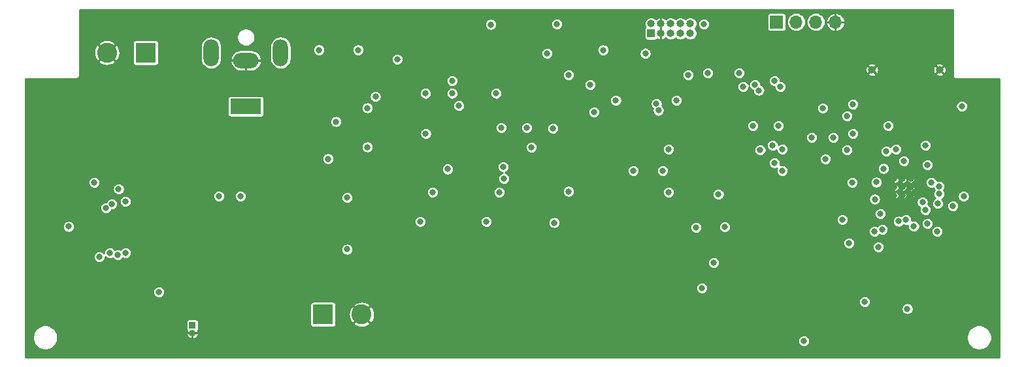
<source format=gbr>
%TF.GenerationSoftware,KiCad,Pcbnew,5.1.0-5.1.0*%
%TF.CreationDate,2019-03-18T21:11:32+01:00*%
%TF.ProjectId,motherboard,6d6f7468-6572-4626-9f61-72642e6b6963,rev?*%
%TF.SameCoordinates,Original*%
%TF.FileFunction,Copper,L2,Inr*%
%TF.FilePolarity,Positive*%
%FSLAX46Y46*%
G04 Gerber Fmt 4.6, Leading zero omitted, Abs format (unit mm)*
G04 Created by KiCad (PCBNEW 5.1.0-5.1.0) date 2019-03-18 21:11:32*
%MOMM*%
%LPD*%
G04 APERTURE LIST*
%ADD10C,0.200000*%
%ADD11R,2.600000X2.600000*%
%ADD12C,2.600000*%
%ADD13R,4.000000X2.000000*%
%ADD14O,3.300000X2.000000*%
%ADD15O,2.000000X3.500000*%
%ADD16R,1.700000X1.700000*%
%ADD17O,1.700000X1.700000*%
%ADD18C,0.970000*%
%ADD19R,1.000000X1.000000*%
%ADD20O,1.000000X1.000000*%
%ADD21R,0.850000X0.850000*%
%ADD22O,0.850000X0.850000*%
%ADD23C,0.800000*%
%ADD24C,0.254000*%
G04 APERTURE END LIST*
D10*
X176180000Y-103544000D03*
X175180000Y-103544000D03*
X174180000Y-103544000D03*
X176180000Y-102544000D03*
X175180000Y-102544000D03*
X174180000Y-102544000D03*
X176180000Y-101544000D03*
X175180000Y-101544000D03*
X174180000Y-101544000D03*
D11*
X77000000Y-85000000D03*
D12*
X72000000Y-85000000D03*
D13*
X90000000Y-92000000D03*
D14*
X90000000Y-86000000D03*
D15*
X94500000Y-85000000D03*
X85500000Y-85000000D03*
D16*
X158750000Y-81026000D03*
D17*
X161290000Y-81026000D03*
X163830000Y-81026000D03*
X166370000Y-81026000D03*
D18*
X179880000Y-87220000D03*
X171120000Y-87220000D03*
D12*
X105000000Y-119000000D03*
D11*
X100000000Y-119000000D03*
D19*
X142494000Y-82500000D03*
D20*
X142494000Y-81230000D03*
X143764000Y-82500000D03*
X143764000Y-81230000D03*
X145034000Y-82500000D03*
X145034000Y-81230000D03*
X146304000Y-82500000D03*
X146304000Y-81230000D03*
X147574000Y-82500000D03*
X147574000Y-81230000D03*
D21*
X83058000Y-120396000D03*
D22*
X83058000Y-121396000D03*
D23*
X174000000Y-101400000D03*
X115062000Y-90297000D03*
X115189000Y-85852000D03*
X115062000Y-95504000D03*
X119126000Y-93599000D03*
X128016000Y-90297000D03*
X129794000Y-93105000D03*
X127762000Y-98157000D03*
X125081000Y-99822000D03*
X173482000Y-91186000D03*
X174498000Y-91186000D03*
X175514000Y-91186000D03*
X178562000Y-89662000D03*
X178562000Y-90678000D03*
X178562000Y-91694000D03*
X178562000Y-92710000D03*
X178562000Y-93726000D03*
X178562000Y-94742000D03*
X178562000Y-95758000D03*
X176530000Y-95504000D03*
X176530000Y-94488000D03*
X172466000Y-88646000D03*
X172466000Y-89662000D03*
X172466000Y-90678000D03*
X172466000Y-91694000D03*
X172466000Y-92710000D03*
X87122000Y-96153000D03*
X73660000Y-108204000D03*
X152600911Y-113859664D03*
X152651711Y-115739264D03*
X151737311Y-115739264D03*
X152651711Y-114824864D03*
X151737311Y-114824864D03*
X151737311Y-113859664D03*
X105491162Y-94721072D03*
X138430000Y-98552000D03*
X77216000Y-110991610D03*
X186313000Y-94488000D03*
X182992970Y-101346000D03*
X183783024Y-106172000D03*
X185533000Y-111252012D03*
X171889561Y-113334646D03*
X162306000Y-116833970D03*
X155242529Y-116185064D03*
X147763497Y-119092064D03*
X153831511Y-112234080D03*
X65278000Y-107583024D03*
X71628002Y-106680000D03*
X77433500Y-104394016D03*
X82550000Y-94482026D03*
X105043000Y-90678000D03*
X138810000Y-81345028D03*
X119190000Y-84655020D03*
X173876998Y-92710000D03*
X173876974Y-89662000D03*
X141758963Y-90387238D03*
X154432000Y-81148972D03*
X132328000Y-91185972D03*
X133490980Y-95758000D03*
X138797000Y-101345962D03*
X143622974Y-96012000D03*
X166370000Y-103632000D03*
X164243019Y-101713000D03*
X165862000Y-101713000D03*
X106366148Y-98785058D03*
X108539162Y-98136071D03*
X102302178Y-97007072D03*
X124714000Y-97282000D03*
X114689500Y-92837000D03*
X169022970Y-106680000D03*
X173369002Y-96266000D03*
X175100000Y-101400000D03*
X176200000Y-101400000D03*
X174000000Y-102500000D03*
X175100000Y-102500000D03*
X176200000Y-102500000D03*
X174000000Y-103600000D03*
X175100000Y-103600000D03*
X176200000Y-103600000D03*
X74382250Y-104317750D03*
X86484000Y-103632000D03*
X144780000Y-97536000D03*
X141758957Y-85081228D03*
X137928022Y-91186000D03*
X129794000Y-94855000D03*
X126379000Y-94742000D03*
X123077000Y-94742000D03*
X122428000Y-90297000D03*
X136270000Y-84655000D03*
X109601000Y-85852000D03*
X113284000Y-90297000D03*
X116713000Y-90297000D03*
X116713000Y-88646000D03*
X121730000Y-81344998D03*
X129032000Y-85090000D03*
X130302000Y-81280000D03*
X134620000Y-89154000D03*
X156467503Y-89896474D03*
X159258000Y-89408000D03*
X167894000Y-93218000D03*
X167894000Y-97631210D03*
X143454107Y-92506789D03*
X168656000Y-95504000D03*
X158496000Y-88646000D03*
X155956000Y-89154000D03*
X168656000Y-91694000D03*
X131826000Y-87884000D03*
X143191096Y-91644391D03*
X147320000Y-87884000D03*
X177655000Y-104435602D03*
X149860000Y-87630000D03*
X153924000Y-87630000D03*
X154432000Y-89408000D03*
X155702000Y-94488000D03*
X159004000Y-94488000D03*
X171958000Y-110236000D03*
X182993000Y-103632000D03*
X168148000Y-109727992D03*
X171471077Y-104032021D03*
X172612021Y-100060256D03*
X174244000Y-97536000D03*
X140208000Y-100330000D03*
X144018000Y-100330000D03*
X159512000Y-100330000D03*
X158496000Y-99314000D03*
X116124500Y-100122500D03*
X156636534Y-97631210D03*
X135128000Y-92710000D03*
X158242000Y-97028000D03*
X172974000Y-97790000D03*
X167273015Y-106680015D03*
X179578000Y-108204000D03*
X172466000Y-107950014D03*
X170180000Y-117348000D03*
X165100000Y-98806000D03*
X175260000Y-99060000D03*
X178054000Y-97028000D03*
X172212000Y-105918000D03*
X178308000Y-99568000D03*
X178816000Y-101853956D03*
X168567155Y-101854000D03*
X171697643Y-101824856D03*
X164733000Y-92202000D03*
X162305994Y-122434000D03*
X175699573Y-118264668D03*
X182748998Y-91948000D03*
X104540000Y-84654962D03*
X106793000Y-90678022D03*
X105745162Y-97261072D03*
X105745162Y-92181072D03*
X101681162Y-93959072D03*
X131799604Y-103013902D03*
X100656146Y-98785072D03*
X114170000Y-103124000D03*
X122806000Y-103124000D03*
X144780000Y-103123990D03*
X151220064Y-103378002D03*
X179832000Y-102362000D03*
X179623534Y-104602466D03*
X181610000Y-104902000D03*
X179832000Y-103345255D03*
X149098000Y-115570000D03*
X150622000Y-112268000D03*
X152048566Y-107647489D03*
X127000000Y-97282000D03*
X123331000Y-99822000D03*
X117602000Y-91898500D03*
X113298000Y-95504000D03*
X123444000Y-101346000D03*
X89283980Y-103632000D03*
X99460000Y-84655018D03*
X148336000Y-107696000D03*
X173228000Y-94488000D03*
X163322000Y-96012000D03*
X166116000Y-96012000D03*
X73406000Y-111252000D03*
X103124000Y-110540812D03*
X129963084Y-107077902D03*
X70996044Y-111506000D03*
X112587500Y-106934000D03*
X121158000Y-106934000D03*
X67055982Y-107583000D03*
X174589093Y-106907234D03*
X176532094Y-107555616D03*
X178308000Y-107188000D03*
X175514006Y-106679994D03*
X103124000Y-103835200D03*
X74422000Y-110998000D03*
X78740000Y-116078000D03*
X72390000Y-110998000D03*
X72644000Y-104648000D03*
X159512000Y-97536000D03*
X178054000Y-105410000D03*
X71882000Y-105156000D03*
X70358000Y-101854000D03*
X171450000Y-108204000D03*
X73502957Y-102711210D03*
X149352000Y-81280000D03*
X145796000Y-91186000D03*
D24*
G36*
X181569000Y-87978832D02*
G01*
X181566915Y-88000000D01*
X181575237Y-88084491D01*
X181599882Y-88165734D01*
X181639903Y-88240609D01*
X181668996Y-88276058D01*
X181693763Y-88306237D01*
X181759391Y-88360097D01*
X181834266Y-88400118D01*
X181915509Y-88424763D01*
X182000000Y-88433085D01*
X182021168Y-88431000D01*
X187569000Y-88431000D01*
X187569001Y-124569000D01*
X61431000Y-124569000D01*
X61431000Y-121839360D01*
X62369000Y-121839360D01*
X62369000Y-122160640D01*
X62431678Y-122475745D01*
X62554626Y-122772568D01*
X62733119Y-123039702D01*
X62960298Y-123266881D01*
X63227432Y-123445374D01*
X63524255Y-123568322D01*
X63839360Y-123631000D01*
X64160640Y-123631000D01*
X64475745Y-123568322D01*
X64772568Y-123445374D01*
X65039702Y-123266881D01*
X65266881Y-123039702D01*
X65445374Y-122772568D01*
X65568322Y-122475745D01*
X65591926Y-122357078D01*
X161524994Y-122357078D01*
X161524994Y-122510922D01*
X161555007Y-122661809D01*
X161613881Y-122803942D01*
X161699352Y-122931859D01*
X161808135Y-123040642D01*
X161936052Y-123126113D01*
X162078185Y-123184987D01*
X162229072Y-123215000D01*
X162382916Y-123215000D01*
X162533803Y-123184987D01*
X162675936Y-123126113D01*
X162803853Y-123040642D01*
X162912636Y-122931859D01*
X162998107Y-122803942D01*
X163056981Y-122661809D01*
X163086994Y-122510922D01*
X163086994Y-122357078D01*
X163056981Y-122206191D01*
X162998107Y-122064058D01*
X162912636Y-121936141D01*
X162815855Y-121839360D01*
X183369000Y-121839360D01*
X183369000Y-122160640D01*
X183431678Y-122475745D01*
X183554626Y-122772568D01*
X183733119Y-123039702D01*
X183960298Y-123266881D01*
X184227432Y-123445374D01*
X184524255Y-123568322D01*
X184839360Y-123631000D01*
X185160640Y-123631000D01*
X185475745Y-123568322D01*
X185772568Y-123445374D01*
X186039702Y-123266881D01*
X186266881Y-123039702D01*
X186445374Y-122772568D01*
X186568322Y-122475745D01*
X186631000Y-122160640D01*
X186631000Y-121839360D01*
X186568322Y-121524255D01*
X186445374Y-121227432D01*
X186266881Y-120960298D01*
X186039702Y-120733119D01*
X185772568Y-120554626D01*
X185475745Y-120431678D01*
X185160640Y-120369000D01*
X184839360Y-120369000D01*
X184524255Y-120431678D01*
X184227432Y-120554626D01*
X183960298Y-120733119D01*
X183733119Y-120960298D01*
X183554626Y-121227432D01*
X183431678Y-121524255D01*
X183369000Y-121839360D01*
X162815855Y-121839360D01*
X162803853Y-121827358D01*
X162675936Y-121741887D01*
X162533803Y-121683013D01*
X162382916Y-121653000D01*
X162229072Y-121653000D01*
X162078185Y-121683013D01*
X161936052Y-121741887D01*
X161808135Y-121827358D01*
X161699352Y-121936141D01*
X161613881Y-122064058D01*
X161555007Y-122206191D01*
X161524994Y-122357078D01*
X65591926Y-122357078D01*
X65631000Y-122160640D01*
X65631000Y-121839360D01*
X65570383Y-121534614D01*
X82264009Y-121534614D01*
X82271403Y-121571785D01*
X82320811Y-121721865D01*
X82398549Y-121859422D01*
X82501629Y-121979170D01*
X82626090Y-122076507D01*
X82767149Y-122147693D01*
X82919386Y-122189992D01*
X83045300Y-122106651D01*
X83045300Y-121408700D01*
X83070700Y-121408700D01*
X83070700Y-122106651D01*
X83196614Y-122189992D01*
X83348851Y-122147693D01*
X83489910Y-122076507D01*
X83614371Y-121979170D01*
X83717451Y-121859422D01*
X83795189Y-121721865D01*
X83844597Y-121571785D01*
X83851991Y-121534614D01*
X83768637Y-121408700D01*
X83070700Y-121408700D01*
X83045300Y-121408700D01*
X82347363Y-121408700D01*
X82264009Y-121534614D01*
X65570383Y-121534614D01*
X65568322Y-121524255D01*
X65445374Y-121227432D01*
X65266881Y-120960298D01*
X65039702Y-120733119D01*
X64772568Y-120554626D01*
X64475745Y-120431678D01*
X64160640Y-120369000D01*
X63839360Y-120369000D01*
X63524255Y-120431678D01*
X63227432Y-120554626D01*
X62960298Y-120733119D01*
X62733119Y-120960298D01*
X62554626Y-121227432D01*
X62431678Y-121524255D01*
X62369000Y-121839360D01*
X61431000Y-121839360D01*
X61431000Y-119971000D01*
X82250157Y-119971000D01*
X82250157Y-120821000D01*
X82257513Y-120895689D01*
X82279299Y-120967508D01*
X82314678Y-121033696D01*
X82330505Y-121052982D01*
X82320811Y-121070135D01*
X82271403Y-121220215D01*
X82264009Y-121257386D01*
X82347363Y-121383300D01*
X83045300Y-121383300D01*
X83045300Y-121363300D01*
X83070700Y-121363300D01*
X83070700Y-121383300D01*
X83768637Y-121383300D01*
X83851991Y-121257386D01*
X83844597Y-121220215D01*
X83795189Y-121070135D01*
X83785495Y-121052982D01*
X83801322Y-121033696D01*
X83836701Y-120967508D01*
X83858487Y-120895689D01*
X83865843Y-120821000D01*
X83865843Y-119971000D01*
X83858487Y-119896311D01*
X83836701Y-119824492D01*
X83801322Y-119758304D01*
X83753711Y-119700289D01*
X83695696Y-119652678D01*
X83629508Y-119617299D01*
X83557689Y-119595513D01*
X83483000Y-119588157D01*
X82633000Y-119588157D01*
X82558311Y-119595513D01*
X82486492Y-119617299D01*
X82420304Y-119652678D01*
X82362289Y-119700289D01*
X82314678Y-119758304D01*
X82279299Y-119824492D01*
X82257513Y-119896311D01*
X82250157Y-119971000D01*
X61431000Y-119971000D01*
X61431000Y-117700000D01*
X98317157Y-117700000D01*
X98317157Y-120300000D01*
X98324513Y-120374689D01*
X98346299Y-120446508D01*
X98381678Y-120512696D01*
X98429289Y-120570711D01*
X98487304Y-120618322D01*
X98553492Y-120653701D01*
X98625311Y-120675487D01*
X98700000Y-120682843D01*
X101300000Y-120682843D01*
X101374689Y-120675487D01*
X101446508Y-120653701D01*
X101512696Y-120618322D01*
X101570711Y-120570711D01*
X101618322Y-120512696D01*
X101653701Y-120446508D01*
X101675487Y-120374689D01*
X101682843Y-120300000D01*
X101682843Y-120135990D01*
X103881970Y-120135990D01*
X104017455Y-120373964D01*
X104304382Y-120539249D01*
X104618040Y-120645382D01*
X104946377Y-120688282D01*
X105276775Y-120666303D01*
X105596536Y-120580290D01*
X105893374Y-120433547D01*
X105982545Y-120373964D01*
X106118030Y-120135990D01*
X105000000Y-119017961D01*
X103881970Y-120135990D01*
X101682843Y-120135990D01*
X101682843Y-118946377D01*
X103311718Y-118946377D01*
X103333697Y-119276775D01*
X103419710Y-119596536D01*
X103566453Y-119893374D01*
X103626036Y-119982545D01*
X103864010Y-120118030D01*
X104982039Y-119000000D01*
X105017961Y-119000000D01*
X106135990Y-120118030D01*
X106373964Y-119982545D01*
X106539249Y-119695618D01*
X106645382Y-119381960D01*
X106688282Y-119053623D01*
X106666303Y-118723225D01*
X106580290Y-118403464D01*
X106473649Y-118187746D01*
X174918573Y-118187746D01*
X174918573Y-118341590D01*
X174948586Y-118492477D01*
X175007460Y-118634610D01*
X175092931Y-118762527D01*
X175201714Y-118871310D01*
X175329631Y-118956781D01*
X175471764Y-119015655D01*
X175622651Y-119045668D01*
X175776495Y-119045668D01*
X175927382Y-119015655D01*
X176069515Y-118956781D01*
X176197432Y-118871310D01*
X176306215Y-118762527D01*
X176391686Y-118634610D01*
X176450560Y-118492477D01*
X176480573Y-118341590D01*
X176480573Y-118187746D01*
X176450560Y-118036859D01*
X176391686Y-117894726D01*
X176306215Y-117766809D01*
X176197432Y-117658026D01*
X176069515Y-117572555D01*
X175927382Y-117513681D01*
X175776495Y-117483668D01*
X175622651Y-117483668D01*
X175471764Y-117513681D01*
X175329631Y-117572555D01*
X175201714Y-117658026D01*
X175092931Y-117766809D01*
X175007460Y-117894726D01*
X174948586Y-118036859D01*
X174918573Y-118187746D01*
X106473649Y-118187746D01*
X106433547Y-118106626D01*
X106373964Y-118017455D01*
X106135990Y-117881970D01*
X105017961Y-119000000D01*
X104982039Y-119000000D01*
X103864010Y-117881970D01*
X103626036Y-118017455D01*
X103460751Y-118304382D01*
X103354618Y-118618040D01*
X103311718Y-118946377D01*
X101682843Y-118946377D01*
X101682843Y-117864010D01*
X103881970Y-117864010D01*
X105000000Y-118982039D01*
X106118030Y-117864010D01*
X105982545Y-117626036D01*
X105695618Y-117460751D01*
X105381960Y-117354618D01*
X105053623Y-117311718D01*
X104723225Y-117333697D01*
X104403464Y-117419710D01*
X104106626Y-117566453D01*
X104017455Y-117626036D01*
X103881970Y-117864010D01*
X101682843Y-117864010D01*
X101682843Y-117700000D01*
X101675487Y-117625311D01*
X101653701Y-117553492D01*
X101618322Y-117487304D01*
X101570711Y-117429289D01*
X101512696Y-117381678D01*
X101446508Y-117346299D01*
X101374689Y-117324513D01*
X101300000Y-117317157D01*
X98700000Y-117317157D01*
X98625311Y-117324513D01*
X98553492Y-117346299D01*
X98487304Y-117381678D01*
X98429289Y-117429289D01*
X98381678Y-117487304D01*
X98346299Y-117553492D01*
X98324513Y-117625311D01*
X98317157Y-117700000D01*
X61431000Y-117700000D01*
X61431000Y-117271078D01*
X169399000Y-117271078D01*
X169399000Y-117424922D01*
X169429013Y-117575809D01*
X169487887Y-117717942D01*
X169573358Y-117845859D01*
X169682141Y-117954642D01*
X169810058Y-118040113D01*
X169952191Y-118098987D01*
X170103078Y-118129000D01*
X170256922Y-118129000D01*
X170407809Y-118098987D01*
X170549942Y-118040113D01*
X170677859Y-117954642D01*
X170786642Y-117845859D01*
X170872113Y-117717942D01*
X170930987Y-117575809D01*
X170961000Y-117424922D01*
X170961000Y-117271078D01*
X170930987Y-117120191D01*
X170872113Y-116978058D01*
X170786642Y-116850141D01*
X170677859Y-116741358D01*
X170549942Y-116655887D01*
X170407809Y-116597013D01*
X170256922Y-116567000D01*
X170103078Y-116567000D01*
X169952191Y-116597013D01*
X169810058Y-116655887D01*
X169682141Y-116741358D01*
X169573358Y-116850141D01*
X169487887Y-116978058D01*
X169429013Y-117120191D01*
X169399000Y-117271078D01*
X61431000Y-117271078D01*
X61431000Y-116001078D01*
X77959000Y-116001078D01*
X77959000Y-116154922D01*
X77989013Y-116305809D01*
X78047887Y-116447942D01*
X78133358Y-116575859D01*
X78242141Y-116684642D01*
X78370058Y-116770113D01*
X78512191Y-116828987D01*
X78663078Y-116859000D01*
X78816922Y-116859000D01*
X78967809Y-116828987D01*
X79109942Y-116770113D01*
X79237859Y-116684642D01*
X79346642Y-116575859D01*
X79432113Y-116447942D01*
X79490987Y-116305809D01*
X79521000Y-116154922D01*
X79521000Y-116001078D01*
X79490987Y-115850191D01*
X79432113Y-115708058D01*
X79346642Y-115580141D01*
X79259579Y-115493078D01*
X148317000Y-115493078D01*
X148317000Y-115646922D01*
X148347013Y-115797809D01*
X148405887Y-115939942D01*
X148491358Y-116067859D01*
X148600141Y-116176642D01*
X148728058Y-116262113D01*
X148870191Y-116320987D01*
X149021078Y-116351000D01*
X149174922Y-116351000D01*
X149325809Y-116320987D01*
X149467942Y-116262113D01*
X149595859Y-116176642D01*
X149704642Y-116067859D01*
X149790113Y-115939942D01*
X149848987Y-115797809D01*
X149879000Y-115646922D01*
X149879000Y-115493078D01*
X149848987Y-115342191D01*
X149790113Y-115200058D01*
X149704642Y-115072141D01*
X149595859Y-114963358D01*
X149467942Y-114877887D01*
X149325809Y-114819013D01*
X149174922Y-114789000D01*
X149021078Y-114789000D01*
X148870191Y-114819013D01*
X148728058Y-114877887D01*
X148600141Y-114963358D01*
X148491358Y-115072141D01*
X148405887Y-115200058D01*
X148347013Y-115342191D01*
X148317000Y-115493078D01*
X79259579Y-115493078D01*
X79237859Y-115471358D01*
X79109942Y-115385887D01*
X78967809Y-115327013D01*
X78816922Y-115297000D01*
X78663078Y-115297000D01*
X78512191Y-115327013D01*
X78370058Y-115385887D01*
X78242141Y-115471358D01*
X78133358Y-115580141D01*
X78047887Y-115708058D01*
X77989013Y-115850191D01*
X77959000Y-116001078D01*
X61431000Y-116001078D01*
X61431000Y-111429078D01*
X70215044Y-111429078D01*
X70215044Y-111582922D01*
X70245057Y-111733809D01*
X70303931Y-111875942D01*
X70389402Y-112003859D01*
X70498185Y-112112642D01*
X70626102Y-112198113D01*
X70768235Y-112256987D01*
X70919122Y-112287000D01*
X71072966Y-112287000D01*
X71223853Y-112256987D01*
X71365986Y-112198113D01*
X71376514Y-112191078D01*
X149841000Y-112191078D01*
X149841000Y-112344922D01*
X149871013Y-112495809D01*
X149929887Y-112637942D01*
X150015358Y-112765859D01*
X150124141Y-112874642D01*
X150252058Y-112960113D01*
X150394191Y-113018987D01*
X150545078Y-113049000D01*
X150698922Y-113049000D01*
X150849809Y-113018987D01*
X150991942Y-112960113D01*
X151119859Y-112874642D01*
X151228642Y-112765859D01*
X151314113Y-112637942D01*
X151372987Y-112495809D01*
X151403000Y-112344922D01*
X151403000Y-112191078D01*
X151372987Y-112040191D01*
X151314113Y-111898058D01*
X151228642Y-111770141D01*
X151119859Y-111661358D01*
X150991942Y-111575887D01*
X150849809Y-111517013D01*
X150698922Y-111487000D01*
X150545078Y-111487000D01*
X150394191Y-111517013D01*
X150252058Y-111575887D01*
X150124141Y-111661358D01*
X150015358Y-111770141D01*
X149929887Y-111898058D01*
X149871013Y-112040191D01*
X149841000Y-112191078D01*
X71376514Y-112191078D01*
X71493903Y-112112642D01*
X71602686Y-112003859D01*
X71688157Y-111875942D01*
X71747031Y-111733809D01*
X71777044Y-111582922D01*
X71777044Y-111486409D01*
X71783358Y-111495859D01*
X71892141Y-111604642D01*
X72020058Y-111690113D01*
X72162191Y-111748987D01*
X72313078Y-111779000D01*
X72466922Y-111779000D01*
X72617809Y-111748987D01*
X72759547Y-111690277D01*
X72799358Y-111749859D01*
X72908141Y-111858642D01*
X73036058Y-111944113D01*
X73178191Y-112002987D01*
X73329078Y-112033000D01*
X73482922Y-112033000D01*
X73633809Y-112002987D01*
X73775942Y-111944113D01*
X73903859Y-111858642D01*
X74012642Y-111749859D01*
X74052453Y-111690277D01*
X74194191Y-111748987D01*
X74345078Y-111779000D01*
X74498922Y-111779000D01*
X74649809Y-111748987D01*
X74791942Y-111690113D01*
X74919859Y-111604642D01*
X75028642Y-111495859D01*
X75114113Y-111367942D01*
X75172987Y-111225809D01*
X75203000Y-111074922D01*
X75203000Y-110921078D01*
X75172987Y-110770191D01*
X75114113Y-110628058D01*
X75028642Y-110500141D01*
X74992391Y-110463890D01*
X102343000Y-110463890D01*
X102343000Y-110617734D01*
X102373013Y-110768621D01*
X102431887Y-110910754D01*
X102517358Y-111038671D01*
X102626141Y-111147454D01*
X102754058Y-111232925D01*
X102896191Y-111291799D01*
X103047078Y-111321812D01*
X103200922Y-111321812D01*
X103351809Y-111291799D01*
X103493942Y-111232925D01*
X103621859Y-111147454D01*
X103730642Y-111038671D01*
X103816113Y-110910754D01*
X103874987Y-110768621D01*
X103905000Y-110617734D01*
X103905000Y-110463890D01*
X103874987Y-110313003D01*
X103816113Y-110170870D01*
X103730642Y-110042953D01*
X103621859Y-109934170D01*
X103493942Y-109848699D01*
X103351809Y-109789825D01*
X103200922Y-109759812D01*
X103047078Y-109759812D01*
X102896191Y-109789825D01*
X102754058Y-109848699D01*
X102626141Y-109934170D01*
X102517358Y-110042953D01*
X102431887Y-110170870D01*
X102373013Y-110313003D01*
X102343000Y-110463890D01*
X74992391Y-110463890D01*
X74919859Y-110391358D01*
X74791942Y-110305887D01*
X74649809Y-110247013D01*
X74498922Y-110217000D01*
X74345078Y-110217000D01*
X74194191Y-110247013D01*
X74052058Y-110305887D01*
X73924141Y-110391358D01*
X73815358Y-110500141D01*
X73775547Y-110559723D01*
X73633809Y-110501013D01*
X73482922Y-110471000D01*
X73329078Y-110471000D01*
X73178191Y-110501013D01*
X73036453Y-110559723D01*
X72996642Y-110500141D01*
X72887859Y-110391358D01*
X72759942Y-110305887D01*
X72617809Y-110247013D01*
X72466922Y-110217000D01*
X72313078Y-110217000D01*
X72162191Y-110247013D01*
X72020058Y-110305887D01*
X71892141Y-110391358D01*
X71783358Y-110500141D01*
X71697887Y-110628058D01*
X71639013Y-110770191D01*
X71609000Y-110921078D01*
X71609000Y-111017591D01*
X71602686Y-111008141D01*
X71493903Y-110899358D01*
X71365986Y-110813887D01*
X71223853Y-110755013D01*
X71072966Y-110725000D01*
X70919122Y-110725000D01*
X70768235Y-110755013D01*
X70626102Y-110813887D01*
X70498185Y-110899358D01*
X70389402Y-111008141D01*
X70303931Y-111136058D01*
X70245057Y-111278191D01*
X70215044Y-111429078D01*
X61431000Y-111429078D01*
X61431000Y-109651070D01*
X167367000Y-109651070D01*
X167367000Y-109804914D01*
X167397013Y-109955801D01*
X167455887Y-110097934D01*
X167541358Y-110225851D01*
X167650141Y-110334634D01*
X167778058Y-110420105D01*
X167920191Y-110478979D01*
X168071078Y-110508992D01*
X168224922Y-110508992D01*
X168375809Y-110478979D01*
X168517942Y-110420105D01*
X168645859Y-110334634D01*
X168754642Y-110225851D01*
X168799258Y-110159078D01*
X171177000Y-110159078D01*
X171177000Y-110312922D01*
X171207013Y-110463809D01*
X171265887Y-110605942D01*
X171351358Y-110733859D01*
X171460141Y-110842642D01*
X171588058Y-110928113D01*
X171730191Y-110986987D01*
X171881078Y-111017000D01*
X172034922Y-111017000D01*
X172185809Y-110986987D01*
X172327942Y-110928113D01*
X172455859Y-110842642D01*
X172564642Y-110733859D01*
X172650113Y-110605942D01*
X172708987Y-110463809D01*
X172739000Y-110312922D01*
X172739000Y-110159078D01*
X172708987Y-110008191D01*
X172650113Y-109866058D01*
X172564642Y-109738141D01*
X172455859Y-109629358D01*
X172327942Y-109543887D01*
X172185809Y-109485013D01*
X172034922Y-109455000D01*
X171881078Y-109455000D01*
X171730191Y-109485013D01*
X171588058Y-109543887D01*
X171460141Y-109629358D01*
X171351358Y-109738141D01*
X171265887Y-109866058D01*
X171207013Y-110008191D01*
X171177000Y-110159078D01*
X168799258Y-110159078D01*
X168840113Y-110097934D01*
X168898987Y-109955801D01*
X168929000Y-109804914D01*
X168929000Y-109651070D01*
X168898987Y-109500183D01*
X168840113Y-109358050D01*
X168754642Y-109230133D01*
X168645859Y-109121350D01*
X168517942Y-109035879D01*
X168375809Y-108977005D01*
X168224922Y-108946992D01*
X168071078Y-108946992D01*
X167920191Y-108977005D01*
X167778058Y-109035879D01*
X167650141Y-109121350D01*
X167541358Y-109230133D01*
X167455887Y-109358050D01*
X167397013Y-109500183D01*
X167367000Y-109651070D01*
X61431000Y-109651070D01*
X61431000Y-107506078D01*
X66274982Y-107506078D01*
X66274982Y-107659922D01*
X66304995Y-107810809D01*
X66363869Y-107952942D01*
X66449340Y-108080859D01*
X66558123Y-108189642D01*
X66686040Y-108275113D01*
X66828173Y-108333987D01*
X66979060Y-108364000D01*
X67132904Y-108364000D01*
X67283791Y-108333987D01*
X67425924Y-108275113D01*
X67553841Y-108189642D01*
X67662624Y-108080859D01*
X67748095Y-107952942D01*
X67806969Y-107810809D01*
X67836982Y-107659922D01*
X67836982Y-107506078D01*
X67806969Y-107355191D01*
X67748095Y-107213058D01*
X67662624Y-107085141D01*
X67553841Y-106976358D01*
X67425924Y-106890887D01*
X67344303Y-106857078D01*
X111806500Y-106857078D01*
X111806500Y-107010922D01*
X111836513Y-107161809D01*
X111895387Y-107303942D01*
X111980858Y-107431859D01*
X112089641Y-107540642D01*
X112217558Y-107626113D01*
X112359691Y-107684987D01*
X112510578Y-107715000D01*
X112664422Y-107715000D01*
X112815309Y-107684987D01*
X112957442Y-107626113D01*
X113085359Y-107540642D01*
X113194142Y-107431859D01*
X113279613Y-107303942D01*
X113338487Y-107161809D01*
X113368500Y-107010922D01*
X113368500Y-106857078D01*
X120377000Y-106857078D01*
X120377000Y-107010922D01*
X120407013Y-107161809D01*
X120465887Y-107303942D01*
X120551358Y-107431859D01*
X120660141Y-107540642D01*
X120788058Y-107626113D01*
X120930191Y-107684987D01*
X121081078Y-107715000D01*
X121234922Y-107715000D01*
X121385809Y-107684987D01*
X121527942Y-107626113D01*
X121655859Y-107540642D01*
X121764642Y-107431859D01*
X121850113Y-107303942D01*
X121908987Y-107161809D01*
X121939000Y-107010922D01*
X121939000Y-107000980D01*
X129182084Y-107000980D01*
X129182084Y-107154824D01*
X129212097Y-107305711D01*
X129270971Y-107447844D01*
X129356442Y-107575761D01*
X129465225Y-107684544D01*
X129593142Y-107770015D01*
X129735275Y-107828889D01*
X129886162Y-107858902D01*
X130040006Y-107858902D01*
X130190893Y-107828889D01*
X130333026Y-107770015D01*
X130460943Y-107684544D01*
X130526409Y-107619078D01*
X147555000Y-107619078D01*
X147555000Y-107772922D01*
X147585013Y-107923809D01*
X147643887Y-108065942D01*
X147729358Y-108193859D01*
X147838141Y-108302642D01*
X147966058Y-108388113D01*
X148108191Y-108446987D01*
X148259078Y-108477000D01*
X148412922Y-108477000D01*
X148563809Y-108446987D01*
X148705942Y-108388113D01*
X148833859Y-108302642D01*
X148942642Y-108193859D01*
X149028113Y-108065942D01*
X149086987Y-107923809D01*
X149117000Y-107772922D01*
X149117000Y-107619078D01*
X149107351Y-107570567D01*
X151267566Y-107570567D01*
X151267566Y-107724411D01*
X151297579Y-107875298D01*
X151356453Y-108017431D01*
X151441924Y-108145348D01*
X151550707Y-108254131D01*
X151678624Y-108339602D01*
X151820757Y-108398476D01*
X151971644Y-108428489D01*
X152125488Y-108428489D01*
X152276375Y-108398476D01*
X152418508Y-108339602D01*
X152546425Y-108254131D01*
X152655208Y-108145348D01*
X152667415Y-108127078D01*
X170669000Y-108127078D01*
X170669000Y-108280922D01*
X170699013Y-108431809D01*
X170757887Y-108573942D01*
X170843358Y-108701859D01*
X170952141Y-108810642D01*
X171080058Y-108896113D01*
X171222191Y-108954987D01*
X171373078Y-108985000D01*
X171526922Y-108985000D01*
X171677809Y-108954987D01*
X171819942Y-108896113D01*
X171947859Y-108810642D01*
X172056642Y-108701859D01*
X172096446Y-108642288D01*
X172238191Y-108701001D01*
X172389078Y-108731014D01*
X172542922Y-108731014D01*
X172693809Y-108701001D01*
X172835942Y-108642127D01*
X172963859Y-108556656D01*
X173072642Y-108447873D01*
X173158113Y-108319956D01*
X173216987Y-108177823D01*
X173247000Y-108026936D01*
X173247000Y-107873092D01*
X173216987Y-107722205D01*
X173158113Y-107580072D01*
X173072642Y-107452155D01*
X172963859Y-107343372D01*
X172835942Y-107257901D01*
X172693809Y-107199027D01*
X172542922Y-107169014D01*
X172389078Y-107169014D01*
X172238191Y-107199027D01*
X172096058Y-107257901D01*
X171968141Y-107343372D01*
X171859358Y-107452155D01*
X171819554Y-107511726D01*
X171677809Y-107453013D01*
X171526922Y-107423000D01*
X171373078Y-107423000D01*
X171222191Y-107453013D01*
X171080058Y-107511887D01*
X170952141Y-107597358D01*
X170843358Y-107706141D01*
X170757887Y-107834058D01*
X170699013Y-107976191D01*
X170669000Y-108127078D01*
X152667415Y-108127078D01*
X152740679Y-108017431D01*
X152799553Y-107875298D01*
X152829566Y-107724411D01*
X152829566Y-107570567D01*
X152799553Y-107419680D01*
X152740679Y-107277547D01*
X152655208Y-107149630D01*
X152546425Y-107040847D01*
X152418508Y-106955376D01*
X152276375Y-106896502D01*
X152125488Y-106866489D01*
X151971644Y-106866489D01*
X151820757Y-106896502D01*
X151678624Y-106955376D01*
X151550707Y-107040847D01*
X151441924Y-107149630D01*
X151356453Y-107277547D01*
X151297579Y-107419680D01*
X151267566Y-107570567D01*
X149107351Y-107570567D01*
X149086987Y-107468191D01*
X149028113Y-107326058D01*
X148942642Y-107198141D01*
X148833859Y-107089358D01*
X148705942Y-107003887D01*
X148563809Y-106945013D01*
X148412922Y-106915000D01*
X148259078Y-106915000D01*
X148108191Y-106945013D01*
X147966058Y-107003887D01*
X147838141Y-107089358D01*
X147729358Y-107198141D01*
X147643887Y-107326058D01*
X147585013Y-107468191D01*
X147555000Y-107619078D01*
X130526409Y-107619078D01*
X130569726Y-107575761D01*
X130655197Y-107447844D01*
X130714071Y-107305711D01*
X130744084Y-107154824D01*
X130744084Y-107000980D01*
X130714071Y-106850093D01*
X130655197Y-106707960D01*
X130585128Y-106603093D01*
X166492015Y-106603093D01*
X166492015Y-106756937D01*
X166522028Y-106907824D01*
X166580902Y-107049957D01*
X166666373Y-107177874D01*
X166775156Y-107286657D01*
X166903073Y-107372128D01*
X167045206Y-107431002D01*
X167196093Y-107461015D01*
X167349937Y-107461015D01*
X167500824Y-107431002D01*
X167642957Y-107372128D01*
X167770874Y-107286657D01*
X167879657Y-107177874D01*
X167965128Y-107049957D01*
X168024002Y-106907824D01*
X168039419Y-106830312D01*
X173808093Y-106830312D01*
X173808093Y-106984156D01*
X173838106Y-107135043D01*
X173896980Y-107277176D01*
X173982451Y-107405093D01*
X174091234Y-107513876D01*
X174219151Y-107599347D01*
X174361284Y-107658221D01*
X174512171Y-107688234D01*
X174666015Y-107688234D01*
X174816902Y-107658221D01*
X174959035Y-107599347D01*
X175086952Y-107513876D01*
X175195735Y-107405093D01*
X175201797Y-107396021D01*
X175286197Y-107430981D01*
X175437084Y-107460994D01*
X175590928Y-107460994D01*
X175741815Y-107430981D01*
X175762270Y-107422508D01*
X175751094Y-107478694D01*
X175751094Y-107632538D01*
X175781107Y-107783425D01*
X175839981Y-107925558D01*
X175925452Y-108053475D01*
X176034235Y-108162258D01*
X176162152Y-108247729D01*
X176304285Y-108306603D01*
X176455172Y-108336616D01*
X176609016Y-108336616D01*
X176759903Y-108306603D01*
X176902036Y-108247729D01*
X177029953Y-108162258D01*
X177065133Y-108127078D01*
X178797000Y-108127078D01*
X178797000Y-108280922D01*
X178827013Y-108431809D01*
X178885887Y-108573942D01*
X178971358Y-108701859D01*
X179080141Y-108810642D01*
X179208058Y-108896113D01*
X179350191Y-108954987D01*
X179501078Y-108985000D01*
X179654922Y-108985000D01*
X179805809Y-108954987D01*
X179947942Y-108896113D01*
X180075859Y-108810642D01*
X180184642Y-108701859D01*
X180270113Y-108573942D01*
X180328987Y-108431809D01*
X180359000Y-108280922D01*
X180359000Y-108127078D01*
X180328987Y-107976191D01*
X180270113Y-107834058D01*
X180184642Y-107706141D01*
X180075859Y-107597358D01*
X179947942Y-107511887D01*
X179805809Y-107453013D01*
X179654922Y-107423000D01*
X179501078Y-107423000D01*
X179350191Y-107453013D01*
X179208058Y-107511887D01*
X179080141Y-107597358D01*
X178971358Y-107706141D01*
X178885887Y-107834058D01*
X178827013Y-107976191D01*
X178797000Y-108127078D01*
X177065133Y-108127078D01*
X177138736Y-108053475D01*
X177224207Y-107925558D01*
X177283081Y-107783425D01*
X177313094Y-107632538D01*
X177313094Y-107478694D01*
X177283081Y-107327807D01*
X177224207Y-107185674D01*
X177174364Y-107111078D01*
X177527000Y-107111078D01*
X177527000Y-107264922D01*
X177557013Y-107415809D01*
X177615887Y-107557942D01*
X177701358Y-107685859D01*
X177810141Y-107794642D01*
X177938058Y-107880113D01*
X178080191Y-107938987D01*
X178231078Y-107969000D01*
X178384922Y-107969000D01*
X178535809Y-107938987D01*
X178677942Y-107880113D01*
X178805859Y-107794642D01*
X178914642Y-107685859D01*
X179000113Y-107557942D01*
X179058987Y-107415809D01*
X179089000Y-107264922D01*
X179089000Y-107111078D01*
X179058987Y-106960191D01*
X179000113Y-106818058D01*
X178914642Y-106690141D01*
X178805859Y-106581358D01*
X178677942Y-106495887D01*
X178535809Y-106437013D01*
X178384922Y-106407000D01*
X178231078Y-106407000D01*
X178080191Y-106437013D01*
X177938058Y-106495887D01*
X177810141Y-106581358D01*
X177701358Y-106690141D01*
X177615887Y-106818058D01*
X177557013Y-106960191D01*
X177527000Y-107111078D01*
X177174364Y-107111078D01*
X177138736Y-107057757D01*
X177029953Y-106948974D01*
X176902036Y-106863503D01*
X176759903Y-106804629D01*
X176609016Y-106774616D01*
X176455172Y-106774616D01*
X176304285Y-106804629D01*
X176283830Y-106813102D01*
X176295006Y-106756916D01*
X176295006Y-106603072D01*
X176264993Y-106452185D01*
X176206119Y-106310052D01*
X176120648Y-106182135D01*
X176011865Y-106073352D01*
X175883948Y-105987881D01*
X175741815Y-105929007D01*
X175590928Y-105898994D01*
X175437084Y-105898994D01*
X175286197Y-105929007D01*
X175144064Y-105987881D01*
X175016147Y-106073352D01*
X174907364Y-106182135D01*
X174901302Y-106191207D01*
X174816902Y-106156247D01*
X174666015Y-106126234D01*
X174512171Y-106126234D01*
X174361284Y-106156247D01*
X174219151Y-106215121D01*
X174091234Y-106300592D01*
X173982451Y-106409375D01*
X173896980Y-106537292D01*
X173838106Y-106679425D01*
X173808093Y-106830312D01*
X168039419Y-106830312D01*
X168054015Y-106756937D01*
X168054015Y-106603093D01*
X168024002Y-106452206D01*
X167965128Y-106310073D01*
X167879657Y-106182156D01*
X167770874Y-106073373D01*
X167642957Y-105987902D01*
X167500824Y-105929028D01*
X167349937Y-105899015D01*
X167196093Y-105899015D01*
X167045206Y-105929028D01*
X166903073Y-105987902D01*
X166775156Y-106073373D01*
X166666373Y-106182156D01*
X166580902Y-106310073D01*
X166522028Y-106452206D01*
X166492015Y-106603093D01*
X130585128Y-106603093D01*
X130569726Y-106580043D01*
X130460943Y-106471260D01*
X130333026Y-106385789D01*
X130190893Y-106326915D01*
X130040006Y-106296902D01*
X129886162Y-106296902D01*
X129735275Y-106326915D01*
X129593142Y-106385789D01*
X129465225Y-106471260D01*
X129356442Y-106580043D01*
X129270971Y-106707960D01*
X129212097Y-106850093D01*
X129182084Y-107000980D01*
X121939000Y-107000980D01*
X121939000Y-106857078D01*
X121908987Y-106706191D01*
X121850113Y-106564058D01*
X121764642Y-106436141D01*
X121655859Y-106327358D01*
X121527942Y-106241887D01*
X121385809Y-106183013D01*
X121234922Y-106153000D01*
X121081078Y-106153000D01*
X120930191Y-106183013D01*
X120788058Y-106241887D01*
X120660141Y-106327358D01*
X120551358Y-106436141D01*
X120465887Y-106564058D01*
X120407013Y-106706191D01*
X120377000Y-106857078D01*
X113368500Y-106857078D01*
X113338487Y-106706191D01*
X113279613Y-106564058D01*
X113194142Y-106436141D01*
X113085359Y-106327358D01*
X112957442Y-106241887D01*
X112815309Y-106183013D01*
X112664422Y-106153000D01*
X112510578Y-106153000D01*
X112359691Y-106183013D01*
X112217558Y-106241887D01*
X112089641Y-106327358D01*
X111980858Y-106436141D01*
X111895387Y-106564058D01*
X111836513Y-106706191D01*
X111806500Y-106857078D01*
X67344303Y-106857078D01*
X67283791Y-106832013D01*
X67132904Y-106802000D01*
X66979060Y-106802000D01*
X66828173Y-106832013D01*
X66686040Y-106890887D01*
X66558123Y-106976358D01*
X66449340Y-107085141D01*
X66363869Y-107213058D01*
X66304995Y-107355191D01*
X66274982Y-107506078D01*
X61431000Y-107506078D01*
X61431000Y-105079078D01*
X71101000Y-105079078D01*
X71101000Y-105232922D01*
X71131013Y-105383809D01*
X71189887Y-105525942D01*
X71275358Y-105653859D01*
X71384141Y-105762642D01*
X71512058Y-105848113D01*
X71654191Y-105906987D01*
X71805078Y-105937000D01*
X71958922Y-105937000D01*
X72109809Y-105906987D01*
X72251942Y-105848113D01*
X72262470Y-105841078D01*
X171431000Y-105841078D01*
X171431000Y-105994922D01*
X171461013Y-106145809D01*
X171519887Y-106287942D01*
X171605358Y-106415859D01*
X171714141Y-106524642D01*
X171842058Y-106610113D01*
X171984191Y-106668987D01*
X172135078Y-106699000D01*
X172288922Y-106699000D01*
X172439809Y-106668987D01*
X172581942Y-106610113D01*
X172709859Y-106524642D01*
X172818642Y-106415859D01*
X172904113Y-106287942D01*
X172962987Y-106145809D01*
X172993000Y-105994922D01*
X172993000Y-105841078D01*
X172962987Y-105690191D01*
X172904113Y-105548058D01*
X172818642Y-105420141D01*
X172709859Y-105311358D01*
X172581942Y-105225887D01*
X172439809Y-105167013D01*
X172288922Y-105137000D01*
X172135078Y-105137000D01*
X171984191Y-105167013D01*
X171842058Y-105225887D01*
X171714141Y-105311358D01*
X171605358Y-105420141D01*
X171519887Y-105548058D01*
X171461013Y-105690191D01*
X171431000Y-105841078D01*
X72262470Y-105841078D01*
X72379859Y-105762642D01*
X72488642Y-105653859D01*
X72574113Y-105525942D01*
X72614268Y-105429000D01*
X72720922Y-105429000D01*
X72871809Y-105398987D01*
X73013942Y-105340113D01*
X73141859Y-105254642D01*
X73250642Y-105145859D01*
X73336113Y-105017942D01*
X73394987Y-104875809D01*
X73425000Y-104724922D01*
X73425000Y-104571078D01*
X73394987Y-104420191D01*
X73336113Y-104278058D01*
X73311237Y-104240828D01*
X73601250Y-104240828D01*
X73601250Y-104394672D01*
X73631263Y-104545559D01*
X73690137Y-104687692D01*
X73775608Y-104815609D01*
X73884391Y-104924392D01*
X74012308Y-105009863D01*
X74154441Y-105068737D01*
X74305328Y-105098750D01*
X74459172Y-105098750D01*
X74610059Y-105068737D01*
X74752192Y-105009863D01*
X74880109Y-104924392D01*
X74988892Y-104815609D01*
X75074363Y-104687692D01*
X75133237Y-104545559D01*
X75163250Y-104394672D01*
X75163250Y-104240828D01*
X75133237Y-104089941D01*
X75074363Y-103947808D01*
X74988892Y-103819891D01*
X74880109Y-103711108D01*
X74752192Y-103625637D01*
X74610059Y-103566763D01*
X74551314Y-103555078D01*
X85703000Y-103555078D01*
X85703000Y-103708922D01*
X85733013Y-103859809D01*
X85791887Y-104001942D01*
X85877358Y-104129859D01*
X85986141Y-104238642D01*
X86114058Y-104324113D01*
X86256191Y-104382987D01*
X86407078Y-104413000D01*
X86560922Y-104413000D01*
X86711809Y-104382987D01*
X86853942Y-104324113D01*
X86981859Y-104238642D01*
X87090642Y-104129859D01*
X87176113Y-104001942D01*
X87234987Y-103859809D01*
X87265000Y-103708922D01*
X87265000Y-103555078D01*
X88502980Y-103555078D01*
X88502980Y-103708922D01*
X88532993Y-103859809D01*
X88591867Y-104001942D01*
X88677338Y-104129859D01*
X88786121Y-104238642D01*
X88914038Y-104324113D01*
X89056171Y-104382987D01*
X89207058Y-104413000D01*
X89360902Y-104413000D01*
X89511789Y-104382987D01*
X89653922Y-104324113D01*
X89781839Y-104238642D01*
X89890622Y-104129859D01*
X89976093Y-104001942D01*
X90034967Y-103859809D01*
X90055162Y-103758278D01*
X102343000Y-103758278D01*
X102343000Y-103912122D01*
X102373013Y-104063009D01*
X102431887Y-104205142D01*
X102517358Y-104333059D01*
X102626141Y-104441842D01*
X102754058Y-104527313D01*
X102896191Y-104586187D01*
X103047078Y-104616200D01*
X103200922Y-104616200D01*
X103351809Y-104586187D01*
X103493942Y-104527313D01*
X103621859Y-104441842D01*
X103730642Y-104333059D01*
X103816113Y-104205142D01*
X103874987Y-104063009D01*
X103905000Y-103912122D01*
X103905000Y-103758278D01*
X103874987Y-103607391D01*
X103816113Y-103465258D01*
X103730642Y-103337341D01*
X103621859Y-103228558D01*
X103493942Y-103143087D01*
X103351809Y-103084213D01*
X103200922Y-103054200D01*
X103047078Y-103054200D01*
X102896191Y-103084213D01*
X102754058Y-103143087D01*
X102626141Y-103228558D01*
X102517358Y-103337341D01*
X102431887Y-103465258D01*
X102373013Y-103607391D01*
X102343000Y-103758278D01*
X90055162Y-103758278D01*
X90064980Y-103708922D01*
X90064980Y-103555078D01*
X90034967Y-103404191D01*
X89976093Y-103262058D01*
X89890622Y-103134141D01*
X89803559Y-103047078D01*
X113389000Y-103047078D01*
X113389000Y-103200922D01*
X113419013Y-103351809D01*
X113477887Y-103493942D01*
X113563358Y-103621859D01*
X113672141Y-103730642D01*
X113800058Y-103816113D01*
X113942191Y-103874987D01*
X114093078Y-103905000D01*
X114246922Y-103905000D01*
X114397809Y-103874987D01*
X114539942Y-103816113D01*
X114667859Y-103730642D01*
X114776642Y-103621859D01*
X114862113Y-103493942D01*
X114920987Y-103351809D01*
X114951000Y-103200922D01*
X114951000Y-103047078D01*
X122025000Y-103047078D01*
X122025000Y-103200922D01*
X122055013Y-103351809D01*
X122113887Y-103493942D01*
X122199358Y-103621859D01*
X122308141Y-103730642D01*
X122436058Y-103816113D01*
X122578191Y-103874987D01*
X122729078Y-103905000D01*
X122882922Y-103905000D01*
X123033809Y-103874987D01*
X123175942Y-103816113D01*
X123303859Y-103730642D01*
X123412642Y-103621859D01*
X123498113Y-103493942D01*
X123556987Y-103351809D01*
X123587000Y-103200922D01*
X123587000Y-103047078D01*
X123565101Y-102936980D01*
X131018604Y-102936980D01*
X131018604Y-103090824D01*
X131048617Y-103241711D01*
X131107491Y-103383844D01*
X131192962Y-103511761D01*
X131301745Y-103620544D01*
X131429662Y-103706015D01*
X131571795Y-103764889D01*
X131722682Y-103794902D01*
X131876526Y-103794902D01*
X132027413Y-103764889D01*
X132169546Y-103706015D01*
X132297463Y-103620544D01*
X132406246Y-103511761D01*
X132491717Y-103383844D01*
X132550591Y-103241711D01*
X132580604Y-103090824D01*
X132580604Y-103047068D01*
X143999000Y-103047068D01*
X143999000Y-103200912D01*
X144029013Y-103351799D01*
X144087887Y-103493932D01*
X144173358Y-103621849D01*
X144282141Y-103730632D01*
X144410058Y-103816103D01*
X144552191Y-103874977D01*
X144703078Y-103904990D01*
X144856922Y-103904990D01*
X145007809Y-103874977D01*
X145149942Y-103816103D01*
X145277859Y-103730632D01*
X145386642Y-103621849D01*
X145472113Y-103493932D01*
X145530987Y-103351799D01*
X145541075Y-103301080D01*
X150439064Y-103301080D01*
X150439064Y-103454924D01*
X150469077Y-103605811D01*
X150527951Y-103747944D01*
X150613422Y-103875861D01*
X150722205Y-103984644D01*
X150850122Y-104070115D01*
X150992255Y-104128989D01*
X151143142Y-104159002D01*
X151296986Y-104159002D01*
X151447873Y-104128989D01*
X151590006Y-104070115D01*
X151717923Y-103984644D01*
X151747468Y-103955099D01*
X170690077Y-103955099D01*
X170690077Y-104108943D01*
X170720090Y-104259830D01*
X170778964Y-104401963D01*
X170864435Y-104529880D01*
X170973218Y-104638663D01*
X171101135Y-104724134D01*
X171243268Y-104783008D01*
X171394155Y-104813021D01*
X171547999Y-104813021D01*
X171698886Y-104783008D01*
X171841019Y-104724134D01*
X171968936Y-104638663D01*
X172077719Y-104529880D01*
X172163190Y-104401963D01*
X172181118Y-104358680D01*
X176874000Y-104358680D01*
X176874000Y-104512524D01*
X176904013Y-104663411D01*
X176962887Y-104805544D01*
X177048358Y-104933461D01*
X177157141Y-105042244D01*
X177285058Y-105127715D01*
X177319644Y-105142041D01*
X177303013Y-105182191D01*
X177273000Y-105333078D01*
X177273000Y-105486922D01*
X177303013Y-105637809D01*
X177361887Y-105779942D01*
X177447358Y-105907859D01*
X177556141Y-106016642D01*
X177684058Y-106102113D01*
X177826191Y-106160987D01*
X177977078Y-106191000D01*
X178130922Y-106191000D01*
X178281809Y-106160987D01*
X178423942Y-106102113D01*
X178551859Y-106016642D01*
X178660642Y-105907859D01*
X178746113Y-105779942D01*
X178804987Y-105637809D01*
X178835000Y-105486922D01*
X178835000Y-105333078D01*
X178804987Y-105182191D01*
X178746113Y-105040058D01*
X178660642Y-104912141D01*
X178551859Y-104803358D01*
X178423942Y-104717887D01*
X178389356Y-104703561D01*
X178405987Y-104663411D01*
X178436000Y-104512524D01*
X178436000Y-104358680D01*
X178405987Y-104207793D01*
X178347113Y-104065660D01*
X178261642Y-103937743D01*
X178152859Y-103828960D01*
X178024942Y-103743489D01*
X177882809Y-103684615D01*
X177731922Y-103654602D01*
X177578078Y-103654602D01*
X177427191Y-103684615D01*
X177285058Y-103743489D01*
X177157141Y-103828960D01*
X177048358Y-103937743D01*
X176962887Y-104065660D01*
X176904013Y-104207793D01*
X176874000Y-104358680D01*
X172181118Y-104358680D01*
X172222064Y-104259830D01*
X172252077Y-104108943D01*
X172252077Y-103955099D01*
X172222064Y-103804212D01*
X172163190Y-103662079D01*
X172077719Y-103534162D01*
X172068582Y-103525025D01*
X173697045Y-103525025D01*
X173702623Y-103619609D01*
X173726547Y-103711287D01*
X173767895Y-103796538D01*
X173788981Y-103828092D01*
X173905588Y-103818412D01*
X173895908Y-103935019D01*
X173977651Y-103982930D01*
X174067170Y-104013973D01*
X174161025Y-104026955D01*
X174255609Y-104021377D01*
X174347287Y-103997453D01*
X174432538Y-103956105D01*
X174464092Y-103935019D01*
X174454412Y-103818412D01*
X174571019Y-103828092D01*
X174618930Y-103746349D01*
X174649973Y-103656830D01*
X174662955Y-103562975D01*
X174660717Y-103525025D01*
X174697045Y-103525025D01*
X174702623Y-103619609D01*
X174726547Y-103711287D01*
X174767895Y-103796538D01*
X174788981Y-103828092D01*
X174905588Y-103818412D01*
X174895908Y-103935019D01*
X174977651Y-103982930D01*
X175067170Y-104013973D01*
X175161025Y-104026955D01*
X175255609Y-104021377D01*
X175347287Y-103997453D01*
X175432538Y-103956105D01*
X175464092Y-103935019D01*
X175454412Y-103818412D01*
X175571019Y-103828092D01*
X175618930Y-103746349D01*
X175649973Y-103656830D01*
X175662955Y-103562975D01*
X175660717Y-103525025D01*
X175697045Y-103525025D01*
X175702623Y-103619609D01*
X175726547Y-103711287D01*
X175767895Y-103796538D01*
X175788981Y-103828092D01*
X175905588Y-103818412D01*
X175895908Y-103935019D01*
X175977651Y-103982930D01*
X176067170Y-104013973D01*
X176161025Y-104026955D01*
X176255609Y-104021377D01*
X176347287Y-103997453D01*
X176432538Y-103956105D01*
X176464092Y-103935019D01*
X176454412Y-103818412D01*
X176571019Y-103828092D01*
X176618930Y-103746349D01*
X176649973Y-103656830D01*
X176662955Y-103562975D01*
X176657377Y-103468391D01*
X176633453Y-103376713D01*
X176592105Y-103291462D01*
X176571019Y-103259908D01*
X176454412Y-103269588D01*
X176464092Y-103152981D01*
X176382349Y-103105070D01*
X176292830Y-103074027D01*
X176198975Y-103061045D01*
X176104391Y-103066623D01*
X176012713Y-103090547D01*
X175927462Y-103131895D01*
X175895908Y-103152981D01*
X175905588Y-103269588D01*
X175788981Y-103259908D01*
X175741070Y-103341651D01*
X175710027Y-103431170D01*
X175697045Y-103525025D01*
X175660717Y-103525025D01*
X175657377Y-103468391D01*
X175633453Y-103376713D01*
X175592105Y-103291462D01*
X175571019Y-103259908D01*
X175454412Y-103269588D01*
X175464092Y-103152981D01*
X175382349Y-103105070D01*
X175292830Y-103074027D01*
X175198975Y-103061045D01*
X175104391Y-103066623D01*
X175012713Y-103090547D01*
X174927462Y-103131895D01*
X174895908Y-103152981D01*
X174905588Y-103269588D01*
X174788981Y-103259908D01*
X174741070Y-103341651D01*
X174710027Y-103431170D01*
X174697045Y-103525025D01*
X174660717Y-103525025D01*
X174657377Y-103468391D01*
X174633453Y-103376713D01*
X174592105Y-103291462D01*
X174571019Y-103259908D01*
X174454412Y-103269588D01*
X174464092Y-103152981D01*
X174382349Y-103105070D01*
X174292830Y-103074027D01*
X174198975Y-103061045D01*
X174104391Y-103066623D01*
X174012713Y-103090547D01*
X173927462Y-103131895D01*
X173895908Y-103152981D01*
X173905588Y-103269588D01*
X173788981Y-103259908D01*
X173741070Y-103341651D01*
X173710027Y-103431170D01*
X173697045Y-103525025D01*
X172068582Y-103525025D01*
X171968936Y-103425379D01*
X171841019Y-103339908D01*
X171698886Y-103281034D01*
X171547999Y-103251021D01*
X171394155Y-103251021D01*
X171243268Y-103281034D01*
X171101135Y-103339908D01*
X170973218Y-103425379D01*
X170864435Y-103534162D01*
X170778964Y-103662079D01*
X170720090Y-103804212D01*
X170690077Y-103955099D01*
X151747468Y-103955099D01*
X151826706Y-103875861D01*
X151912177Y-103747944D01*
X151971051Y-103605811D01*
X152001064Y-103454924D01*
X152001064Y-103301080D01*
X151971051Y-103150193D01*
X151912177Y-103008060D01*
X151826706Y-102880143D01*
X151717923Y-102771360D01*
X151590006Y-102685889D01*
X151447873Y-102627015D01*
X151296986Y-102597002D01*
X151143142Y-102597002D01*
X150992255Y-102627015D01*
X150850122Y-102685889D01*
X150722205Y-102771360D01*
X150613422Y-102880143D01*
X150527951Y-103008060D01*
X150469077Y-103150193D01*
X150439064Y-103301080D01*
X145541075Y-103301080D01*
X145561000Y-103200912D01*
X145561000Y-103047068D01*
X145530987Y-102896181D01*
X145472113Y-102754048D01*
X145386642Y-102626131D01*
X145277859Y-102517348D01*
X145149942Y-102431877D01*
X145007809Y-102373003D01*
X144856922Y-102342990D01*
X144703078Y-102342990D01*
X144552191Y-102373003D01*
X144410058Y-102431877D01*
X144282141Y-102517348D01*
X144173358Y-102626131D01*
X144087887Y-102754048D01*
X144029013Y-102896181D01*
X143999000Y-103047068D01*
X132580604Y-103047068D01*
X132580604Y-102936980D01*
X132550591Y-102786093D01*
X132491717Y-102643960D01*
X132406246Y-102516043D01*
X132297463Y-102407260D01*
X132169546Y-102321789D01*
X132027413Y-102262915D01*
X131876526Y-102232902D01*
X131722682Y-102232902D01*
X131571795Y-102262915D01*
X131429662Y-102321789D01*
X131301745Y-102407260D01*
X131192962Y-102516043D01*
X131107491Y-102643960D01*
X131048617Y-102786093D01*
X131018604Y-102936980D01*
X123565101Y-102936980D01*
X123556987Y-102896191D01*
X123498113Y-102754058D01*
X123412642Y-102626141D01*
X123303859Y-102517358D01*
X123175942Y-102431887D01*
X123033809Y-102373013D01*
X122882922Y-102343000D01*
X122729078Y-102343000D01*
X122578191Y-102373013D01*
X122436058Y-102431887D01*
X122308141Y-102517358D01*
X122199358Y-102626141D01*
X122113887Y-102754058D01*
X122055013Y-102896191D01*
X122025000Y-103047078D01*
X114951000Y-103047078D01*
X114920987Y-102896191D01*
X114862113Y-102754058D01*
X114776642Y-102626141D01*
X114667859Y-102517358D01*
X114539942Y-102431887D01*
X114397809Y-102373013D01*
X114246922Y-102343000D01*
X114093078Y-102343000D01*
X113942191Y-102373013D01*
X113800058Y-102431887D01*
X113672141Y-102517358D01*
X113563358Y-102626141D01*
X113477887Y-102754058D01*
X113419013Y-102896191D01*
X113389000Y-103047078D01*
X89803559Y-103047078D01*
X89781839Y-103025358D01*
X89653922Y-102939887D01*
X89511789Y-102881013D01*
X89360902Y-102851000D01*
X89207058Y-102851000D01*
X89056171Y-102881013D01*
X88914038Y-102939887D01*
X88786121Y-103025358D01*
X88677338Y-103134141D01*
X88591867Y-103262058D01*
X88532993Y-103404191D01*
X88502980Y-103555078D01*
X87265000Y-103555078D01*
X87234987Y-103404191D01*
X87176113Y-103262058D01*
X87090642Y-103134141D01*
X86981859Y-103025358D01*
X86853942Y-102939887D01*
X86711809Y-102881013D01*
X86560922Y-102851000D01*
X86407078Y-102851000D01*
X86256191Y-102881013D01*
X86114058Y-102939887D01*
X85986141Y-103025358D01*
X85877358Y-103134141D01*
X85791887Y-103262058D01*
X85733013Y-103404191D01*
X85703000Y-103555078D01*
X74551314Y-103555078D01*
X74459172Y-103536750D01*
X74305328Y-103536750D01*
X74154441Y-103566763D01*
X74012308Y-103625637D01*
X73884391Y-103711108D01*
X73775608Y-103819891D01*
X73690137Y-103947808D01*
X73631263Y-104089941D01*
X73601250Y-104240828D01*
X73311237Y-104240828D01*
X73250642Y-104150141D01*
X73141859Y-104041358D01*
X73013942Y-103955887D01*
X72871809Y-103897013D01*
X72720922Y-103867000D01*
X72567078Y-103867000D01*
X72416191Y-103897013D01*
X72274058Y-103955887D01*
X72146141Y-104041358D01*
X72037358Y-104150141D01*
X71951887Y-104278058D01*
X71911732Y-104375000D01*
X71805078Y-104375000D01*
X71654191Y-104405013D01*
X71512058Y-104463887D01*
X71384141Y-104549358D01*
X71275358Y-104658141D01*
X71189887Y-104786058D01*
X71131013Y-104928191D01*
X71101000Y-105079078D01*
X61431000Y-105079078D01*
X61431000Y-101777078D01*
X69577000Y-101777078D01*
X69577000Y-101930922D01*
X69607013Y-102081809D01*
X69665887Y-102223942D01*
X69751358Y-102351859D01*
X69860141Y-102460642D01*
X69988058Y-102546113D01*
X70130191Y-102604987D01*
X70281078Y-102635000D01*
X70434922Y-102635000D01*
X70438501Y-102634288D01*
X72721957Y-102634288D01*
X72721957Y-102788132D01*
X72751970Y-102939019D01*
X72810844Y-103081152D01*
X72896315Y-103209069D01*
X73005098Y-103317852D01*
X73133015Y-103403323D01*
X73275148Y-103462197D01*
X73426035Y-103492210D01*
X73579879Y-103492210D01*
X73730766Y-103462197D01*
X73872899Y-103403323D01*
X74000816Y-103317852D01*
X74109599Y-103209069D01*
X74195070Y-103081152D01*
X74253944Y-102939019D01*
X74283957Y-102788132D01*
X74283957Y-102634288D01*
X74253944Y-102483401D01*
X74195070Y-102341268D01*
X74109599Y-102213351D01*
X74000816Y-102104568D01*
X73872899Y-102019097D01*
X73730766Y-101960223D01*
X73579879Y-101930210D01*
X73426035Y-101930210D01*
X73275148Y-101960223D01*
X73133015Y-102019097D01*
X73005098Y-102104568D01*
X72896315Y-102213351D01*
X72810844Y-102341268D01*
X72751970Y-102483401D01*
X72721957Y-102634288D01*
X70438501Y-102634288D01*
X70585809Y-102604987D01*
X70727942Y-102546113D01*
X70855859Y-102460642D01*
X70964642Y-102351859D01*
X71050113Y-102223942D01*
X71108987Y-102081809D01*
X71139000Y-101930922D01*
X71139000Y-101777078D01*
X71108987Y-101626191D01*
X71050113Y-101484058D01*
X70964642Y-101356141D01*
X70855859Y-101247358D01*
X70727942Y-101161887D01*
X70585809Y-101103013D01*
X70434922Y-101073000D01*
X70281078Y-101073000D01*
X70130191Y-101103013D01*
X69988058Y-101161887D01*
X69860141Y-101247358D01*
X69751358Y-101356141D01*
X69665887Y-101484058D01*
X69607013Y-101626191D01*
X69577000Y-101777078D01*
X61431000Y-101777078D01*
X61431000Y-100045578D01*
X115343500Y-100045578D01*
X115343500Y-100199422D01*
X115373513Y-100350309D01*
X115432387Y-100492442D01*
X115517858Y-100620359D01*
X115626641Y-100729142D01*
X115754558Y-100814613D01*
X115896691Y-100873487D01*
X116047578Y-100903500D01*
X116201422Y-100903500D01*
X116352309Y-100873487D01*
X116494442Y-100814613D01*
X116622359Y-100729142D01*
X116731142Y-100620359D01*
X116816613Y-100492442D01*
X116875487Y-100350309D01*
X116905500Y-100199422D01*
X116905500Y-100045578D01*
X116875487Y-99894691D01*
X116816613Y-99752558D01*
X116811616Y-99745078D01*
X122550000Y-99745078D01*
X122550000Y-99898922D01*
X122580013Y-100049809D01*
X122638887Y-100191942D01*
X122724358Y-100319859D01*
X122833141Y-100428642D01*
X122961058Y-100514113D01*
X123103191Y-100572987D01*
X123215456Y-100595318D01*
X123074058Y-100653887D01*
X122946141Y-100739358D01*
X122837358Y-100848141D01*
X122751887Y-100976058D01*
X122693013Y-101118191D01*
X122663000Y-101269078D01*
X122663000Y-101422922D01*
X122693013Y-101573809D01*
X122751887Y-101715942D01*
X122837358Y-101843859D01*
X122946141Y-101952642D01*
X123074058Y-102038113D01*
X123216191Y-102096987D01*
X123367078Y-102127000D01*
X123520922Y-102127000D01*
X123671809Y-102096987D01*
X123813942Y-102038113D01*
X123941859Y-101952642D01*
X124050642Y-101843859D01*
X124095263Y-101777078D01*
X167786155Y-101777078D01*
X167786155Y-101930922D01*
X167816168Y-102081809D01*
X167875042Y-102223942D01*
X167960513Y-102351859D01*
X168069296Y-102460642D01*
X168197213Y-102546113D01*
X168339346Y-102604987D01*
X168490233Y-102635000D01*
X168644077Y-102635000D01*
X168794964Y-102604987D01*
X168937097Y-102546113D01*
X169065014Y-102460642D01*
X169173797Y-102351859D01*
X169259268Y-102223942D01*
X169318142Y-102081809D01*
X169348155Y-101930922D01*
X169348155Y-101777078D01*
X169342358Y-101747934D01*
X170916643Y-101747934D01*
X170916643Y-101901778D01*
X170946656Y-102052665D01*
X171005530Y-102194798D01*
X171091001Y-102322715D01*
X171199784Y-102431498D01*
X171327701Y-102516969D01*
X171469834Y-102575843D01*
X171620721Y-102605856D01*
X171774565Y-102605856D01*
X171925452Y-102575843D01*
X172048136Y-102525025D01*
X173697045Y-102525025D01*
X173702623Y-102619609D01*
X173726547Y-102711287D01*
X173767895Y-102796538D01*
X173788981Y-102828092D01*
X173905588Y-102818412D01*
X173895908Y-102935019D01*
X173977651Y-102982930D01*
X174067170Y-103013973D01*
X174161025Y-103026955D01*
X174255609Y-103021377D01*
X174347287Y-102997453D01*
X174432538Y-102956105D01*
X174464092Y-102935019D01*
X174454412Y-102818412D01*
X174571019Y-102828092D01*
X174618930Y-102746349D01*
X174649973Y-102656830D01*
X174662955Y-102562975D01*
X174660717Y-102525025D01*
X174697045Y-102525025D01*
X174702623Y-102619609D01*
X174726547Y-102711287D01*
X174767895Y-102796538D01*
X174788981Y-102828092D01*
X174905588Y-102818412D01*
X174895908Y-102935019D01*
X174977651Y-102982930D01*
X175067170Y-103013973D01*
X175161025Y-103026955D01*
X175255609Y-103021377D01*
X175347287Y-102997453D01*
X175432538Y-102956105D01*
X175464092Y-102935019D01*
X175454412Y-102818412D01*
X175571019Y-102828092D01*
X175618930Y-102746349D01*
X175649973Y-102656830D01*
X175662955Y-102562975D01*
X175660717Y-102525025D01*
X175697045Y-102525025D01*
X175702623Y-102619609D01*
X175726547Y-102711287D01*
X175767895Y-102796538D01*
X175788981Y-102828092D01*
X175905588Y-102818412D01*
X175895908Y-102935019D01*
X175977651Y-102982930D01*
X176067170Y-103013973D01*
X176161025Y-103026955D01*
X176255609Y-103021377D01*
X176347287Y-102997453D01*
X176432538Y-102956105D01*
X176464092Y-102935019D01*
X176454412Y-102818412D01*
X176571019Y-102828092D01*
X176618930Y-102746349D01*
X176649973Y-102656830D01*
X176662955Y-102562975D01*
X176657377Y-102468391D01*
X176633453Y-102376713D01*
X176592105Y-102291462D01*
X176571019Y-102259908D01*
X176454412Y-102269588D01*
X176464092Y-102152981D01*
X176382349Y-102105070D01*
X176292830Y-102074027D01*
X176198975Y-102061045D01*
X176104391Y-102066623D01*
X176012713Y-102090547D01*
X175927462Y-102131895D01*
X175895908Y-102152981D01*
X175905588Y-102269588D01*
X175788981Y-102259908D01*
X175741070Y-102341651D01*
X175710027Y-102431170D01*
X175697045Y-102525025D01*
X175660717Y-102525025D01*
X175657377Y-102468391D01*
X175633453Y-102376713D01*
X175592105Y-102291462D01*
X175571019Y-102259908D01*
X175454412Y-102269588D01*
X175464092Y-102152981D01*
X175382349Y-102105070D01*
X175292830Y-102074027D01*
X175198975Y-102061045D01*
X175104391Y-102066623D01*
X175012713Y-102090547D01*
X174927462Y-102131895D01*
X174895908Y-102152981D01*
X174905588Y-102269588D01*
X174788981Y-102259908D01*
X174741070Y-102341651D01*
X174710027Y-102431170D01*
X174697045Y-102525025D01*
X174660717Y-102525025D01*
X174657377Y-102468391D01*
X174633453Y-102376713D01*
X174592105Y-102291462D01*
X174571019Y-102259908D01*
X174454412Y-102269588D01*
X174464092Y-102152981D01*
X174382349Y-102105070D01*
X174292830Y-102074027D01*
X174198975Y-102061045D01*
X174104391Y-102066623D01*
X174012713Y-102090547D01*
X173927462Y-102131895D01*
X173895908Y-102152981D01*
X173905588Y-102269588D01*
X173788981Y-102259908D01*
X173741070Y-102341651D01*
X173710027Y-102431170D01*
X173697045Y-102525025D01*
X172048136Y-102525025D01*
X172067585Y-102516969D01*
X172195502Y-102431498D01*
X172304285Y-102322715D01*
X172389756Y-102194798D01*
X172448630Y-102052665D01*
X172478643Y-101901778D01*
X172478643Y-101747934D01*
X172448630Y-101597047D01*
X172418798Y-101525025D01*
X173697045Y-101525025D01*
X173702623Y-101619609D01*
X173726547Y-101711287D01*
X173767895Y-101796538D01*
X173788981Y-101828092D01*
X173905588Y-101818412D01*
X173895908Y-101935019D01*
X173977651Y-101982930D01*
X174067170Y-102013973D01*
X174161025Y-102026955D01*
X174255609Y-102021377D01*
X174347287Y-101997453D01*
X174432538Y-101956105D01*
X174464092Y-101935019D01*
X174454412Y-101818412D01*
X174571019Y-101828092D01*
X174618930Y-101746349D01*
X174649973Y-101656830D01*
X174662955Y-101562975D01*
X174660717Y-101525025D01*
X174697045Y-101525025D01*
X174702623Y-101619609D01*
X174726547Y-101711287D01*
X174767895Y-101796538D01*
X174788981Y-101828092D01*
X174905588Y-101818412D01*
X174895908Y-101935019D01*
X174977651Y-101982930D01*
X175067170Y-102013973D01*
X175161025Y-102026955D01*
X175255609Y-102021377D01*
X175347287Y-101997453D01*
X175432538Y-101956105D01*
X175464092Y-101935019D01*
X175454412Y-101818412D01*
X175571019Y-101828092D01*
X175618930Y-101746349D01*
X175649973Y-101656830D01*
X175662955Y-101562975D01*
X175660717Y-101525025D01*
X175697045Y-101525025D01*
X175702623Y-101619609D01*
X175726547Y-101711287D01*
X175767895Y-101796538D01*
X175788981Y-101828092D01*
X175905588Y-101818412D01*
X175895908Y-101935019D01*
X175977651Y-101982930D01*
X176067170Y-102013973D01*
X176161025Y-102026955D01*
X176255609Y-102021377D01*
X176347287Y-101997453D01*
X176432538Y-101956105D01*
X176464092Y-101935019D01*
X176454412Y-101818412D01*
X176571019Y-101828092D01*
X176600944Y-101777034D01*
X178035000Y-101777034D01*
X178035000Y-101930878D01*
X178065013Y-102081765D01*
X178123887Y-102223898D01*
X178209358Y-102351815D01*
X178318141Y-102460598D01*
X178446058Y-102546069D01*
X178588191Y-102604943D01*
X178739078Y-102634956D01*
X178892922Y-102634956D01*
X179043809Y-102604943D01*
X179080962Y-102589553D01*
X179081013Y-102589809D01*
X179139887Y-102731942D01*
X179221194Y-102853628D01*
X179139887Y-102975313D01*
X179081013Y-103117446D01*
X179051000Y-103268333D01*
X179051000Y-103422177D01*
X179081013Y-103573064D01*
X179139887Y-103715197D01*
X179225358Y-103843114D01*
X179281173Y-103898929D01*
X179253592Y-103910353D01*
X179125675Y-103995824D01*
X179016892Y-104104607D01*
X178931421Y-104232524D01*
X178872547Y-104374657D01*
X178842534Y-104525544D01*
X178842534Y-104679388D01*
X178872547Y-104830275D01*
X178931421Y-104972408D01*
X179016892Y-105100325D01*
X179125675Y-105209108D01*
X179253592Y-105294579D01*
X179395725Y-105353453D01*
X179546612Y-105383466D01*
X179700456Y-105383466D01*
X179851343Y-105353453D01*
X179993476Y-105294579D01*
X180121393Y-105209108D01*
X180230176Y-105100325D01*
X180315647Y-104972408D01*
X180374521Y-104830275D01*
X180375554Y-104825078D01*
X180829000Y-104825078D01*
X180829000Y-104978922D01*
X180859013Y-105129809D01*
X180917887Y-105271942D01*
X181003358Y-105399859D01*
X181112141Y-105508642D01*
X181240058Y-105594113D01*
X181382191Y-105652987D01*
X181533078Y-105683000D01*
X181686922Y-105683000D01*
X181837809Y-105652987D01*
X181979942Y-105594113D01*
X182107859Y-105508642D01*
X182216642Y-105399859D01*
X182302113Y-105271942D01*
X182360987Y-105129809D01*
X182391000Y-104978922D01*
X182391000Y-104825078D01*
X182360987Y-104674191D01*
X182302113Y-104532058D01*
X182216642Y-104404141D01*
X182107859Y-104295358D01*
X181979942Y-104209887D01*
X181837809Y-104151013D01*
X181686922Y-104121000D01*
X181533078Y-104121000D01*
X181382191Y-104151013D01*
X181240058Y-104209887D01*
X181112141Y-104295358D01*
X181003358Y-104404141D01*
X180917887Y-104532058D01*
X180859013Y-104674191D01*
X180829000Y-104825078D01*
X180375554Y-104825078D01*
X180404534Y-104679388D01*
X180404534Y-104525544D01*
X180374521Y-104374657D01*
X180315647Y-104232524D01*
X180230176Y-104104607D01*
X180174361Y-104048792D01*
X180201942Y-104037368D01*
X180329859Y-103951897D01*
X180438642Y-103843114D01*
X180524113Y-103715197D01*
X180582987Y-103573064D01*
X180586564Y-103555078D01*
X182212000Y-103555078D01*
X182212000Y-103708922D01*
X182242013Y-103859809D01*
X182300887Y-104001942D01*
X182386358Y-104129859D01*
X182495141Y-104238642D01*
X182623058Y-104324113D01*
X182765191Y-104382987D01*
X182916078Y-104413000D01*
X183069922Y-104413000D01*
X183220809Y-104382987D01*
X183362942Y-104324113D01*
X183490859Y-104238642D01*
X183599642Y-104129859D01*
X183685113Y-104001942D01*
X183743987Y-103859809D01*
X183774000Y-103708922D01*
X183774000Y-103555078D01*
X183743987Y-103404191D01*
X183685113Y-103262058D01*
X183599642Y-103134141D01*
X183490859Y-103025358D01*
X183362942Y-102939887D01*
X183220809Y-102881013D01*
X183069922Y-102851000D01*
X182916078Y-102851000D01*
X182765191Y-102881013D01*
X182623058Y-102939887D01*
X182495141Y-103025358D01*
X182386358Y-103134141D01*
X182300887Y-103262058D01*
X182242013Y-103404191D01*
X182212000Y-103555078D01*
X180586564Y-103555078D01*
X180613000Y-103422177D01*
X180613000Y-103268333D01*
X180582987Y-103117446D01*
X180524113Y-102975313D01*
X180442806Y-102853628D01*
X180524113Y-102731942D01*
X180582987Y-102589809D01*
X180613000Y-102438922D01*
X180613000Y-102285078D01*
X180582987Y-102134191D01*
X180524113Y-101992058D01*
X180438642Y-101864141D01*
X180329859Y-101755358D01*
X180201942Y-101669887D01*
X180059809Y-101611013D01*
X179908922Y-101581000D01*
X179755078Y-101581000D01*
X179604191Y-101611013D01*
X179567038Y-101626403D01*
X179566987Y-101626147D01*
X179508113Y-101484014D01*
X179422642Y-101356097D01*
X179313859Y-101247314D01*
X179185942Y-101161843D01*
X179043809Y-101102969D01*
X178892922Y-101072956D01*
X178739078Y-101072956D01*
X178588191Y-101102969D01*
X178446058Y-101161843D01*
X178318141Y-101247314D01*
X178209358Y-101356097D01*
X178123887Y-101484014D01*
X178065013Y-101626147D01*
X178035000Y-101777034D01*
X176600944Y-101777034D01*
X176618930Y-101746349D01*
X176649973Y-101656830D01*
X176662955Y-101562975D01*
X176657377Y-101468391D01*
X176633453Y-101376713D01*
X176592105Y-101291462D01*
X176571019Y-101259908D01*
X176454412Y-101269588D01*
X176464092Y-101152981D01*
X176382349Y-101105070D01*
X176292830Y-101074027D01*
X176198975Y-101061045D01*
X176104391Y-101066623D01*
X176012713Y-101090547D01*
X175927462Y-101131895D01*
X175895908Y-101152981D01*
X175905588Y-101269588D01*
X175788981Y-101259908D01*
X175741070Y-101341651D01*
X175710027Y-101431170D01*
X175697045Y-101525025D01*
X175660717Y-101525025D01*
X175657377Y-101468391D01*
X175633453Y-101376713D01*
X175592105Y-101291462D01*
X175571019Y-101259908D01*
X175454412Y-101269588D01*
X175464092Y-101152981D01*
X175382349Y-101105070D01*
X175292830Y-101074027D01*
X175198975Y-101061045D01*
X175104391Y-101066623D01*
X175012713Y-101090547D01*
X174927462Y-101131895D01*
X174895908Y-101152981D01*
X174905588Y-101269588D01*
X174788981Y-101259908D01*
X174741070Y-101341651D01*
X174710027Y-101431170D01*
X174697045Y-101525025D01*
X174660717Y-101525025D01*
X174657377Y-101468391D01*
X174633453Y-101376713D01*
X174592105Y-101291462D01*
X174571019Y-101259908D01*
X174454412Y-101269588D01*
X174464092Y-101152981D01*
X174382349Y-101105070D01*
X174292830Y-101074027D01*
X174198975Y-101061045D01*
X174104391Y-101066623D01*
X174012713Y-101090547D01*
X173927462Y-101131895D01*
X173895908Y-101152981D01*
X173905588Y-101269588D01*
X173788981Y-101259908D01*
X173741070Y-101341651D01*
X173710027Y-101431170D01*
X173697045Y-101525025D01*
X172418798Y-101525025D01*
X172389756Y-101454914D01*
X172304285Y-101326997D01*
X172195502Y-101218214D01*
X172067585Y-101132743D01*
X171925452Y-101073869D01*
X171774565Y-101043856D01*
X171620721Y-101043856D01*
X171469834Y-101073869D01*
X171327701Y-101132743D01*
X171199784Y-101218214D01*
X171091001Y-101326997D01*
X171005530Y-101454914D01*
X170946656Y-101597047D01*
X170916643Y-101747934D01*
X169342358Y-101747934D01*
X169318142Y-101626191D01*
X169259268Y-101484058D01*
X169173797Y-101356141D01*
X169065014Y-101247358D01*
X168937097Y-101161887D01*
X168794964Y-101103013D01*
X168644077Y-101073000D01*
X168490233Y-101073000D01*
X168339346Y-101103013D01*
X168197213Y-101161887D01*
X168069296Y-101247358D01*
X167960513Y-101356141D01*
X167875042Y-101484058D01*
X167816168Y-101626191D01*
X167786155Y-101777078D01*
X124095263Y-101777078D01*
X124136113Y-101715942D01*
X124194987Y-101573809D01*
X124225000Y-101422922D01*
X124225000Y-101269078D01*
X124194987Y-101118191D01*
X124136113Y-100976058D01*
X124050642Y-100848141D01*
X123941859Y-100739358D01*
X123813942Y-100653887D01*
X123671809Y-100595013D01*
X123559544Y-100572682D01*
X123700942Y-100514113D01*
X123828859Y-100428642D01*
X123937642Y-100319859D01*
X123982263Y-100253078D01*
X139427000Y-100253078D01*
X139427000Y-100406922D01*
X139457013Y-100557809D01*
X139515887Y-100699942D01*
X139601358Y-100827859D01*
X139710141Y-100936642D01*
X139838058Y-101022113D01*
X139980191Y-101080987D01*
X140131078Y-101111000D01*
X140284922Y-101111000D01*
X140435809Y-101080987D01*
X140577942Y-101022113D01*
X140705859Y-100936642D01*
X140814642Y-100827859D01*
X140900113Y-100699942D01*
X140958987Y-100557809D01*
X140989000Y-100406922D01*
X140989000Y-100253078D01*
X143237000Y-100253078D01*
X143237000Y-100406922D01*
X143267013Y-100557809D01*
X143325887Y-100699942D01*
X143411358Y-100827859D01*
X143520141Y-100936642D01*
X143648058Y-101022113D01*
X143790191Y-101080987D01*
X143941078Y-101111000D01*
X144094922Y-101111000D01*
X144245809Y-101080987D01*
X144387942Y-101022113D01*
X144515859Y-100936642D01*
X144624642Y-100827859D01*
X144710113Y-100699942D01*
X144768987Y-100557809D01*
X144799000Y-100406922D01*
X144799000Y-100253078D01*
X144768987Y-100102191D01*
X144710113Y-99960058D01*
X144624642Y-99832141D01*
X144515859Y-99723358D01*
X144387942Y-99637887D01*
X144245809Y-99579013D01*
X144094922Y-99549000D01*
X143941078Y-99549000D01*
X143790191Y-99579013D01*
X143648058Y-99637887D01*
X143520141Y-99723358D01*
X143411358Y-99832141D01*
X143325887Y-99960058D01*
X143267013Y-100102191D01*
X143237000Y-100253078D01*
X140989000Y-100253078D01*
X140958987Y-100102191D01*
X140900113Y-99960058D01*
X140814642Y-99832141D01*
X140705859Y-99723358D01*
X140577942Y-99637887D01*
X140435809Y-99579013D01*
X140284922Y-99549000D01*
X140131078Y-99549000D01*
X139980191Y-99579013D01*
X139838058Y-99637887D01*
X139710141Y-99723358D01*
X139601358Y-99832141D01*
X139515887Y-99960058D01*
X139457013Y-100102191D01*
X139427000Y-100253078D01*
X123982263Y-100253078D01*
X124023113Y-100191942D01*
X124081987Y-100049809D01*
X124112000Y-99898922D01*
X124112000Y-99745078D01*
X124081987Y-99594191D01*
X124023113Y-99452058D01*
X123937642Y-99324141D01*
X123850579Y-99237078D01*
X157715000Y-99237078D01*
X157715000Y-99390922D01*
X157745013Y-99541809D01*
X157803887Y-99683942D01*
X157889358Y-99811859D01*
X157998141Y-99920642D01*
X158126058Y-100006113D01*
X158268191Y-100064987D01*
X158419078Y-100095000D01*
X158572922Y-100095000D01*
X158723809Y-100064987D01*
X158787321Y-100038679D01*
X158761013Y-100102191D01*
X158731000Y-100253078D01*
X158731000Y-100406922D01*
X158761013Y-100557809D01*
X158819887Y-100699942D01*
X158905358Y-100827859D01*
X159014141Y-100936642D01*
X159142058Y-101022113D01*
X159284191Y-101080987D01*
X159435078Y-101111000D01*
X159588922Y-101111000D01*
X159739809Y-101080987D01*
X159881942Y-101022113D01*
X160009859Y-100936642D01*
X160118642Y-100827859D01*
X160204113Y-100699942D01*
X160262987Y-100557809D01*
X160293000Y-100406922D01*
X160293000Y-100253078D01*
X160262987Y-100102191D01*
X160213755Y-99983334D01*
X171831021Y-99983334D01*
X171831021Y-100137178D01*
X171861034Y-100288065D01*
X171919908Y-100430198D01*
X172005379Y-100558115D01*
X172114162Y-100666898D01*
X172242079Y-100752369D01*
X172384212Y-100811243D01*
X172535099Y-100841256D01*
X172688943Y-100841256D01*
X172839830Y-100811243D01*
X172981963Y-100752369D01*
X173109880Y-100666898D01*
X173218663Y-100558115D01*
X173304134Y-100430198D01*
X173363008Y-100288065D01*
X173393021Y-100137178D01*
X173393021Y-99983334D01*
X173363008Y-99832447D01*
X173304134Y-99690314D01*
X173218663Y-99562397D01*
X173109880Y-99453614D01*
X172981963Y-99368143D01*
X172839830Y-99309269D01*
X172688943Y-99279256D01*
X172535099Y-99279256D01*
X172384212Y-99309269D01*
X172242079Y-99368143D01*
X172114162Y-99453614D01*
X172005379Y-99562397D01*
X171919908Y-99690314D01*
X171861034Y-99832447D01*
X171831021Y-99983334D01*
X160213755Y-99983334D01*
X160204113Y-99960058D01*
X160118642Y-99832141D01*
X160009859Y-99723358D01*
X159881942Y-99637887D01*
X159739809Y-99579013D01*
X159588922Y-99549000D01*
X159435078Y-99549000D01*
X159284191Y-99579013D01*
X159220679Y-99605321D01*
X159246987Y-99541809D01*
X159277000Y-99390922D01*
X159277000Y-99237078D01*
X159246987Y-99086191D01*
X159188113Y-98944058D01*
X159102642Y-98816141D01*
X159015579Y-98729078D01*
X164319000Y-98729078D01*
X164319000Y-98882922D01*
X164349013Y-99033809D01*
X164407887Y-99175942D01*
X164493358Y-99303859D01*
X164602141Y-99412642D01*
X164730058Y-99498113D01*
X164872191Y-99556987D01*
X165023078Y-99587000D01*
X165176922Y-99587000D01*
X165327809Y-99556987D01*
X165469942Y-99498113D01*
X165597859Y-99412642D01*
X165706642Y-99303859D01*
X165792113Y-99175942D01*
X165850987Y-99033809D01*
X165861077Y-98983078D01*
X174479000Y-98983078D01*
X174479000Y-99136922D01*
X174509013Y-99287809D01*
X174567887Y-99429942D01*
X174653358Y-99557859D01*
X174762141Y-99666642D01*
X174890058Y-99752113D01*
X175032191Y-99810987D01*
X175183078Y-99841000D01*
X175336922Y-99841000D01*
X175487809Y-99810987D01*
X175629942Y-99752113D01*
X175757859Y-99666642D01*
X175866642Y-99557859D01*
X175911263Y-99491078D01*
X177527000Y-99491078D01*
X177527000Y-99644922D01*
X177557013Y-99795809D01*
X177615887Y-99937942D01*
X177701358Y-100065859D01*
X177810141Y-100174642D01*
X177938058Y-100260113D01*
X178080191Y-100318987D01*
X178231078Y-100349000D01*
X178384922Y-100349000D01*
X178535809Y-100318987D01*
X178677942Y-100260113D01*
X178805859Y-100174642D01*
X178914642Y-100065859D01*
X179000113Y-99937942D01*
X179058987Y-99795809D01*
X179089000Y-99644922D01*
X179089000Y-99491078D01*
X179058987Y-99340191D01*
X179000113Y-99198058D01*
X178914642Y-99070141D01*
X178805859Y-98961358D01*
X178677942Y-98875887D01*
X178535809Y-98817013D01*
X178384922Y-98787000D01*
X178231078Y-98787000D01*
X178080191Y-98817013D01*
X177938058Y-98875887D01*
X177810141Y-98961358D01*
X177701358Y-99070141D01*
X177615887Y-99198058D01*
X177557013Y-99340191D01*
X177527000Y-99491078D01*
X175911263Y-99491078D01*
X175952113Y-99429942D01*
X176010987Y-99287809D01*
X176041000Y-99136922D01*
X176041000Y-98983078D01*
X176010987Y-98832191D01*
X175952113Y-98690058D01*
X175866642Y-98562141D01*
X175757859Y-98453358D01*
X175629942Y-98367887D01*
X175487809Y-98309013D01*
X175336922Y-98279000D01*
X175183078Y-98279000D01*
X175032191Y-98309013D01*
X174890058Y-98367887D01*
X174762141Y-98453358D01*
X174653358Y-98562141D01*
X174567887Y-98690058D01*
X174509013Y-98832191D01*
X174479000Y-98983078D01*
X165861077Y-98983078D01*
X165881000Y-98882922D01*
X165881000Y-98729078D01*
X165850987Y-98578191D01*
X165792113Y-98436058D01*
X165706642Y-98308141D01*
X165597859Y-98199358D01*
X165469942Y-98113887D01*
X165327809Y-98055013D01*
X165176922Y-98025000D01*
X165023078Y-98025000D01*
X164872191Y-98055013D01*
X164730058Y-98113887D01*
X164602141Y-98199358D01*
X164493358Y-98308141D01*
X164407887Y-98436058D01*
X164349013Y-98578191D01*
X164319000Y-98729078D01*
X159015579Y-98729078D01*
X158993859Y-98707358D01*
X158865942Y-98621887D01*
X158723809Y-98563013D01*
X158572922Y-98533000D01*
X158419078Y-98533000D01*
X158268191Y-98563013D01*
X158126058Y-98621887D01*
X157998141Y-98707358D01*
X157889358Y-98816141D01*
X157803887Y-98944058D01*
X157745013Y-99086191D01*
X157715000Y-99237078D01*
X123850579Y-99237078D01*
X123828859Y-99215358D01*
X123700942Y-99129887D01*
X123558809Y-99071013D01*
X123407922Y-99041000D01*
X123254078Y-99041000D01*
X123103191Y-99071013D01*
X122961058Y-99129887D01*
X122833141Y-99215358D01*
X122724358Y-99324141D01*
X122638887Y-99452058D01*
X122580013Y-99594191D01*
X122550000Y-99745078D01*
X116811616Y-99745078D01*
X116731142Y-99624641D01*
X116622359Y-99515858D01*
X116494442Y-99430387D01*
X116352309Y-99371513D01*
X116201422Y-99341500D01*
X116047578Y-99341500D01*
X115896691Y-99371513D01*
X115754558Y-99430387D01*
X115626641Y-99515858D01*
X115517858Y-99624641D01*
X115432387Y-99752558D01*
X115373513Y-99894691D01*
X115343500Y-100045578D01*
X61431000Y-100045578D01*
X61431000Y-98708150D01*
X99875146Y-98708150D01*
X99875146Y-98861994D01*
X99905159Y-99012881D01*
X99964033Y-99155014D01*
X100049504Y-99282931D01*
X100158287Y-99391714D01*
X100286204Y-99477185D01*
X100428337Y-99536059D01*
X100579224Y-99566072D01*
X100733068Y-99566072D01*
X100883955Y-99536059D01*
X101026088Y-99477185D01*
X101154005Y-99391714D01*
X101262788Y-99282931D01*
X101348259Y-99155014D01*
X101407133Y-99012881D01*
X101437146Y-98861994D01*
X101437146Y-98708150D01*
X101407133Y-98557263D01*
X101348259Y-98415130D01*
X101262788Y-98287213D01*
X101154005Y-98178430D01*
X101026088Y-98092959D01*
X100883955Y-98034085D01*
X100733068Y-98004072D01*
X100579224Y-98004072D01*
X100428337Y-98034085D01*
X100286204Y-98092959D01*
X100158287Y-98178430D01*
X100049504Y-98287213D01*
X99964033Y-98415130D01*
X99905159Y-98557263D01*
X99875146Y-98708150D01*
X61431000Y-98708150D01*
X61431000Y-97184150D01*
X104964162Y-97184150D01*
X104964162Y-97337994D01*
X104994175Y-97488881D01*
X105053049Y-97631014D01*
X105138520Y-97758931D01*
X105247303Y-97867714D01*
X105375220Y-97953185D01*
X105517353Y-98012059D01*
X105668240Y-98042072D01*
X105822084Y-98042072D01*
X105972971Y-98012059D01*
X106115104Y-97953185D01*
X106243021Y-97867714D01*
X106351804Y-97758931D01*
X106437275Y-97631014D01*
X106496149Y-97488881D01*
X106526162Y-97337994D01*
X106526162Y-97205078D01*
X126219000Y-97205078D01*
X126219000Y-97358922D01*
X126249013Y-97509809D01*
X126307887Y-97651942D01*
X126393358Y-97779859D01*
X126502141Y-97888642D01*
X126630058Y-97974113D01*
X126772191Y-98032987D01*
X126923078Y-98063000D01*
X127076922Y-98063000D01*
X127227809Y-98032987D01*
X127369942Y-97974113D01*
X127497859Y-97888642D01*
X127606642Y-97779859D01*
X127692113Y-97651942D01*
X127750987Y-97509809D01*
X127761077Y-97459078D01*
X143999000Y-97459078D01*
X143999000Y-97612922D01*
X144029013Y-97763809D01*
X144087887Y-97905942D01*
X144173358Y-98033859D01*
X144282141Y-98142642D01*
X144410058Y-98228113D01*
X144552191Y-98286987D01*
X144703078Y-98317000D01*
X144856922Y-98317000D01*
X145007809Y-98286987D01*
X145149942Y-98228113D01*
X145277859Y-98142642D01*
X145386642Y-98033859D01*
X145472113Y-97905942D01*
X145530987Y-97763809D01*
X145561000Y-97612922D01*
X145561000Y-97554288D01*
X155855534Y-97554288D01*
X155855534Y-97708132D01*
X155885547Y-97859019D01*
X155944421Y-98001152D01*
X156029892Y-98129069D01*
X156138675Y-98237852D01*
X156266592Y-98323323D01*
X156408725Y-98382197D01*
X156559612Y-98412210D01*
X156713456Y-98412210D01*
X156864343Y-98382197D01*
X157006476Y-98323323D01*
X157134393Y-98237852D01*
X157243176Y-98129069D01*
X157328647Y-98001152D01*
X157387521Y-97859019D01*
X157417534Y-97708132D01*
X157417534Y-97554288D01*
X157387521Y-97403401D01*
X157328647Y-97261268D01*
X157243176Y-97133351D01*
X157134393Y-97024568D01*
X157024407Y-96951078D01*
X157461000Y-96951078D01*
X157461000Y-97104922D01*
X157491013Y-97255809D01*
X157549887Y-97397942D01*
X157635358Y-97525859D01*
X157744141Y-97634642D01*
X157872058Y-97720113D01*
X158014191Y-97778987D01*
X158165078Y-97809000D01*
X158318922Y-97809000D01*
X158469809Y-97778987D01*
X158611942Y-97720113D01*
X158735853Y-97637319D01*
X158761013Y-97763809D01*
X158819887Y-97905942D01*
X158905358Y-98033859D01*
X159014141Y-98142642D01*
X159142058Y-98228113D01*
X159284191Y-98286987D01*
X159435078Y-98317000D01*
X159588922Y-98317000D01*
X159739809Y-98286987D01*
X159881942Y-98228113D01*
X160009859Y-98142642D01*
X160118642Y-98033859D01*
X160204113Y-97905942D01*
X160262987Y-97763809D01*
X160293000Y-97612922D01*
X160293000Y-97554288D01*
X167113000Y-97554288D01*
X167113000Y-97708132D01*
X167143013Y-97859019D01*
X167201887Y-98001152D01*
X167287358Y-98129069D01*
X167396141Y-98237852D01*
X167524058Y-98323323D01*
X167666191Y-98382197D01*
X167817078Y-98412210D01*
X167970922Y-98412210D01*
X168121809Y-98382197D01*
X168263942Y-98323323D01*
X168391859Y-98237852D01*
X168500642Y-98129069D01*
X168586113Y-98001152D01*
X168644987Y-97859019D01*
X168674016Y-97713078D01*
X172193000Y-97713078D01*
X172193000Y-97866922D01*
X172223013Y-98017809D01*
X172281887Y-98159942D01*
X172367358Y-98287859D01*
X172476141Y-98396642D01*
X172604058Y-98482113D01*
X172746191Y-98540987D01*
X172897078Y-98571000D01*
X173050922Y-98571000D01*
X173201809Y-98540987D01*
X173343942Y-98482113D01*
X173471859Y-98396642D01*
X173580642Y-98287859D01*
X173666113Y-98159942D01*
X173694620Y-98091121D01*
X173746141Y-98142642D01*
X173874058Y-98228113D01*
X174016191Y-98286987D01*
X174167078Y-98317000D01*
X174320922Y-98317000D01*
X174471809Y-98286987D01*
X174613942Y-98228113D01*
X174741859Y-98142642D01*
X174850642Y-98033859D01*
X174936113Y-97905942D01*
X174994987Y-97763809D01*
X175025000Y-97612922D01*
X175025000Y-97459078D01*
X174994987Y-97308191D01*
X174936113Y-97166058D01*
X174850642Y-97038141D01*
X174763579Y-96951078D01*
X177273000Y-96951078D01*
X177273000Y-97104922D01*
X177303013Y-97255809D01*
X177361887Y-97397942D01*
X177447358Y-97525859D01*
X177556141Y-97634642D01*
X177684058Y-97720113D01*
X177826191Y-97778987D01*
X177977078Y-97809000D01*
X178130922Y-97809000D01*
X178281809Y-97778987D01*
X178423942Y-97720113D01*
X178551859Y-97634642D01*
X178660642Y-97525859D01*
X178746113Y-97397942D01*
X178804987Y-97255809D01*
X178835000Y-97104922D01*
X178835000Y-96951078D01*
X178804987Y-96800191D01*
X178746113Y-96658058D01*
X178660642Y-96530141D01*
X178551859Y-96421358D01*
X178423942Y-96335887D01*
X178281809Y-96277013D01*
X178130922Y-96247000D01*
X177977078Y-96247000D01*
X177826191Y-96277013D01*
X177684058Y-96335887D01*
X177556141Y-96421358D01*
X177447358Y-96530141D01*
X177361887Y-96658058D01*
X177303013Y-96800191D01*
X177273000Y-96951078D01*
X174763579Y-96951078D01*
X174741859Y-96929358D01*
X174613942Y-96843887D01*
X174471809Y-96785013D01*
X174320922Y-96755000D01*
X174167078Y-96755000D01*
X174016191Y-96785013D01*
X173874058Y-96843887D01*
X173746141Y-96929358D01*
X173637358Y-97038141D01*
X173551887Y-97166058D01*
X173523380Y-97234879D01*
X173471859Y-97183358D01*
X173343942Y-97097887D01*
X173201809Y-97039013D01*
X173050922Y-97009000D01*
X172897078Y-97009000D01*
X172746191Y-97039013D01*
X172604058Y-97097887D01*
X172476141Y-97183358D01*
X172367358Y-97292141D01*
X172281887Y-97420058D01*
X172223013Y-97562191D01*
X172193000Y-97713078D01*
X168674016Y-97713078D01*
X168675000Y-97708132D01*
X168675000Y-97554288D01*
X168644987Y-97403401D01*
X168586113Y-97261268D01*
X168500642Y-97133351D01*
X168391859Y-97024568D01*
X168263942Y-96939097D01*
X168121809Y-96880223D01*
X167970922Y-96850210D01*
X167817078Y-96850210D01*
X167666191Y-96880223D01*
X167524058Y-96939097D01*
X167396141Y-97024568D01*
X167287358Y-97133351D01*
X167201887Y-97261268D01*
X167143013Y-97403401D01*
X167113000Y-97554288D01*
X160293000Y-97554288D01*
X160293000Y-97459078D01*
X160262987Y-97308191D01*
X160204113Y-97166058D01*
X160118642Y-97038141D01*
X160009859Y-96929358D01*
X159881942Y-96843887D01*
X159739809Y-96785013D01*
X159588922Y-96755000D01*
X159435078Y-96755000D01*
X159284191Y-96785013D01*
X159142058Y-96843887D01*
X159018147Y-96926681D01*
X158992987Y-96800191D01*
X158934113Y-96658058D01*
X158848642Y-96530141D01*
X158739859Y-96421358D01*
X158611942Y-96335887D01*
X158469809Y-96277013D01*
X158318922Y-96247000D01*
X158165078Y-96247000D01*
X158014191Y-96277013D01*
X157872058Y-96335887D01*
X157744141Y-96421358D01*
X157635358Y-96530141D01*
X157549887Y-96658058D01*
X157491013Y-96800191D01*
X157461000Y-96951078D01*
X157024407Y-96951078D01*
X157006476Y-96939097D01*
X156864343Y-96880223D01*
X156713456Y-96850210D01*
X156559612Y-96850210D01*
X156408725Y-96880223D01*
X156266592Y-96939097D01*
X156138675Y-97024568D01*
X156029892Y-97133351D01*
X155944421Y-97261268D01*
X155885547Y-97403401D01*
X155855534Y-97554288D01*
X145561000Y-97554288D01*
X145561000Y-97459078D01*
X145530987Y-97308191D01*
X145472113Y-97166058D01*
X145386642Y-97038141D01*
X145277859Y-96929358D01*
X145149942Y-96843887D01*
X145007809Y-96785013D01*
X144856922Y-96755000D01*
X144703078Y-96755000D01*
X144552191Y-96785013D01*
X144410058Y-96843887D01*
X144282141Y-96929358D01*
X144173358Y-97038141D01*
X144087887Y-97166058D01*
X144029013Y-97308191D01*
X143999000Y-97459078D01*
X127761077Y-97459078D01*
X127781000Y-97358922D01*
X127781000Y-97205078D01*
X127750987Y-97054191D01*
X127692113Y-96912058D01*
X127606642Y-96784141D01*
X127497859Y-96675358D01*
X127369942Y-96589887D01*
X127227809Y-96531013D01*
X127076922Y-96501000D01*
X126923078Y-96501000D01*
X126772191Y-96531013D01*
X126630058Y-96589887D01*
X126502141Y-96675358D01*
X126393358Y-96784141D01*
X126307887Y-96912058D01*
X126249013Y-97054191D01*
X126219000Y-97205078D01*
X106526162Y-97205078D01*
X106526162Y-97184150D01*
X106496149Y-97033263D01*
X106437275Y-96891130D01*
X106351804Y-96763213D01*
X106243021Y-96654430D01*
X106115104Y-96568959D01*
X105972971Y-96510085D01*
X105822084Y-96480072D01*
X105668240Y-96480072D01*
X105517353Y-96510085D01*
X105375220Y-96568959D01*
X105247303Y-96654430D01*
X105138520Y-96763213D01*
X105053049Y-96891130D01*
X104994175Y-97033263D01*
X104964162Y-97184150D01*
X61431000Y-97184150D01*
X61431000Y-95427078D01*
X112517000Y-95427078D01*
X112517000Y-95580922D01*
X112547013Y-95731809D01*
X112605887Y-95873942D01*
X112691358Y-96001859D01*
X112800141Y-96110642D01*
X112928058Y-96196113D01*
X113070191Y-96254987D01*
X113221078Y-96285000D01*
X113374922Y-96285000D01*
X113525809Y-96254987D01*
X113667942Y-96196113D01*
X113795859Y-96110642D01*
X113904642Y-96001859D01*
X113949263Y-95935078D01*
X162541000Y-95935078D01*
X162541000Y-96088922D01*
X162571013Y-96239809D01*
X162629887Y-96381942D01*
X162715358Y-96509859D01*
X162824141Y-96618642D01*
X162952058Y-96704113D01*
X163094191Y-96762987D01*
X163245078Y-96793000D01*
X163398922Y-96793000D01*
X163549809Y-96762987D01*
X163691942Y-96704113D01*
X163819859Y-96618642D01*
X163928642Y-96509859D01*
X164014113Y-96381942D01*
X164072987Y-96239809D01*
X164103000Y-96088922D01*
X164103000Y-95935078D01*
X165335000Y-95935078D01*
X165335000Y-96088922D01*
X165365013Y-96239809D01*
X165423887Y-96381942D01*
X165509358Y-96509859D01*
X165618141Y-96618642D01*
X165746058Y-96704113D01*
X165888191Y-96762987D01*
X166039078Y-96793000D01*
X166192922Y-96793000D01*
X166343809Y-96762987D01*
X166485942Y-96704113D01*
X166613859Y-96618642D01*
X166722642Y-96509859D01*
X166808113Y-96381942D01*
X166866987Y-96239809D01*
X166897000Y-96088922D01*
X166897000Y-95935078D01*
X166866987Y-95784191D01*
X166808113Y-95642058D01*
X166722642Y-95514141D01*
X166635579Y-95427078D01*
X167875000Y-95427078D01*
X167875000Y-95580922D01*
X167905013Y-95731809D01*
X167963887Y-95873942D01*
X168049358Y-96001859D01*
X168158141Y-96110642D01*
X168286058Y-96196113D01*
X168428191Y-96254987D01*
X168579078Y-96285000D01*
X168732922Y-96285000D01*
X168883809Y-96254987D01*
X169025942Y-96196113D01*
X169153859Y-96110642D01*
X169262642Y-96001859D01*
X169348113Y-95873942D01*
X169406987Y-95731809D01*
X169437000Y-95580922D01*
X169437000Y-95427078D01*
X169406987Y-95276191D01*
X169348113Y-95134058D01*
X169262642Y-95006141D01*
X169153859Y-94897358D01*
X169025942Y-94811887D01*
X168883809Y-94753013D01*
X168732922Y-94723000D01*
X168579078Y-94723000D01*
X168428191Y-94753013D01*
X168286058Y-94811887D01*
X168158141Y-94897358D01*
X168049358Y-95006141D01*
X167963887Y-95134058D01*
X167905013Y-95276191D01*
X167875000Y-95427078D01*
X166635579Y-95427078D01*
X166613859Y-95405358D01*
X166485942Y-95319887D01*
X166343809Y-95261013D01*
X166192922Y-95231000D01*
X166039078Y-95231000D01*
X165888191Y-95261013D01*
X165746058Y-95319887D01*
X165618141Y-95405358D01*
X165509358Y-95514141D01*
X165423887Y-95642058D01*
X165365013Y-95784191D01*
X165335000Y-95935078D01*
X164103000Y-95935078D01*
X164072987Y-95784191D01*
X164014113Y-95642058D01*
X163928642Y-95514141D01*
X163819859Y-95405358D01*
X163691942Y-95319887D01*
X163549809Y-95261013D01*
X163398922Y-95231000D01*
X163245078Y-95231000D01*
X163094191Y-95261013D01*
X162952058Y-95319887D01*
X162824141Y-95405358D01*
X162715358Y-95514141D01*
X162629887Y-95642058D01*
X162571013Y-95784191D01*
X162541000Y-95935078D01*
X113949263Y-95935078D01*
X113990113Y-95873942D01*
X114048987Y-95731809D01*
X114079000Y-95580922D01*
X114079000Y-95427078D01*
X114048987Y-95276191D01*
X113990113Y-95134058D01*
X113904642Y-95006141D01*
X113795859Y-94897358D01*
X113667942Y-94811887D01*
X113525809Y-94753013D01*
X113374922Y-94723000D01*
X113221078Y-94723000D01*
X113070191Y-94753013D01*
X112928058Y-94811887D01*
X112800141Y-94897358D01*
X112691358Y-95006141D01*
X112605887Y-95134058D01*
X112547013Y-95276191D01*
X112517000Y-95427078D01*
X61431000Y-95427078D01*
X61431000Y-93882150D01*
X100900162Y-93882150D01*
X100900162Y-94035994D01*
X100930175Y-94186881D01*
X100989049Y-94329014D01*
X101074520Y-94456931D01*
X101183303Y-94565714D01*
X101311220Y-94651185D01*
X101453353Y-94710059D01*
X101604240Y-94740072D01*
X101758084Y-94740072D01*
X101908971Y-94710059D01*
X102017563Y-94665078D01*
X122296000Y-94665078D01*
X122296000Y-94818922D01*
X122326013Y-94969809D01*
X122384887Y-95111942D01*
X122470358Y-95239859D01*
X122579141Y-95348642D01*
X122707058Y-95434113D01*
X122849191Y-95492987D01*
X123000078Y-95523000D01*
X123153922Y-95523000D01*
X123304809Y-95492987D01*
X123446942Y-95434113D01*
X123574859Y-95348642D01*
X123683642Y-95239859D01*
X123769113Y-95111942D01*
X123827987Y-94969809D01*
X123858000Y-94818922D01*
X123858000Y-94665078D01*
X125598000Y-94665078D01*
X125598000Y-94818922D01*
X125628013Y-94969809D01*
X125686887Y-95111942D01*
X125772358Y-95239859D01*
X125881141Y-95348642D01*
X126009058Y-95434113D01*
X126151191Y-95492987D01*
X126302078Y-95523000D01*
X126455922Y-95523000D01*
X126606809Y-95492987D01*
X126748942Y-95434113D01*
X126876859Y-95348642D01*
X126985642Y-95239859D01*
X127071113Y-95111942D01*
X127129987Y-94969809D01*
X127160000Y-94818922D01*
X127160000Y-94778078D01*
X129013000Y-94778078D01*
X129013000Y-94931922D01*
X129043013Y-95082809D01*
X129101887Y-95224942D01*
X129187358Y-95352859D01*
X129296141Y-95461642D01*
X129424058Y-95547113D01*
X129566191Y-95605987D01*
X129717078Y-95636000D01*
X129870922Y-95636000D01*
X130021809Y-95605987D01*
X130163942Y-95547113D01*
X130291859Y-95461642D01*
X130400642Y-95352859D01*
X130486113Y-95224942D01*
X130544987Y-95082809D01*
X130575000Y-94931922D01*
X130575000Y-94778078D01*
X130544987Y-94627191D01*
X130486113Y-94485058D01*
X130436682Y-94411078D01*
X154921000Y-94411078D01*
X154921000Y-94564922D01*
X154951013Y-94715809D01*
X155009887Y-94857942D01*
X155095358Y-94985859D01*
X155204141Y-95094642D01*
X155332058Y-95180113D01*
X155474191Y-95238987D01*
X155625078Y-95269000D01*
X155778922Y-95269000D01*
X155929809Y-95238987D01*
X156071942Y-95180113D01*
X156199859Y-95094642D01*
X156308642Y-94985859D01*
X156394113Y-94857942D01*
X156452987Y-94715809D01*
X156483000Y-94564922D01*
X156483000Y-94411078D01*
X158223000Y-94411078D01*
X158223000Y-94564922D01*
X158253013Y-94715809D01*
X158311887Y-94857942D01*
X158397358Y-94985859D01*
X158506141Y-95094642D01*
X158634058Y-95180113D01*
X158776191Y-95238987D01*
X158927078Y-95269000D01*
X159080922Y-95269000D01*
X159231809Y-95238987D01*
X159373942Y-95180113D01*
X159501859Y-95094642D01*
X159610642Y-94985859D01*
X159696113Y-94857942D01*
X159754987Y-94715809D01*
X159785000Y-94564922D01*
X159785000Y-94411078D01*
X172447000Y-94411078D01*
X172447000Y-94564922D01*
X172477013Y-94715809D01*
X172535887Y-94857942D01*
X172621358Y-94985859D01*
X172730141Y-95094642D01*
X172858058Y-95180113D01*
X173000191Y-95238987D01*
X173151078Y-95269000D01*
X173304922Y-95269000D01*
X173455809Y-95238987D01*
X173597942Y-95180113D01*
X173725859Y-95094642D01*
X173834642Y-94985859D01*
X173920113Y-94857942D01*
X173978987Y-94715809D01*
X174009000Y-94564922D01*
X174009000Y-94411078D01*
X173978987Y-94260191D01*
X173920113Y-94118058D01*
X173834642Y-93990141D01*
X173725859Y-93881358D01*
X173597942Y-93795887D01*
X173455809Y-93737013D01*
X173304922Y-93707000D01*
X173151078Y-93707000D01*
X173000191Y-93737013D01*
X172858058Y-93795887D01*
X172730141Y-93881358D01*
X172621358Y-93990141D01*
X172535887Y-94118058D01*
X172477013Y-94260191D01*
X172447000Y-94411078D01*
X159785000Y-94411078D01*
X159754987Y-94260191D01*
X159696113Y-94118058D01*
X159610642Y-93990141D01*
X159501859Y-93881358D01*
X159373942Y-93795887D01*
X159231809Y-93737013D01*
X159080922Y-93707000D01*
X158927078Y-93707000D01*
X158776191Y-93737013D01*
X158634058Y-93795887D01*
X158506141Y-93881358D01*
X158397358Y-93990141D01*
X158311887Y-94118058D01*
X158253013Y-94260191D01*
X158223000Y-94411078D01*
X156483000Y-94411078D01*
X156452987Y-94260191D01*
X156394113Y-94118058D01*
X156308642Y-93990141D01*
X156199859Y-93881358D01*
X156071942Y-93795887D01*
X155929809Y-93737013D01*
X155778922Y-93707000D01*
X155625078Y-93707000D01*
X155474191Y-93737013D01*
X155332058Y-93795887D01*
X155204141Y-93881358D01*
X155095358Y-93990141D01*
X155009887Y-94118058D01*
X154951013Y-94260191D01*
X154921000Y-94411078D01*
X130436682Y-94411078D01*
X130400642Y-94357141D01*
X130291859Y-94248358D01*
X130163942Y-94162887D01*
X130021809Y-94104013D01*
X129870922Y-94074000D01*
X129717078Y-94074000D01*
X129566191Y-94104013D01*
X129424058Y-94162887D01*
X129296141Y-94248358D01*
X129187358Y-94357141D01*
X129101887Y-94485058D01*
X129043013Y-94627191D01*
X129013000Y-94778078D01*
X127160000Y-94778078D01*
X127160000Y-94665078D01*
X127129987Y-94514191D01*
X127071113Y-94372058D01*
X126985642Y-94244141D01*
X126876859Y-94135358D01*
X126748942Y-94049887D01*
X126606809Y-93991013D01*
X126455922Y-93961000D01*
X126302078Y-93961000D01*
X126151191Y-93991013D01*
X126009058Y-94049887D01*
X125881141Y-94135358D01*
X125772358Y-94244141D01*
X125686887Y-94372058D01*
X125628013Y-94514191D01*
X125598000Y-94665078D01*
X123858000Y-94665078D01*
X123827987Y-94514191D01*
X123769113Y-94372058D01*
X123683642Y-94244141D01*
X123574859Y-94135358D01*
X123446942Y-94049887D01*
X123304809Y-93991013D01*
X123153922Y-93961000D01*
X123000078Y-93961000D01*
X122849191Y-93991013D01*
X122707058Y-94049887D01*
X122579141Y-94135358D01*
X122470358Y-94244141D01*
X122384887Y-94372058D01*
X122326013Y-94514191D01*
X122296000Y-94665078D01*
X102017563Y-94665078D01*
X102051104Y-94651185D01*
X102179021Y-94565714D01*
X102287804Y-94456931D01*
X102373275Y-94329014D01*
X102432149Y-94186881D01*
X102462162Y-94035994D01*
X102462162Y-93882150D01*
X102432149Y-93731263D01*
X102373275Y-93589130D01*
X102287804Y-93461213D01*
X102179021Y-93352430D01*
X102051104Y-93266959D01*
X101908971Y-93208085D01*
X101758084Y-93178072D01*
X101604240Y-93178072D01*
X101453353Y-93208085D01*
X101311220Y-93266959D01*
X101183303Y-93352430D01*
X101074520Y-93461213D01*
X100989049Y-93589130D01*
X100930175Y-93731263D01*
X100900162Y-93882150D01*
X61431000Y-93882150D01*
X61431000Y-91000000D01*
X87617157Y-91000000D01*
X87617157Y-93000000D01*
X87624513Y-93074689D01*
X87646299Y-93146508D01*
X87681678Y-93212696D01*
X87729289Y-93270711D01*
X87787304Y-93318322D01*
X87853492Y-93353701D01*
X87925311Y-93375487D01*
X88000000Y-93382843D01*
X92000000Y-93382843D01*
X92074689Y-93375487D01*
X92146508Y-93353701D01*
X92212696Y-93318322D01*
X92270711Y-93270711D01*
X92318322Y-93212696D01*
X92353701Y-93146508D01*
X92375487Y-93074689D01*
X92382843Y-93000000D01*
X92382843Y-92104150D01*
X104964162Y-92104150D01*
X104964162Y-92257994D01*
X104994175Y-92408881D01*
X105053049Y-92551014D01*
X105138520Y-92678931D01*
X105247303Y-92787714D01*
X105375220Y-92873185D01*
X105517353Y-92932059D01*
X105668240Y-92962072D01*
X105822084Y-92962072D01*
X105972971Y-92932059D01*
X106115104Y-92873185D01*
X106243021Y-92787714D01*
X106351804Y-92678931D01*
X106437275Y-92551014D01*
X106496149Y-92408881D01*
X106526162Y-92257994D01*
X106526162Y-92104150D01*
X106496149Y-91953263D01*
X106441603Y-91821578D01*
X116821000Y-91821578D01*
X116821000Y-91975422D01*
X116851013Y-92126309D01*
X116909887Y-92268442D01*
X116995358Y-92396359D01*
X117104141Y-92505142D01*
X117232058Y-92590613D01*
X117374191Y-92649487D01*
X117525078Y-92679500D01*
X117678922Y-92679500D01*
X117829809Y-92649487D01*
X117869423Y-92633078D01*
X134347000Y-92633078D01*
X134347000Y-92786922D01*
X134377013Y-92937809D01*
X134435887Y-93079942D01*
X134521358Y-93207859D01*
X134630141Y-93316642D01*
X134758058Y-93402113D01*
X134900191Y-93460987D01*
X135051078Y-93491000D01*
X135204922Y-93491000D01*
X135355809Y-93460987D01*
X135497942Y-93402113D01*
X135625859Y-93316642D01*
X135734642Y-93207859D01*
X135820113Y-93079942D01*
X135878987Y-92937809D01*
X135909000Y-92786922D01*
X135909000Y-92633078D01*
X135878987Y-92482191D01*
X135820113Y-92340058D01*
X135734642Y-92212141D01*
X135625859Y-92103358D01*
X135497942Y-92017887D01*
X135355809Y-91959013D01*
X135204922Y-91929000D01*
X135051078Y-91929000D01*
X134900191Y-91959013D01*
X134758058Y-92017887D01*
X134630141Y-92103358D01*
X134521358Y-92212141D01*
X134435887Y-92340058D01*
X134377013Y-92482191D01*
X134347000Y-92633078D01*
X117869423Y-92633078D01*
X117971942Y-92590613D01*
X118099859Y-92505142D01*
X118208642Y-92396359D01*
X118294113Y-92268442D01*
X118352987Y-92126309D01*
X118383000Y-91975422D01*
X118383000Y-91821578D01*
X118352987Y-91670691D01*
X118294113Y-91528558D01*
X118208642Y-91400641D01*
X118099859Y-91291858D01*
X117971942Y-91206387D01*
X117829809Y-91147513D01*
X117678922Y-91117500D01*
X117525078Y-91117500D01*
X117374191Y-91147513D01*
X117232058Y-91206387D01*
X117104141Y-91291858D01*
X116995358Y-91400641D01*
X116909887Y-91528558D01*
X116851013Y-91670691D01*
X116821000Y-91821578D01*
X106441603Y-91821578D01*
X106437275Y-91811130D01*
X106351804Y-91683213D01*
X106243021Y-91574430D01*
X106115104Y-91488959D01*
X105972971Y-91430085D01*
X105822084Y-91400072D01*
X105668240Y-91400072D01*
X105517353Y-91430085D01*
X105375220Y-91488959D01*
X105247303Y-91574430D01*
X105138520Y-91683213D01*
X105053049Y-91811130D01*
X104994175Y-91953263D01*
X104964162Y-92104150D01*
X92382843Y-92104150D01*
X92382843Y-91000000D01*
X92375487Y-90925311D01*
X92353701Y-90853492D01*
X92318322Y-90787304D01*
X92270711Y-90729289D01*
X92212696Y-90681678D01*
X92146508Y-90646299D01*
X92074689Y-90624513D01*
X92000000Y-90617157D01*
X88000000Y-90617157D01*
X87925311Y-90624513D01*
X87853492Y-90646299D01*
X87787304Y-90681678D01*
X87729289Y-90729289D01*
X87681678Y-90787304D01*
X87646299Y-90853492D01*
X87624513Y-90925311D01*
X87617157Y-91000000D01*
X61431000Y-91000000D01*
X61431000Y-90601100D01*
X106012000Y-90601100D01*
X106012000Y-90754944D01*
X106042013Y-90905831D01*
X106100887Y-91047964D01*
X106186358Y-91175881D01*
X106295141Y-91284664D01*
X106423058Y-91370135D01*
X106565191Y-91429009D01*
X106716078Y-91459022D01*
X106869922Y-91459022D01*
X107020809Y-91429009D01*
X107162942Y-91370135D01*
X107290859Y-91284664D01*
X107399642Y-91175881D01*
X107444278Y-91109078D01*
X137147022Y-91109078D01*
X137147022Y-91262922D01*
X137177035Y-91413809D01*
X137235909Y-91555942D01*
X137321380Y-91683859D01*
X137430163Y-91792642D01*
X137558080Y-91878113D01*
X137700213Y-91936987D01*
X137851100Y-91967000D01*
X138004944Y-91967000D01*
X138155831Y-91936987D01*
X138297964Y-91878113D01*
X138425881Y-91792642D01*
X138534664Y-91683859D01*
X138612432Y-91567469D01*
X142410096Y-91567469D01*
X142410096Y-91721313D01*
X142440109Y-91872200D01*
X142498983Y-92014333D01*
X142584454Y-92142250D01*
X142693237Y-92251033D01*
X142710044Y-92262263D01*
X142703120Y-92278980D01*
X142673107Y-92429867D01*
X142673107Y-92583711D01*
X142703120Y-92734598D01*
X142761994Y-92876731D01*
X142847465Y-93004648D01*
X142956248Y-93113431D01*
X143084165Y-93198902D01*
X143226298Y-93257776D01*
X143377185Y-93287789D01*
X143531029Y-93287789D01*
X143681916Y-93257776D01*
X143824049Y-93198902D01*
X143910589Y-93141078D01*
X167113000Y-93141078D01*
X167113000Y-93294922D01*
X167143013Y-93445809D01*
X167201887Y-93587942D01*
X167287358Y-93715859D01*
X167396141Y-93824642D01*
X167524058Y-93910113D01*
X167666191Y-93968987D01*
X167817078Y-93999000D01*
X167970922Y-93999000D01*
X168121809Y-93968987D01*
X168263942Y-93910113D01*
X168391859Y-93824642D01*
X168500642Y-93715859D01*
X168586113Y-93587942D01*
X168644987Y-93445809D01*
X168675000Y-93294922D01*
X168675000Y-93141078D01*
X168644987Y-92990191D01*
X168586113Y-92848058D01*
X168500642Y-92720141D01*
X168391859Y-92611358D01*
X168263942Y-92525887D01*
X168121809Y-92467013D01*
X167970922Y-92437000D01*
X167817078Y-92437000D01*
X167666191Y-92467013D01*
X167524058Y-92525887D01*
X167396141Y-92611358D01*
X167287358Y-92720141D01*
X167201887Y-92848058D01*
X167143013Y-92990191D01*
X167113000Y-93141078D01*
X143910589Y-93141078D01*
X143951966Y-93113431D01*
X144060749Y-93004648D01*
X144146220Y-92876731D01*
X144205094Y-92734598D01*
X144235107Y-92583711D01*
X144235107Y-92429867D01*
X144205094Y-92278980D01*
X144146220Y-92136847D01*
X144138357Y-92125078D01*
X163952000Y-92125078D01*
X163952000Y-92278922D01*
X163982013Y-92429809D01*
X164040887Y-92571942D01*
X164126358Y-92699859D01*
X164235141Y-92808642D01*
X164363058Y-92894113D01*
X164505191Y-92952987D01*
X164656078Y-92983000D01*
X164809922Y-92983000D01*
X164960809Y-92952987D01*
X165102942Y-92894113D01*
X165230859Y-92808642D01*
X165339642Y-92699859D01*
X165425113Y-92571942D01*
X165483987Y-92429809D01*
X165514000Y-92278922D01*
X165514000Y-92125078D01*
X165483987Y-91974191D01*
X165425113Y-91832058D01*
X165339642Y-91704141D01*
X165252579Y-91617078D01*
X167875000Y-91617078D01*
X167875000Y-91770922D01*
X167905013Y-91921809D01*
X167963887Y-92063942D01*
X168049358Y-92191859D01*
X168158141Y-92300642D01*
X168286058Y-92386113D01*
X168428191Y-92444987D01*
X168579078Y-92475000D01*
X168732922Y-92475000D01*
X168883809Y-92444987D01*
X169025942Y-92386113D01*
X169153859Y-92300642D01*
X169262642Y-92191859D01*
X169348113Y-92063942D01*
X169406987Y-91921809D01*
X169417077Y-91871078D01*
X181967998Y-91871078D01*
X181967998Y-92024922D01*
X181998011Y-92175809D01*
X182056885Y-92317942D01*
X182142356Y-92445859D01*
X182251139Y-92554642D01*
X182379056Y-92640113D01*
X182521189Y-92698987D01*
X182672076Y-92729000D01*
X182825920Y-92729000D01*
X182976807Y-92698987D01*
X183118940Y-92640113D01*
X183246857Y-92554642D01*
X183355640Y-92445859D01*
X183441111Y-92317942D01*
X183499985Y-92175809D01*
X183529998Y-92024922D01*
X183529998Y-91871078D01*
X183499985Y-91720191D01*
X183441111Y-91578058D01*
X183355640Y-91450141D01*
X183246857Y-91341358D01*
X183118940Y-91255887D01*
X182976807Y-91197013D01*
X182825920Y-91167000D01*
X182672076Y-91167000D01*
X182521189Y-91197013D01*
X182379056Y-91255887D01*
X182251139Y-91341358D01*
X182142356Y-91450141D01*
X182056885Y-91578058D01*
X181998011Y-91720191D01*
X181967998Y-91871078D01*
X169417077Y-91871078D01*
X169437000Y-91770922D01*
X169437000Y-91617078D01*
X169406987Y-91466191D01*
X169348113Y-91324058D01*
X169262642Y-91196141D01*
X169153859Y-91087358D01*
X169025942Y-91001887D01*
X168883809Y-90943013D01*
X168732922Y-90913000D01*
X168579078Y-90913000D01*
X168428191Y-90943013D01*
X168286058Y-91001887D01*
X168158141Y-91087358D01*
X168049358Y-91196141D01*
X167963887Y-91324058D01*
X167905013Y-91466191D01*
X167875000Y-91617078D01*
X165252579Y-91617078D01*
X165230859Y-91595358D01*
X165102942Y-91509887D01*
X164960809Y-91451013D01*
X164809922Y-91421000D01*
X164656078Y-91421000D01*
X164505191Y-91451013D01*
X164363058Y-91509887D01*
X164235141Y-91595358D01*
X164126358Y-91704141D01*
X164040887Y-91832058D01*
X163982013Y-91974191D01*
X163952000Y-92125078D01*
X144138357Y-92125078D01*
X144060749Y-92008930D01*
X143951966Y-91900147D01*
X143935159Y-91888917D01*
X143942083Y-91872200D01*
X143972096Y-91721313D01*
X143972096Y-91567469D01*
X143942083Y-91416582D01*
X143883209Y-91274449D01*
X143797738Y-91146532D01*
X143760284Y-91109078D01*
X145015000Y-91109078D01*
X145015000Y-91262922D01*
X145045013Y-91413809D01*
X145103887Y-91555942D01*
X145189358Y-91683859D01*
X145298141Y-91792642D01*
X145426058Y-91878113D01*
X145568191Y-91936987D01*
X145719078Y-91967000D01*
X145872922Y-91967000D01*
X146023809Y-91936987D01*
X146165942Y-91878113D01*
X146293859Y-91792642D01*
X146402642Y-91683859D01*
X146488113Y-91555942D01*
X146546987Y-91413809D01*
X146577000Y-91262922D01*
X146577000Y-91109078D01*
X146546987Y-90958191D01*
X146488113Y-90816058D01*
X146402642Y-90688141D01*
X146293859Y-90579358D01*
X146165942Y-90493887D01*
X146023809Y-90435013D01*
X145872922Y-90405000D01*
X145719078Y-90405000D01*
X145568191Y-90435013D01*
X145426058Y-90493887D01*
X145298141Y-90579358D01*
X145189358Y-90688141D01*
X145103887Y-90816058D01*
X145045013Y-90958191D01*
X145015000Y-91109078D01*
X143760284Y-91109078D01*
X143688955Y-91037749D01*
X143561038Y-90952278D01*
X143418905Y-90893404D01*
X143268018Y-90863391D01*
X143114174Y-90863391D01*
X142963287Y-90893404D01*
X142821154Y-90952278D01*
X142693237Y-91037749D01*
X142584454Y-91146532D01*
X142498983Y-91274449D01*
X142440109Y-91416582D01*
X142410096Y-91567469D01*
X138612432Y-91567469D01*
X138620135Y-91555942D01*
X138679009Y-91413809D01*
X138709022Y-91262922D01*
X138709022Y-91109078D01*
X138679009Y-90958191D01*
X138620135Y-90816058D01*
X138534664Y-90688141D01*
X138425881Y-90579358D01*
X138297964Y-90493887D01*
X138155831Y-90435013D01*
X138004944Y-90405000D01*
X137851100Y-90405000D01*
X137700213Y-90435013D01*
X137558080Y-90493887D01*
X137430163Y-90579358D01*
X137321380Y-90688141D01*
X137235909Y-90816058D01*
X137177035Y-90958191D01*
X137147022Y-91109078D01*
X107444278Y-91109078D01*
X107485113Y-91047964D01*
X107543987Y-90905831D01*
X107574000Y-90754944D01*
X107574000Y-90601100D01*
X107543987Y-90450213D01*
X107485113Y-90308080D01*
X107426313Y-90220078D01*
X112503000Y-90220078D01*
X112503000Y-90373922D01*
X112533013Y-90524809D01*
X112591887Y-90666942D01*
X112677358Y-90794859D01*
X112786141Y-90903642D01*
X112914058Y-90989113D01*
X113056191Y-91047987D01*
X113207078Y-91078000D01*
X113360922Y-91078000D01*
X113511809Y-91047987D01*
X113653942Y-90989113D01*
X113781859Y-90903642D01*
X113890642Y-90794859D01*
X113976113Y-90666942D01*
X114034987Y-90524809D01*
X114065000Y-90373922D01*
X114065000Y-90220078D01*
X115932000Y-90220078D01*
X115932000Y-90373922D01*
X115962013Y-90524809D01*
X116020887Y-90666942D01*
X116106358Y-90794859D01*
X116215141Y-90903642D01*
X116343058Y-90989113D01*
X116485191Y-91047987D01*
X116636078Y-91078000D01*
X116789922Y-91078000D01*
X116940809Y-91047987D01*
X117082942Y-90989113D01*
X117210859Y-90903642D01*
X117319642Y-90794859D01*
X117405113Y-90666942D01*
X117463987Y-90524809D01*
X117494000Y-90373922D01*
X117494000Y-90220078D01*
X121647000Y-90220078D01*
X121647000Y-90373922D01*
X121677013Y-90524809D01*
X121735887Y-90666942D01*
X121821358Y-90794859D01*
X121930141Y-90903642D01*
X122058058Y-90989113D01*
X122200191Y-91047987D01*
X122351078Y-91078000D01*
X122504922Y-91078000D01*
X122655809Y-91047987D01*
X122797942Y-90989113D01*
X122925859Y-90903642D01*
X123034642Y-90794859D01*
X123120113Y-90666942D01*
X123178987Y-90524809D01*
X123209000Y-90373922D01*
X123209000Y-90220078D01*
X123178987Y-90069191D01*
X123120113Y-89927058D01*
X123034642Y-89799141D01*
X122925859Y-89690358D01*
X122797942Y-89604887D01*
X122655809Y-89546013D01*
X122504922Y-89516000D01*
X122351078Y-89516000D01*
X122200191Y-89546013D01*
X122058058Y-89604887D01*
X121930141Y-89690358D01*
X121821358Y-89799141D01*
X121735887Y-89927058D01*
X121677013Y-90069191D01*
X121647000Y-90220078D01*
X117494000Y-90220078D01*
X117463987Y-90069191D01*
X117405113Y-89927058D01*
X117319642Y-89799141D01*
X117210859Y-89690358D01*
X117082942Y-89604887D01*
X116940809Y-89546013D01*
X116789922Y-89516000D01*
X116636078Y-89516000D01*
X116485191Y-89546013D01*
X116343058Y-89604887D01*
X116215141Y-89690358D01*
X116106358Y-89799141D01*
X116020887Y-89927058D01*
X115962013Y-90069191D01*
X115932000Y-90220078D01*
X114065000Y-90220078D01*
X114034987Y-90069191D01*
X113976113Y-89927058D01*
X113890642Y-89799141D01*
X113781859Y-89690358D01*
X113653942Y-89604887D01*
X113511809Y-89546013D01*
X113360922Y-89516000D01*
X113207078Y-89516000D01*
X113056191Y-89546013D01*
X112914058Y-89604887D01*
X112786141Y-89690358D01*
X112677358Y-89799141D01*
X112591887Y-89927058D01*
X112533013Y-90069191D01*
X112503000Y-90220078D01*
X107426313Y-90220078D01*
X107399642Y-90180163D01*
X107290859Y-90071380D01*
X107162942Y-89985909D01*
X107020809Y-89927035D01*
X106869922Y-89897022D01*
X106716078Y-89897022D01*
X106565191Y-89927035D01*
X106423058Y-89985909D01*
X106295141Y-90071380D01*
X106186358Y-90180163D01*
X106100887Y-90308080D01*
X106042013Y-90450213D01*
X106012000Y-90601100D01*
X61431000Y-90601100D01*
X61431000Y-88569078D01*
X115932000Y-88569078D01*
X115932000Y-88722922D01*
X115962013Y-88873809D01*
X116020887Y-89015942D01*
X116106358Y-89143859D01*
X116215141Y-89252642D01*
X116343058Y-89338113D01*
X116485191Y-89396987D01*
X116636078Y-89427000D01*
X116789922Y-89427000D01*
X116940809Y-89396987D01*
X117082942Y-89338113D01*
X117210859Y-89252642D01*
X117319642Y-89143859D01*
X117364263Y-89077078D01*
X133839000Y-89077078D01*
X133839000Y-89230922D01*
X133869013Y-89381809D01*
X133927887Y-89523942D01*
X134013358Y-89651859D01*
X134122141Y-89760642D01*
X134250058Y-89846113D01*
X134392191Y-89904987D01*
X134543078Y-89935000D01*
X134696922Y-89935000D01*
X134847809Y-89904987D01*
X134989942Y-89846113D01*
X135117859Y-89760642D01*
X135226642Y-89651859D01*
X135312113Y-89523942D01*
X135370987Y-89381809D01*
X135381077Y-89331078D01*
X153651000Y-89331078D01*
X153651000Y-89484922D01*
X153681013Y-89635809D01*
X153739887Y-89777942D01*
X153825358Y-89905859D01*
X153934141Y-90014642D01*
X154062058Y-90100113D01*
X154204191Y-90158987D01*
X154355078Y-90189000D01*
X154508922Y-90189000D01*
X154659809Y-90158987D01*
X154801942Y-90100113D01*
X154929859Y-90014642D01*
X155038642Y-89905859D01*
X155124113Y-89777942D01*
X155182987Y-89635809D01*
X155213000Y-89484922D01*
X155213000Y-89401091D01*
X155263887Y-89523942D01*
X155349358Y-89651859D01*
X155458141Y-89760642D01*
X155586058Y-89846113D01*
X155686503Y-89887719D01*
X155686503Y-89973396D01*
X155716516Y-90124283D01*
X155775390Y-90266416D01*
X155860861Y-90394333D01*
X155969644Y-90503116D01*
X156097561Y-90588587D01*
X156239694Y-90647461D01*
X156390581Y-90677474D01*
X156544425Y-90677474D01*
X156695312Y-90647461D01*
X156837445Y-90588587D01*
X156965362Y-90503116D01*
X157074145Y-90394333D01*
X157159616Y-90266416D01*
X157218490Y-90124283D01*
X157248503Y-89973396D01*
X157248503Y-89819552D01*
X157218490Y-89668665D01*
X157159616Y-89526532D01*
X157074145Y-89398615D01*
X156965362Y-89289832D01*
X156837445Y-89204361D01*
X156737000Y-89162755D01*
X156737000Y-89077078D01*
X156706987Y-88926191D01*
X156648113Y-88784058D01*
X156562642Y-88656141D01*
X156475579Y-88569078D01*
X157715000Y-88569078D01*
X157715000Y-88722922D01*
X157745013Y-88873809D01*
X157803887Y-89015942D01*
X157889358Y-89143859D01*
X157998141Y-89252642D01*
X158126058Y-89338113D01*
X158268191Y-89396987D01*
X158419078Y-89427000D01*
X158477000Y-89427000D01*
X158477000Y-89484922D01*
X158507013Y-89635809D01*
X158565887Y-89777942D01*
X158651358Y-89905859D01*
X158760141Y-90014642D01*
X158888058Y-90100113D01*
X159030191Y-90158987D01*
X159181078Y-90189000D01*
X159334922Y-90189000D01*
X159485809Y-90158987D01*
X159627942Y-90100113D01*
X159755859Y-90014642D01*
X159864642Y-89905859D01*
X159950113Y-89777942D01*
X160008987Y-89635809D01*
X160039000Y-89484922D01*
X160039000Y-89331078D01*
X160008987Y-89180191D01*
X159950113Y-89038058D01*
X159864642Y-88910141D01*
X159755859Y-88801358D01*
X159627942Y-88715887D01*
X159485809Y-88657013D01*
X159334922Y-88627000D01*
X159277000Y-88627000D01*
X159277000Y-88569078D01*
X159246987Y-88418191D01*
X159188113Y-88276058D01*
X159102642Y-88148141D01*
X158993859Y-88039358D01*
X158865942Y-87953887D01*
X158723809Y-87895013D01*
X158572922Y-87865000D01*
X158419078Y-87865000D01*
X158268191Y-87895013D01*
X158126058Y-87953887D01*
X157998141Y-88039358D01*
X157889358Y-88148141D01*
X157803887Y-88276058D01*
X157745013Y-88418191D01*
X157715000Y-88569078D01*
X156475579Y-88569078D01*
X156453859Y-88547358D01*
X156325942Y-88461887D01*
X156183809Y-88403013D01*
X156032922Y-88373000D01*
X155879078Y-88373000D01*
X155728191Y-88403013D01*
X155586058Y-88461887D01*
X155458141Y-88547358D01*
X155349358Y-88656141D01*
X155263887Y-88784058D01*
X155205013Y-88926191D01*
X155175000Y-89077078D01*
X155175000Y-89160909D01*
X155124113Y-89038058D01*
X155038642Y-88910141D01*
X154929859Y-88801358D01*
X154801942Y-88715887D01*
X154659809Y-88657013D01*
X154508922Y-88627000D01*
X154355078Y-88627000D01*
X154204191Y-88657013D01*
X154062058Y-88715887D01*
X153934141Y-88801358D01*
X153825358Y-88910141D01*
X153739887Y-89038058D01*
X153681013Y-89180191D01*
X153651000Y-89331078D01*
X135381077Y-89331078D01*
X135401000Y-89230922D01*
X135401000Y-89077078D01*
X135370987Y-88926191D01*
X135312113Y-88784058D01*
X135226642Y-88656141D01*
X135117859Y-88547358D01*
X134989942Y-88461887D01*
X134847809Y-88403013D01*
X134696922Y-88373000D01*
X134543078Y-88373000D01*
X134392191Y-88403013D01*
X134250058Y-88461887D01*
X134122141Y-88547358D01*
X134013358Y-88656141D01*
X133927887Y-88784058D01*
X133869013Y-88926191D01*
X133839000Y-89077078D01*
X117364263Y-89077078D01*
X117405113Y-89015942D01*
X117463987Y-88873809D01*
X117494000Y-88722922D01*
X117494000Y-88569078D01*
X117463987Y-88418191D01*
X117405113Y-88276058D01*
X117319642Y-88148141D01*
X117210859Y-88039358D01*
X117082942Y-87953887D01*
X116940809Y-87895013D01*
X116789922Y-87865000D01*
X116636078Y-87865000D01*
X116485191Y-87895013D01*
X116343058Y-87953887D01*
X116215141Y-88039358D01*
X116106358Y-88148141D01*
X116020887Y-88276058D01*
X115962013Y-88418191D01*
X115932000Y-88569078D01*
X61431000Y-88569078D01*
X61431000Y-88431000D01*
X67978832Y-88431000D01*
X68000000Y-88433085D01*
X68021168Y-88431000D01*
X68084491Y-88424763D01*
X68165734Y-88400118D01*
X68240609Y-88360097D01*
X68306237Y-88306237D01*
X68360097Y-88240609D01*
X68400118Y-88165734D01*
X68424763Y-88084491D01*
X68433085Y-88000000D01*
X68431000Y-87978832D01*
X68431000Y-87807078D01*
X131045000Y-87807078D01*
X131045000Y-87960922D01*
X131075013Y-88111809D01*
X131133887Y-88253942D01*
X131219358Y-88381859D01*
X131328141Y-88490642D01*
X131456058Y-88576113D01*
X131598191Y-88634987D01*
X131749078Y-88665000D01*
X131902922Y-88665000D01*
X132053809Y-88634987D01*
X132195942Y-88576113D01*
X132323859Y-88490642D01*
X132432642Y-88381859D01*
X132518113Y-88253942D01*
X132576987Y-88111809D01*
X132607000Y-87960922D01*
X132607000Y-87807078D01*
X146539000Y-87807078D01*
X146539000Y-87960922D01*
X146569013Y-88111809D01*
X146627887Y-88253942D01*
X146713358Y-88381859D01*
X146822141Y-88490642D01*
X146950058Y-88576113D01*
X147092191Y-88634987D01*
X147243078Y-88665000D01*
X147396922Y-88665000D01*
X147547809Y-88634987D01*
X147689942Y-88576113D01*
X147817859Y-88490642D01*
X147926642Y-88381859D01*
X148012113Y-88253942D01*
X148070987Y-88111809D01*
X148101000Y-87960922D01*
X148101000Y-87807078D01*
X148070987Y-87656191D01*
X148028276Y-87553078D01*
X149079000Y-87553078D01*
X149079000Y-87706922D01*
X149109013Y-87857809D01*
X149167887Y-87999942D01*
X149253358Y-88127859D01*
X149362141Y-88236642D01*
X149490058Y-88322113D01*
X149632191Y-88380987D01*
X149783078Y-88411000D01*
X149936922Y-88411000D01*
X150087809Y-88380987D01*
X150229942Y-88322113D01*
X150357859Y-88236642D01*
X150466642Y-88127859D01*
X150552113Y-87999942D01*
X150610987Y-87857809D01*
X150641000Y-87706922D01*
X150641000Y-87553078D01*
X153143000Y-87553078D01*
X153143000Y-87706922D01*
X153173013Y-87857809D01*
X153231887Y-87999942D01*
X153317358Y-88127859D01*
X153426141Y-88236642D01*
X153554058Y-88322113D01*
X153696191Y-88380987D01*
X153847078Y-88411000D01*
X154000922Y-88411000D01*
X154151809Y-88380987D01*
X154293942Y-88322113D01*
X154421859Y-88236642D01*
X154530642Y-88127859D01*
X154616113Y-87999942D01*
X154674987Y-87857809D01*
X154691086Y-87776872D01*
X170581088Y-87776872D01*
X170618844Y-87931388D01*
X170767259Y-88015490D01*
X170929230Y-88069022D01*
X171098531Y-88089925D01*
X171268657Y-88077399D01*
X171433072Y-88031923D01*
X171585454Y-87955245D01*
X171621156Y-87931388D01*
X171658912Y-87776872D01*
X179341088Y-87776872D01*
X179378844Y-87931388D01*
X179527259Y-88015490D01*
X179689230Y-88069022D01*
X179858531Y-88089925D01*
X180028657Y-88077399D01*
X180193072Y-88031923D01*
X180345454Y-87955245D01*
X180381156Y-87931388D01*
X180418912Y-87776872D01*
X179880000Y-87237961D01*
X179341088Y-87776872D01*
X171658912Y-87776872D01*
X171120000Y-87237961D01*
X170581088Y-87776872D01*
X154691086Y-87776872D01*
X154705000Y-87706922D01*
X154705000Y-87553078D01*
X154674987Y-87402191D01*
X154616113Y-87260058D01*
X154575003Y-87198531D01*
X170250075Y-87198531D01*
X170262601Y-87368657D01*
X170308077Y-87533072D01*
X170384755Y-87685454D01*
X170408612Y-87721156D01*
X170563128Y-87758912D01*
X171102039Y-87220000D01*
X171137961Y-87220000D01*
X171676872Y-87758912D01*
X171831388Y-87721156D01*
X171915490Y-87572741D01*
X171969022Y-87410770D01*
X171989925Y-87241469D01*
X171986764Y-87198531D01*
X179010075Y-87198531D01*
X179022601Y-87368657D01*
X179068077Y-87533072D01*
X179144755Y-87685454D01*
X179168612Y-87721156D01*
X179323128Y-87758912D01*
X179862039Y-87220000D01*
X179897961Y-87220000D01*
X180436872Y-87758912D01*
X180591388Y-87721156D01*
X180675490Y-87572741D01*
X180729022Y-87410770D01*
X180749925Y-87241469D01*
X180737399Y-87071343D01*
X180691923Y-86906928D01*
X180615245Y-86754546D01*
X180591388Y-86718844D01*
X180436872Y-86681088D01*
X179897961Y-87220000D01*
X179862039Y-87220000D01*
X179323128Y-86681088D01*
X179168612Y-86718844D01*
X179084510Y-86867259D01*
X179030978Y-87029230D01*
X179010075Y-87198531D01*
X171986764Y-87198531D01*
X171977399Y-87071343D01*
X171931923Y-86906928D01*
X171855245Y-86754546D01*
X171831388Y-86718844D01*
X171676872Y-86681088D01*
X171137961Y-87220000D01*
X171102039Y-87220000D01*
X170563128Y-86681088D01*
X170408612Y-86718844D01*
X170324510Y-86867259D01*
X170270978Y-87029230D01*
X170250075Y-87198531D01*
X154575003Y-87198531D01*
X154530642Y-87132141D01*
X154421859Y-87023358D01*
X154293942Y-86937887D01*
X154151809Y-86879013D01*
X154000922Y-86849000D01*
X153847078Y-86849000D01*
X153696191Y-86879013D01*
X153554058Y-86937887D01*
X153426141Y-87023358D01*
X153317358Y-87132141D01*
X153231887Y-87260058D01*
X153173013Y-87402191D01*
X153143000Y-87553078D01*
X150641000Y-87553078D01*
X150610987Y-87402191D01*
X150552113Y-87260058D01*
X150466642Y-87132141D01*
X150357859Y-87023358D01*
X150229942Y-86937887D01*
X150087809Y-86879013D01*
X149936922Y-86849000D01*
X149783078Y-86849000D01*
X149632191Y-86879013D01*
X149490058Y-86937887D01*
X149362141Y-87023358D01*
X149253358Y-87132141D01*
X149167887Y-87260058D01*
X149109013Y-87402191D01*
X149079000Y-87553078D01*
X148028276Y-87553078D01*
X148012113Y-87514058D01*
X147926642Y-87386141D01*
X147817859Y-87277358D01*
X147689942Y-87191887D01*
X147547809Y-87133013D01*
X147396922Y-87103000D01*
X147243078Y-87103000D01*
X147092191Y-87133013D01*
X146950058Y-87191887D01*
X146822141Y-87277358D01*
X146713358Y-87386141D01*
X146627887Y-87514058D01*
X146569013Y-87656191D01*
X146539000Y-87807078D01*
X132607000Y-87807078D01*
X132576987Y-87656191D01*
X132518113Y-87514058D01*
X132432642Y-87386141D01*
X132323859Y-87277358D01*
X132195942Y-87191887D01*
X132053809Y-87133013D01*
X131902922Y-87103000D01*
X131749078Y-87103000D01*
X131598191Y-87133013D01*
X131456058Y-87191887D01*
X131328141Y-87277358D01*
X131219358Y-87386141D01*
X131133887Y-87514058D01*
X131075013Y-87656191D01*
X131045000Y-87807078D01*
X68431000Y-87807078D01*
X68431000Y-86135990D01*
X70881970Y-86135990D01*
X71017455Y-86373964D01*
X71304382Y-86539249D01*
X71618040Y-86645382D01*
X71946377Y-86688282D01*
X72276775Y-86666303D01*
X72596536Y-86580290D01*
X72893374Y-86433547D01*
X72982545Y-86373964D01*
X73118030Y-86135990D01*
X72000000Y-85017961D01*
X70881970Y-86135990D01*
X68431000Y-86135990D01*
X68431000Y-84946377D01*
X70311718Y-84946377D01*
X70333697Y-85276775D01*
X70419710Y-85596536D01*
X70566453Y-85893374D01*
X70626036Y-85982545D01*
X70864010Y-86118030D01*
X71982039Y-85000000D01*
X72017961Y-85000000D01*
X73135990Y-86118030D01*
X73373964Y-85982545D01*
X73539249Y-85695618D01*
X73645382Y-85381960D01*
X73688282Y-85053623D01*
X73666303Y-84723225D01*
X73580290Y-84403464D01*
X73433547Y-84106626D01*
X73373964Y-84017455D01*
X73135990Y-83881970D01*
X72017961Y-85000000D01*
X71982039Y-85000000D01*
X70864010Y-83881970D01*
X70626036Y-84017455D01*
X70460751Y-84304382D01*
X70354618Y-84618040D01*
X70311718Y-84946377D01*
X68431000Y-84946377D01*
X68431000Y-83864010D01*
X70881970Y-83864010D01*
X72000000Y-84982039D01*
X73118030Y-83864010D01*
X73024655Y-83700000D01*
X75317157Y-83700000D01*
X75317157Y-86300000D01*
X75324513Y-86374689D01*
X75346299Y-86446508D01*
X75381678Y-86512696D01*
X75429289Y-86570711D01*
X75487304Y-86618322D01*
X75553492Y-86653701D01*
X75625311Y-86675487D01*
X75700000Y-86682843D01*
X78300000Y-86682843D01*
X78374689Y-86675487D01*
X78446508Y-86653701D01*
X78512696Y-86618322D01*
X78570711Y-86570711D01*
X78618322Y-86512696D01*
X78653701Y-86446508D01*
X78675487Y-86374689D01*
X78682843Y-86300000D01*
X78682843Y-84182157D01*
X84119000Y-84182157D01*
X84119000Y-85817842D01*
X84138982Y-86020722D01*
X84217949Y-86281042D01*
X84346185Y-86520954D01*
X84518761Y-86731238D01*
X84729045Y-86903815D01*
X84968957Y-87032051D01*
X85229277Y-87111018D01*
X85500000Y-87137682D01*
X85770722Y-87111018D01*
X86031042Y-87032051D01*
X86270954Y-86903815D01*
X86481238Y-86731239D01*
X86653815Y-86520955D01*
X86782051Y-86281043D01*
X86797968Y-86228571D01*
X87988046Y-86228571D01*
X87993058Y-86256964D01*
X88069262Y-86516753D01*
X88194684Y-86756683D01*
X88364505Y-86967534D01*
X88572198Y-87141204D01*
X88809781Y-87271018D01*
X89068124Y-87351987D01*
X89337300Y-87381000D01*
X89987300Y-87381000D01*
X89987300Y-86012700D01*
X90012700Y-86012700D01*
X90012700Y-87381000D01*
X90662700Y-87381000D01*
X90931876Y-87351987D01*
X91190219Y-87271018D01*
X91427802Y-87141204D01*
X91635495Y-86967534D01*
X91805316Y-86756683D01*
X91930738Y-86516753D01*
X92006942Y-86256964D01*
X92011954Y-86228571D01*
X91935687Y-86012700D01*
X90012700Y-86012700D01*
X89987300Y-86012700D01*
X88064313Y-86012700D01*
X87988046Y-86228571D01*
X86797968Y-86228571D01*
X86861018Y-86020723D01*
X86881000Y-85817843D01*
X86881000Y-85771429D01*
X87988046Y-85771429D01*
X88064313Y-85987300D01*
X89987300Y-85987300D01*
X89987300Y-85967300D01*
X90012700Y-85967300D01*
X90012700Y-85987300D01*
X91935687Y-85987300D01*
X92011954Y-85771429D01*
X92006942Y-85743036D01*
X91930738Y-85483247D01*
X91805316Y-85243317D01*
X91635495Y-85032466D01*
X91427802Y-84858796D01*
X91190219Y-84728982D01*
X90931876Y-84648013D01*
X90662700Y-84619000D01*
X89337300Y-84619000D01*
X89068124Y-84648013D01*
X88809781Y-84728982D01*
X88572198Y-84858796D01*
X88364505Y-85032466D01*
X88194684Y-85243317D01*
X88069262Y-85483247D01*
X87993058Y-85743036D01*
X87988046Y-85771429D01*
X86881000Y-85771429D01*
X86881000Y-84182157D01*
X93119000Y-84182157D01*
X93119000Y-85817842D01*
X93138982Y-86020722D01*
X93217949Y-86281042D01*
X93346185Y-86520954D01*
X93518761Y-86731238D01*
X93729045Y-86903815D01*
X93968957Y-87032051D01*
X94229277Y-87111018D01*
X94500000Y-87137682D01*
X94770722Y-87111018D01*
X95031042Y-87032051D01*
X95270954Y-86903815D01*
X95481238Y-86731239D01*
X95537135Y-86663128D01*
X170581088Y-86663128D01*
X171120000Y-87202039D01*
X171658912Y-86663128D01*
X179341088Y-86663128D01*
X179880000Y-87202039D01*
X180418912Y-86663128D01*
X180381156Y-86508612D01*
X180232741Y-86424510D01*
X180070770Y-86370978D01*
X179901469Y-86350075D01*
X179731343Y-86362601D01*
X179566928Y-86408077D01*
X179414546Y-86484755D01*
X179378844Y-86508612D01*
X179341088Y-86663128D01*
X171658912Y-86663128D01*
X171621156Y-86508612D01*
X171472741Y-86424510D01*
X171310770Y-86370978D01*
X171141469Y-86350075D01*
X170971343Y-86362601D01*
X170806928Y-86408077D01*
X170654546Y-86484755D01*
X170618844Y-86508612D01*
X170581088Y-86663128D01*
X95537135Y-86663128D01*
X95653815Y-86520955D01*
X95782051Y-86281043D01*
X95861018Y-86020723D01*
X95881000Y-85817843D01*
X95881000Y-85775078D01*
X108820000Y-85775078D01*
X108820000Y-85928922D01*
X108850013Y-86079809D01*
X108908887Y-86221942D01*
X108994358Y-86349859D01*
X109103141Y-86458642D01*
X109231058Y-86544113D01*
X109373191Y-86602987D01*
X109524078Y-86633000D01*
X109677922Y-86633000D01*
X109828809Y-86602987D01*
X109970942Y-86544113D01*
X110098859Y-86458642D01*
X110207642Y-86349859D01*
X110293113Y-86221942D01*
X110351987Y-86079809D01*
X110382000Y-85928922D01*
X110382000Y-85775078D01*
X110351987Y-85624191D01*
X110293113Y-85482058D01*
X110207642Y-85354141D01*
X110098859Y-85245358D01*
X109970942Y-85159887D01*
X109828809Y-85101013D01*
X109677922Y-85071000D01*
X109524078Y-85071000D01*
X109373191Y-85101013D01*
X109231058Y-85159887D01*
X109103141Y-85245358D01*
X108994358Y-85354141D01*
X108908887Y-85482058D01*
X108850013Y-85624191D01*
X108820000Y-85775078D01*
X95881000Y-85775078D01*
X95881000Y-84578096D01*
X98679000Y-84578096D01*
X98679000Y-84731940D01*
X98709013Y-84882827D01*
X98767887Y-85024960D01*
X98853358Y-85152877D01*
X98962141Y-85261660D01*
X99090058Y-85347131D01*
X99232191Y-85406005D01*
X99383078Y-85436018D01*
X99536922Y-85436018D01*
X99687809Y-85406005D01*
X99829942Y-85347131D01*
X99957859Y-85261660D01*
X100066642Y-85152877D01*
X100152113Y-85024960D01*
X100210987Y-84882827D01*
X100241000Y-84731940D01*
X100241000Y-84578096D01*
X100240989Y-84578040D01*
X103759000Y-84578040D01*
X103759000Y-84731884D01*
X103789013Y-84882771D01*
X103847887Y-85024904D01*
X103933358Y-85152821D01*
X104042141Y-85261604D01*
X104170058Y-85347075D01*
X104312191Y-85405949D01*
X104463078Y-85435962D01*
X104616922Y-85435962D01*
X104767809Y-85405949D01*
X104909942Y-85347075D01*
X105037859Y-85261604D01*
X105146642Y-85152821D01*
X105232113Y-85024904D01*
X105237011Y-85013078D01*
X128251000Y-85013078D01*
X128251000Y-85166922D01*
X128281013Y-85317809D01*
X128339887Y-85459942D01*
X128425358Y-85587859D01*
X128534141Y-85696642D01*
X128662058Y-85782113D01*
X128804191Y-85840987D01*
X128955078Y-85871000D01*
X129108922Y-85871000D01*
X129259809Y-85840987D01*
X129401942Y-85782113D01*
X129529859Y-85696642D01*
X129638642Y-85587859D01*
X129724113Y-85459942D01*
X129782987Y-85317809D01*
X129813000Y-85166922D01*
X129813000Y-85013078D01*
X129782987Y-84862191D01*
X129724113Y-84720058D01*
X129638642Y-84592141D01*
X129624579Y-84578078D01*
X135489000Y-84578078D01*
X135489000Y-84731922D01*
X135519013Y-84882809D01*
X135577887Y-85024942D01*
X135663358Y-85152859D01*
X135772141Y-85261642D01*
X135900058Y-85347113D01*
X136042191Y-85405987D01*
X136193078Y-85436000D01*
X136346922Y-85436000D01*
X136497809Y-85405987D01*
X136639942Y-85347113D01*
X136767859Y-85261642D01*
X136876642Y-85152859D01*
X136962113Y-85024942D01*
X136970660Y-85004306D01*
X140977957Y-85004306D01*
X140977957Y-85158150D01*
X141007970Y-85309037D01*
X141066844Y-85451170D01*
X141152315Y-85579087D01*
X141261098Y-85687870D01*
X141389015Y-85773341D01*
X141531148Y-85832215D01*
X141682035Y-85862228D01*
X141835879Y-85862228D01*
X141986766Y-85832215D01*
X142128899Y-85773341D01*
X142256816Y-85687870D01*
X142365599Y-85579087D01*
X142451070Y-85451170D01*
X142509944Y-85309037D01*
X142539957Y-85158150D01*
X142539957Y-85004306D01*
X142509944Y-84853419D01*
X142451070Y-84711286D01*
X142365599Y-84583369D01*
X142256816Y-84474586D01*
X142128899Y-84389115D01*
X141986766Y-84330241D01*
X141835879Y-84300228D01*
X141682035Y-84300228D01*
X141531148Y-84330241D01*
X141389015Y-84389115D01*
X141261098Y-84474586D01*
X141152315Y-84583369D01*
X141066844Y-84711286D01*
X141007970Y-84853419D01*
X140977957Y-85004306D01*
X136970660Y-85004306D01*
X137020987Y-84882809D01*
X137051000Y-84731922D01*
X137051000Y-84578078D01*
X137020987Y-84427191D01*
X136962113Y-84285058D01*
X136876642Y-84157141D01*
X136767859Y-84048358D01*
X136639942Y-83962887D01*
X136497809Y-83904013D01*
X136346922Y-83874000D01*
X136193078Y-83874000D01*
X136042191Y-83904013D01*
X135900058Y-83962887D01*
X135772141Y-84048358D01*
X135663358Y-84157141D01*
X135577887Y-84285058D01*
X135519013Y-84427191D01*
X135489000Y-84578078D01*
X129624579Y-84578078D01*
X129529859Y-84483358D01*
X129401942Y-84397887D01*
X129259809Y-84339013D01*
X129108922Y-84309000D01*
X128955078Y-84309000D01*
X128804191Y-84339013D01*
X128662058Y-84397887D01*
X128534141Y-84483358D01*
X128425358Y-84592141D01*
X128339887Y-84720058D01*
X128281013Y-84862191D01*
X128251000Y-85013078D01*
X105237011Y-85013078D01*
X105290987Y-84882771D01*
X105321000Y-84731884D01*
X105321000Y-84578040D01*
X105290987Y-84427153D01*
X105232113Y-84285020D01*
X105146642Y-84157103D01*
X105037859Y-84048320D01*
X104909942Y-83962849D01*
X104767809Y-83903975D01*
X104616922Y-83873962D01*
X104463078Y-83873962D01*
X104312191Y-83903975D01*
X104170058Y-83962849D01*
X104042141Y-84048320D01*
X103933358Y-84157103D01*
X103847887Y-84285020D01*
X103789013Y-84427153D01*
X103759000Y-84578040D01*
X100240989Y-84578040D01*
X100210987Y-84427209D01*
X100152113Y-84285076D01*
X100066642Y-84157159D01*
X99957859Y-84048376D01*
X99829942Y-83962905D01*
X99687809Y-83904031D01*
X99536922Y-83874018D01*
X99383078Y-83874018D01*
X99232191Y-83904031D01*
X99090058Y-83962905D01*
X98962141Y-84048376D01*
X98853358Y-84157159D01*
X98767887Y-84285076D01*
X98709013Y-84427209D01*
X98679000Y-84578096D01*
X95881000Y-84578096D01*
X95881000Y-84182157D01*
X95861018Y-83979277D01*
X95782051Y-83718957D01*
X95653815Y-83479045D01*
X95481239Y-83268761D01*
X95270955Y-83096185D01*
X95031043Y-82967949D01*
X94770723Y-82888982D01*
X94500000Y-82862318D01*
X94229278Y-82888982D01*
X93968958Y-82967949D01*
X93729046Y-83096185D01*
X93518762Y-83268761D01*
X93346186Y-83479045D01*
X93217950Y-83718957D01*
X93138982Y-83979277D01*
X93119000Y-84182157D01*
X86881000Y-84182157D01*
X86861018Y-83979277D01*
X86782051Y-83718957D01*
X86653815Y-83479045D01*
X86481239Y-83268761D01*
X86270955Y-83096185D01*
X86031043Y-82967949D01*
X85770723Y-82888982D01*
X85716912Y-82883682D01*
X88819000Y-82883682D01*
X88819000Y-83116318D01*
X88864386Y-83344485D01*
X88953412Y-83559413D01*
X89082658Y-83752843D01*
X89247157Y-83917342D01*
X89440587Y-84046588D01*
X89655515Y-84135614D01*
X89883682Y-84181000D01*
X90116318Y-84181000D01*
X90344485Y-84135614D01*
X90559413Y-84046588D01*
X90752843Y-83917342D01*
X90917342Y-83752843D01*
X91046588Y-83559413D01*
X91135614Y-83344485D01*
X91181000Y-83116318D01*
X91181000Y-82883682D01*
X91135614Y-82655515D01*
X91046588Y-82440587D01*
X90917342Y-82247157D01*
X90752843Y-82082658D01*
X90559413Y-81953412D01*
X90344485Y-81864386D01*
X90116318Y-81819000D01*
X89883682Y-81819000D01*
X89655515Y-81864386D01*
X89440587Y-81953412D01*
X89247157Y-82082658D01*
X89082658Y-82247157D01*
X88953412Y-82440587D01*
X88864386Y-82655515D01*
X88819000Y-82883682D01*
X85716912Y-82883682D01*
X85500000Y-82862318D01*
X85229278Y-82888982D01*
X84968958Y-82967949D01*
X84729046Y-83096185D01*
X84518762Y-83268761D01*
X84346186Y-83479045D01*
X84217950Y-83718957D01*
X84138982Y-83979277D01*
X84119000Y-84182157D01*
X78682843Y-84182157D01*
X78682843Y-83700000D01*
X78675487Y-83625311D01*
X78653701Y-83553492D01*
X78618322Y-83487304D01*
X78570711Y-83429289D01*
X78512696Y-83381678D01*
X78446508Y-83346299D01*
X78374689Y-83324513D01*
X78300000Y-83317157D01*
X75700000Y-83317157D01*
X75625311Y-83324513D01*
X75553492Y-83346299D01*
X75487304Y-83381678D01*
X75429289Y-83429289D01*
X75381678Y-83487304D01*
X75346299Y-83553492D01*
X75324513Y-83625311D01*
X75317157Y-83700000D01*
X73024655Y-83700000D01*
X72982545Y-83626036D01*
X72695618Y-83460751D01*
X72381960Y-83354618D01*
X72053623Y-83311718D01*
X71723225Y-83333697D01*
X71403464Y-83419710D01*
X71106626Y-83566453D01*
X71017455Y-83626036D01*
X70881970Y-83864010D01*
X68431000Y-83864010D01*
X68431000Y-81268076D01*
X120949000Y-81268076D01*
X120949000Y-81421920D01*
X120979013Y-81572807D01*
X121037887Y-81714940D01*
X121123358Y-81842857D01*
X121232141Y-81951640D01*
X121360058Y-82037111D01*
X121502191Y-82095985D01*
X121653078Y-82125998D01*
X121806922Y-82125998D01*
X121957809Y-82095985D01*
X122099942Y-82037111D01*
X122227859Y-81951640D01*
X122336642Y-81842857D01*
X122422113Y-81714940D01*
X122480987Y-81572807D01*
X122511000Y-81421920D01*
X122511000Y-81268076D01*
X122498072Y-81203078D01*
X129521000Y-81203078D01*
X129521000Y-81356922D01*
X129551013Y-81507809D01*
X129609887Y-81649942D01*
X129695358Y-81777859D01*
X129804141Y-81886642D01*
X129932058Y-81972113D01*
X130074191Y-82030987D01*
X130225078Y-82061000D01*
X130378922Y-82061000D01*
X130529809Y-82030987D01*
X130671942Y-81972113D01*
X130799859Y-81886642D01*
X130908642Y-81777859D01*
X130994113Y-81649942D01*
X131052987Y-81507809D01*
X131083000Y-81356922D01*
X131083000Y-81230000D01*
X141608738Y-81230000D01*
X141625748Y-81402706D01*
X141676125Y-81568775D01*
X141750142Y-81707251D01*
X141723289Y-81729289D01*
X141675678Y-81787304D01*
X141640299Y-81853492D01*
X141618513Y-81925311D01*
X141611157Y-82000000D01*
X141611157Y-83000000D01*
X141618513Y-83074689D01*
X141640299Y-83146508D01*
X141675678Y-83212696D01*
X141723289Y-83270711D01*
X141781304Y-83318322D01*
X141847492Y-83353701D01*
X141919311Y-83375487D01*
X141994000Y-83382843D01*
X142994000Y-83382843D01*
X143068689Y-83375487D01*
X143140508Y-83353701D01*
X143206696Y-83318322D01*
X143264711Y-83270711D01*
X143290427Y-83239376D01*
X143406732Y-83305309D01*
X143570705Y-83359535D01*
X143613652Y-83368076D01*
X143751300Y-83285647D01*
X143751300Y-82512700D01*
X143731300Y-82512700D01*
X143731300Y-82487300D01*
X143751300Y-82487300D01*
X143751300Y-81242700D01*
X143731300Y-81242700D01*
X143731300Y-81217300D01*
X143751300Y-81217300D01*
X143751300Y-80444353D01*
X143776700Y-80444353D01*
X143776700Y-81217300D01*
X143796700Y-81217300D01*
X143796700Y-81242700D01*
X143776700Y-81242700D01*
X143776700Y-82487300D01*
X143796700Y-82487300D01*
X143796700Y-82512700D01*
X143776700Y-82512700D01*
X143776700Y-83285647D01*
X143914348Y-83368076D01*
X143957295Y-83359535D01*
X144121268Y-83305309D01*
X144271511Y-83220136D01*
X144396654Y-83112119D01*
X144408025Y-83125975D01*
X144542175Y-83236068D01*
X144695225Y-83317875D01*
X144861294Y-83368252D01*
X144990727Y-83381000D01*
X145077273Y-83381000D01*
X145206706Y-83368252D01*
X145372775Y-83317875D01*
X145525825Y-83236068D01*
X145659975Y-83125975D01*
X145669000Y-83114978D01*
X145678025Y-83125975D01*
X145812175Y-83236068D01*
X145965225Y-83317875D01*
X146131294Y-83368252D01*
X146260727Y-83381000D01*
X146347273Y-83381000D01*
X146476706Y-83368252D01*
X146642775Y-83317875D01*
X146795825Y-83236068D01*
X146929975Y-83125975D01*
X146939000Y-83114978D01*
X146948025Y-83125975D01*
X147082175Y-83236068D01*
X147235225Y-83317875D01*
X147401294Y-83368252D01*
X147530727Y-83381000D01*
X147617273Y-83381000D01*
X147746706Y-83368252D01*
X147912775Y-83317875D01*
X148065825Y-83236068D01*
X148199975Y-83125975D01*
X148310068Y-82991825D01*
X148391875Y-82838775D01*
X148442252Y-82672706D01*
X148459262Y-82500000D01*
X148442252Y-82327294D01*
X148391875Y-82161225D01*
X148310068Y-82008175D01*
X148199975Y-81874025D01*
X148188978Y-81865000D01*
X148199975Y-81855975D01*
X148310068Y-81721825D01*
X148391875Y-81568775D01*
X148442252Y-81402706D01*
X148459262Y-81230000D01*
X148456611Y-81203078D01*
X148571000Y-81203078D01*
X148571000Y-81356922D01*
X148601013Y-81507809D01*
X148659887Y-81649942D01*
X148745358Y-81777859D01*
X148854141Y-81886642D01*
X148982058Y-81972113D01*
X149124191Y-82030987D01*
X149275078Y-82061000D01*
X149428922Y-82061000D01*
X149579809Y-82030987D01*
X149721942Y-81972113D01*
X149849859Y-81886642D01*
X149958642Y-81777859D01*
X150044113Y-81649942D01*
X150102987Y-81507809D01*
X150133000Y-81356922D01*
X150133000Y-81203078D01*
X150102987Y-81052191D01*
X150044113Y-80910058D01*
X149958642Y-80782141D01*
X149849859Y-80673358D01*
X149721942Y-80587887D01*
X149579809Y-80529013D01*
X149428922Y-80499000D01*
X149275078Y-80499000D01*
X149124191Y-80529013D01*
X148982058Y-80587887D01*
X148854141Y-80673358D01*
X148745358Y-80782141D01*
X148659887Y-80910058D01*
X148601013Y-81052191D01*
X148571000Y-81203078D01*
X148456611Y-81203078D01*
X148442252Y-81057294D01*
X148391875Y-80891225D01*
X148310068Y-80738175D01*
X148199975Y-80604025D01*
X148065825Y-80493932D01*
X147912775Y-80412125D01*
X147746706Y-80361748D01*
X147617273Y-80349000D01*
X147530727Y-80349000D01*
X147401294Y-80361748D01*
X147235225Y-80412125D01*
X147082175Y-80493932D01*
X146948025Y-80604025D01*
X146939000Y-80615022D01*
X146929975Y-80604025D01*
X146795825Y-80493932D01*
X146642775Y-80412125D01*
X146476706Y-80361748D01*
X146347273Y-80349000D01*
X146260727Y-80349000D01*
X146131294Y-80361748D01*
X145965225Y-80412125D01*
X145812175Y-80493932D01*
X145678025Y-80604025D01*
X145669000Y-80615022D01*
X145659975Y-80604025D01*
X145525825Y-80493932D01*
X145372775Y-80412125D01*
X145206706Y-80361748D01*
X145077273Y-80349000D01*
X144990727Y-80349000D01*
X144861294Y-80361748D01*
X144695225Y-80412125D01*
X144542175Y-80493932D01*
X144408025Y-80604025D01*
X144396654Y-80617881D01*
X144271511Y-80509864D01*
X144121268Y-80424691D01*
X143957295Y-80370465D01*
X143914348Y-80361924D01*
X143776700Y-80444353D01*
X143751300Y-80444353D01*
X143613652Y-80361924D01*
X143570705Y-80370465D01*
X143406732Y-80424691D01*
X143256489Y-80509864D01*
X143131346Y-80617881D01*
X143119975Y-80604025D01*
X142985825Y-80493932D01*
X142832775Y-80412125D01*
X142666706Y-80361748D01*
X142537273Y-80349000D01*
X142450727Y-80349000D01*
X142321294Y-80361748D01*
X142155225Y-80412125D01*
X142002175Y-80493932D01*
X141868025Y-80604025D01*
X141757932Y-80738175D01*
X141676125Y-80891225D01*
X141625748Y-81057294D01*
X141608738Y-81230000D01*
X131083000Y-81230000D01*
X131083000Y-81203078D01*
X131052987Y-81052191D01*
X130994113Y-80910058D01*
X130908642Y-80782141D01*
X130799859Y-80673358D01*
X130671942Y-80587887D01*
X130529809Y-80529013D01*
X130378922Y-80499000D01*
X130225078Y-80499000D01*
X130074191Y-80529013D01*
X129932058Y-80587887D01*
X129804141Y-80673358D01*
X129695358Y-80782141D01*
X129609887Y-80910058D01*
X129551013Y-81052191D01*
X129521000Y-81203078D01*
X122498072Y-81203078D01*
X122480987Y-81117189D01*
X122422113Y-80975056D01*
X122336642Y-80847139D01*
X122227859Y-80738356D01*
X122099942Y-80652885D01*
X121957809Y-80594011D01*
X121806922Y-80563998D01*
X121653078Y-80563998D01*
X121502191Y-80594011D01*
X121360058Y-80652885D01*
X121232141Y-80738356D01*
X121123358Y-80847139D01*
X121037887Y-80975056D01*
X120979013Y-81117189D01*
X120949000Y-81268076D01*
X68431000Y-81268076D01*
X68431000Y-80176000D01*
X157517157Y-80176000D01*
X157517157Y-81876000D01*
X157524513Y-81950689D01*
X157546299Y-82022508D01*
X157581678Y-82088696D01*
X157629289Y-82146711D01*
X157687304Y-82194322D01*
X157753492Y-82229701D01*
X157825311Y-82251487D01*
X157900000Y-82258843D01*
X159600000Y-82258843D01*
X159674689Y-82251487D01*
X159746508Y-82229701D01*
X159812696Y-82194322D01*
X159870711Y-82146711D01*
X159918322Y-82088696D01*
X159953701Y-82022508D01*
X159975487Y-81950689D01*
X159982843Y-81876000D01*
X159982843Y-81026000D01*
X160053044Y-81026000D01*
X160076812Y-81267318D01*
X160147202Y-81499363D01*
X160261509Y-81713216D01*
X160415340Y-81900660D01*
X160602784Y-82054491D01*
X160816637Y-82168798D01*
X161048682Y-82239188D01*
X161229528Y-82257000D01*
X161350472Y-82257000D01*
X161531318Y-82239188D01*
X161763363Y-82168798D01*
X161977216Y-82054491D01*
X162164660Y-81900660D01*
X162318491Y-81713216D01*
X162432798Y-81499363D01*
X162503188Y-81267318D01*
X162526956Y-81026000D01*
X162593044Y-81026000D01*
X162616812Y-81267318D01*
X162687202Y-81499363D01*
X162801509Y-81713216D01*
X162955340Y-81900660D01*
X163142784Y-82054491D01*
X163356637Y-82168798D01*
X163588682Y-82239188D01*
X163769528Y-82257000D01*
X163890472Y-82257000D01*
X164071318Y-82239188D01*
X164303363Y-82168798D01*
X164517216Y-82054491D01*
X164704660Y-81900660D01*
X164858491Y-81713216D01*
X164972798Y-81499363D01*
X165043188Y-81267318D01*
X165046754Y-81231104D01*
X165156207Y-81231104D01*
X165219543Y-81463962D01*
X165327091Y-81679990D01*
X165474717Y-81870885D01*
X165656748Y-82029312D01*
X165866189Y-82149182D01*
X166094992Y-82225889D01*
X166164896Y-82239792D01*
X166357300Y-82161679D01*
X166357300Y-81038700D01*
X166382700Y-81038700D01*
X166382700Y-82161679D01*
X166575104Y-82239792D01*
X166645008Y-82225889D01*
X166873811Y-82149182D01*
X167083252Y-82029312D01*
X167265283Y-81870885D01*
X167412909Y-81679990D01*
X167520457Y-81463962D01*
X167583793Y-81231104D01*
X167505685Y-81038700D01*
X166382700Y-81038700D01*
X166357300Y-81038700D01*
X165234315Y-81038700D01*
X165156207Y-81231104D01*
X165046754Y-81231104D01*
X165066956Y-81026000D01*
X165046755Y-80820896D01*
X165156207Y-80820896D01*
X165234315Y-81013300D01*
X166357300Y-81013300D01*
X166357300Y-79890321D01*
X166382700Y-79890321D01*
X166382700Y-81013300D01*
X167505685Y-81013300D01*
X167583793Y-80820896D01*
X167520457Y-80588038D01*
X167412909Y-80372010D01*
X167265283Y-80181115D01*
X167083252Y-80022688D01*
X166873811Y-79902818D01*
X166645008Y-79826111D01*
X166575104Y-79812208D01*
X166382700Y-79890321D01*
X166357300Y-79890321D01*
X166164896Y-79812208D01*
X166094992Y-79826111D01*
X165866189Y-79902818D01*
X165656748Y-80022688D01*
X165474717Y-80181115D01*
X165327091Y-80372010D01*
X165219543Y-80588038D01*
X165156207Y-80820896D01*
X165046755Y-80820896D01*
X165043188Y-80784682D01*
X164972798Y-80552637D01*
X164858491Y-80338784D01*
X164704660Y-80151340D01*
X164517216Y-79997509D01*
X164303363Y-79883202D01*
X164071318Y-79812812D01*
X163890472Y-79795000D01*
X163769528Y-79795000D01*
X163588682Y-79812812D01*
X163356637Y-79883202D01*
X163142784Y-79997509D01*
X162955340Y-80151340D01*
X162801509Y-80338784D01*
X162687202Y-80552637D01*
X162616812Y-80784682D01*
X162593044Y-81026000D01*
X162526956Y-81026000D01*
X162503188Y-80784682D01*
X162432798Y-80552637D01*
X162318491Y-80338784D01*
X162164660Y-80151340D01*
X161977216Y-79997509D01*
X161763363Y-79883202D01*
X161531318Y-79812812D01*
X161350472Y-79795000D01*
X161229528Y-79795000D01*
X161048682Y-79812812D01*
X160816637Y-79883202D01*
X160602784Y-79997509D01*
X160415340Y-80151340D01*
X160261509Y-80338784D01*
X160147202Y-80552637D01*
X160076812Y-80784682D01*
X160053044Y-81026000D01*
X159982843Y-81026000D01*
X159982843Y-80176000D01*
X159975487Y-80101311D01*
X159953701Y-80029492D01*
X159918322Y-79963304D01*
X159870711Y-79905289D01*
X159812696Y-79857678D01*
X159746508Y-79822299D01*
X159674689Y-79800513D01*
X159600000Y-79793157D01*
X157900000Y-79793157D01*
X157825311Y-79800513D01*
X157753492Y-79822299D01*
X157687304Y-79857678D01*
X157629289Y-79905289D01*
X157581678Y-79963304D01*
X157546299Y-80029492D01*
X157524513Y-80101311D01*
X157517157Y-80176000D01*
X68431000Y-80176000D01*
X68431000Y-79431000D01*
X181569001Y-79431000D01*
X181569000Y-87978832D01*
X181569000Y-87978832D01*
G37*
X181569000Y-87978832D02*
X181566915Y-88000000D01*
X181575237Y-88084491D01*
X181599882Y-88165734D01*
X181639903Y-88240609D01*
X181668996Y-88276058D01*
X181693763Y-88306237D01*
X181759391Y-88360097D01*
X181834266Y-88400118D01*
X181915509Y-88424763D01*
X182000000Y-88433085D01*
X182021168Y-88431000D01*
X187569000Y-88431000D01*
X187569001Y-124569000D01*
X61431000Y-124569000D01*
X61431000Y-121839360D01*
X62369000Y-121839360D01*
X62369000Y-122160640D01*
X62431678Y-122475745D01*
X62554626Y-122772568D01*
X62733119Y-123039702D01*
X62960298Y-123266881D01*
X63227432Y-123445374D01*
X63524255Y-123568322D01*
X63839360Y-123631000D01*
X64160640Y-123631000D01*
X64475745Y-123568322D01*
X64772568Y-123445374D01*
X65039702Y-123266881D01*
X65266881Y-123039702D01*
X65445374Y-122772568D01*
X65568322Y-122475745D01*
X65591926Y-122357078D01*
X161524994Y-122357078D01*
X161524994Y-122510922D01*
X161555007Y-122661809D01*
X161613881Y-122803942D01*
X161699352Y-122931859D01*
X161808135Y-123040642D01*
X161936052Y-123126113D01*
X162078185Y-123184987D01*
X162229072Y-123215000D01*
X162382916Y-123215000D01*
X162533803Y-123184987D01*
X162675936Y-123126113D01*
X162803853Y-123040642D01*
X162912636Y-122931859D01*
X162998107Y-122803942D01*
X163056981Y-122661809D01*
X163086994Y-122510922D01*
X163086994Y-122357078D01*
X163056981Y-122206191D01*
X162998107Y-122064058D01*
X162912636Y-121936141D01*
X162815855Y-121839360D01*
X183369000Y-121839360D01*
X183369000Y-122160640D01*
X183431678Y-122475745D01*
X183554626Y-122772568D01*
X183733119Y-123039702D01*
X183960298Y-123266881D01*
X184227432Y-123445374D01*
X184524255Y-123568322D01*
X184839360Y-123631000D01*
X185160640Y-123631000D01*
X185475745Y-123568322D01*
X185772568Y-123445374D01*
X186039702Y-123266881D01*
X186266881Y-123039702D01*
X186445374Y-122772568D01*
X186568322Y-122475745D01*
X186631000Y-122160640D01*
X186631000Y-121839360D01*
X186568322Y-121524255D01*
X186445374Y-121227432D01*
X186266881Y-120960298D01*
X186039702Y-120733119D01*
X185772568Y-120554626D01*
X185475745Y-120431678D01*
X185160640Y-120369000D01*
X184839360Y-120369000D01*
X184524255Y-120431678D01*
X184227432Y-120554626D01*
X183960298Y-120733119D01*
X183733119Y-120960298D01*
X183554626Y-121227432D01*
X183431678Y-121524255D01*
X183369000Y-121839360D01*
X162815855Y-121839360D01*
X162803853Y-121827358D01*
X162675936Y-121741887D01*
X162533803Y-121683013D01*
X162382916Y-121653000D01*
X162229072Y-121653000D01*
X162078185Y-121683013D01*
X161936052Y-121741887D01*
X161808135Y-121827358D01*
X161699352Y-121936141D01*
X161613881Y-122064058D01*
X161555007Y-122206191D01*
X161524994Y-122357078D01*
X65591926Y-122357078D01*
X65631000Y-122160640D01*
X65631000Y-121839360D01*
X65570383Y-121534614D01*
X82264009Y-121534614D01*
X82271403Y-121571785D01*
X82320811Y-121721865D01*
X82398549Y-121859422D01*
X82501629Y-121979170D01*
X82626090Y-122076507D01*
X82767149Y-122147693D01*
X82919386Y-122189992D01*
X83045300Y-122106651D01*
X83045300Y-121408700D01*
X83070700Y-121408700D01*
X83070700Y-122106651D01*
X83196614Y-122189992D01*
X83348851Y-122147693D01*
X83489910Y-122076507D01*
X83614371Y-121979170D01*
X83717451Y-121859422D01*
X83795189Y-121721865D01*
X83844597Y-121571785D01*
X83851991Y-121534614D01*
X83768637Y-121408700D01*
X83070700Y-121408700D01*
X83045300Y-121408700D01*
X82347363Y-121408700D01*
X82264009Y-121534614D01*
X65570383Y-121534614D01*
X65568322Y-121524255D01*
X65445374Y-121227432D01*
X65266881Y-120960298D01*
X65039702Y-120733119D01*
X64772568Y-120554626D01*
X64475745Y-120431678D01*
X64160640Y-120369000D01*
X63839360Y-120369000D01*
X63524255Y-120431678D01*
X63227432Y-120554626D01*
X62960298Y-120733119D01*
X62733119Y-120960298D01*
X62554626Y-121227432D01*
X62431678Y-121524255D01*
X62369000Y-121839360D01*
X61431000Y-121839360D01*
X61431000Y-119971000D01*
X82250157Y-119971000D01*
X82250157Y-120821000D01*
X82257513Y-120895689D01*
X82279299Y-120967508D01*
X82314678Y-121033696D01*
X82330505Y-121052982D01*
X82320811Y-121070135D01*
X82271403Y-121220215D01*
X82264009Y-121257386D01*
X82347363Y-121383300D01*
X83045300Y-121383300D01*
X83045300Y-121363300D01*
X83070700Y-121363300D01*
X83070700Y-121383300D01*
X83768637Y-121383300D01*
X83851991Y-121257386D01*
X83844597Y-121220215D01*
X83795189Y-121070135D01*
X83785495Y-121052982D01*
X83801322Y-121033696D01*
X83836701Y-120967508D01*
X83858487Y-120895689D01*
X83865843Y-120821000D01*
X83865843Y-119971000D01*
X83858487Y-119896311D01*
X83836701Y-119824492D01*
X83801322Y-119758304D01*
X83753711Y-119700289D01*
X83695696Y-119652678D01*
X83629508Y-119617299D01*
X83557689Y-119595513D01*
X83483000Y-119588157D01*
X82633000Y-119588157D01*
X82558311Y-119595513D01*
X82486492Y-119617299D01*
X82420304Y-119652678D01*
X82362289Y-119700289D01*
X82314678Y-119758304D01*
X82279299Y-119824492D01*
X82257513Y-119896311D01*
X82250157Y-119971000D01*
X61431000Y-119971000D01*
X61431000Y-117700000D01*
X98317157Y-117700000D01*
X98317157Y-120300000D01*
X98324513Y-120374689D01*
X98346299Y-120446508D01*
X98381678Y-120512696D01*
X98429289Y-120570711D01*
X98487304Y-120618322D01*
X98553492Y-120653701D01*
X98625311Y-120675487D01*
X98700000Y-120682843D01*
X101300000Y-120682843D01*
X101374689Y-120675487D01*
X101446508Y-120653701D01*
X101512696Y-120618322D01*
X101570711Y-120570711D01*
X101618322Y-120512696D01*
X101653701Y-120446508D01*
X101675487Y-120374689D01*
X101682843Y-120300000D01*
X101682843Y-120135990D01*
X103881970Y-120135990D01*
X104017455Y-120373964D01*
X104304382Y-120539249D01*
X104618040Y-120645382D01*
X104946377Y-120688282D01*
X105276775Y-120666303D01*
X105596536Y-120580290D01*
X105893374Y-120433547D01*
X105982545Y-120373964D01*
X106118030Y-120135990D01*
X105000000Y-119017961D01*
X103881970Y-120135990D01*
X101682843Y-120135990D01*
X101682843Y-118946377D01*
X103311718Y-118946377D01*
X103333697Y-119276775D01*
X103419710Y-119596536D01*
X103566453Y-119893374D01*
X103626036Y-119982545D01*
X103864010Y-120118030D01*
X104982039Y-119000000D01*
X105017961Y-119000000D01*
X106135990Y-120118030D01*
X106373964Y-119982545D01*
X106539249Y-119695618D01*
X106645382Y-119381960D01*
X106688282Y-119053623D01*
X106666303Y-118723225D01*
X106580290Y-118403464D01*
X106473649Y-118187746D01*
X174918573Y-118187746D01*
X174918573Y-118341590D01*
X174948586Y-118492477D01*
X175007460Y-118634610D01*
X175092931Y-118762527D01*
X175201714Y-118871310D01*
X175329631Y-118956781D01*
X175471764Y-119015655D01*
X175622651Y-119045668D01*
X175776495Y-119045668D01*
X175927382Y-119015655D01*
X176069515Y-118956781D01*
X176197432Y-118871310D01*
X176306215Y-118762527D01*
X176391686Y-118634610D01*
X176450560Y-118492477D01*
X176480573Y-118341590D01*
X176480573Y-118187746D01*
X176450560Y-118036859D01*
X176391686Y-117894726D01*
X176306215Y-117766809D01*
X176197432Y-117658026D01*
X176069515Y-117572555D01*
X175927382Y-117513681D01*
X175776495Y-117483668D01*
X175622651Y-117483668D01*
X175471764Y-117513681D01*
X175329631Y-117572555D01*
X175201714Y-117658026D01*
X175092931Y-117766809D01*
X175007460Y-117894726D01*
X174948586Y-118036859D01*
X174918573Y-118187746D01*
X106473649Y-118187746D01*
X106433547Y-118106626D01*
X106373964Y-118017455D01*
X106135990Y-117881970D01*
X105017961Y-119000000D01*
X104982039Y-119000000D01*
X103864010Y-117881970D01*
X103626036Y-118017455D01*
X103460751Y-118304382D01*
X103354618Y-118618040D01*
X103311718Y-118946377D01*
X101682843Y-118946377D01*
X101682843Y-117864010D01*
X103881970Y-117864010D01*
X105000000Y-118982039D01*
X106118030Y-117864010D01*
X105982545Y-117626036D01*
X105695618Y-117460751D01*
X105381960Y-117354618D01*
X105053623Y-117311718D01*
X104723225Y-117333697D01*
X104403464Y-117419710D01*
X104106626Y-117566453D01*
X104017455Y-117626036D01*
X103881970Y-117864010D01*
X101682843Y-117864010D01*
X101682843Y-117700000D01*
X101675487Y-117625311D01*
X101653701Y-117553492D01*
X101618322Y-117487304D01*
X101570711Y-117429289D01*
X101512696Y-117381678D01*
X101446508Y-117346299D01*
X101374689Y-117324513D01*
X101300000Y-117317157D01*
X98700000Y-117317157D01*
X98625311Y-117324513D01*
X98553492Y-117346299D01*
X98487304Y-117381678D01*
X98429289Y-117429289D01*
X98381678Y-117487304D01*
X98346299Y-117553492D01*
X98324513Y-117625311D01*
X98317157Y-117700000D01*
X61431000Y-117700000D01*
X61431000Y-117271078D01*
X169399000Y-117271078D01*
X169399000Y-117424922D01*
X169429013Y-117575809D01*
X169487887Y-117717942D01*
X169573358Y-117845859D01*
X169682141Y-117954642D01*
X169810058Y-118040113D01*
X169952191Y-118098987D01*
X170103078Y-118129000D01*
X170256922Y-118129000D01*
X170407809Y-118098987D01*
X170549942Y-118040113D01*
X170677859Y-117954642D01*
X170786642Y-117845859D01*
X170872113Y-117717942D01*
X170930987Y-117575809D01*
X170961000Y-117424922D01*
X170961000Y-117271078D01*
X170930987Y-117120191D01*
X170872113Y-116978058D01*
X170786642Y-116850141D01*
X170677859Y-116741358D01*
X170549942Y-116655887D01*
X170407809Y-116597013D01*
X170256922Y-116567000D01*
X170103078Y-116567000D01*
X169952191Y-116597013D01*
X169810058Y-116655887D01*
X169682141Y-116741358D01*
X169573358Y-116850141D01*
X169487887Y-116978058D01*
X169429013Y-117120191D01*
X169399000Y-117271078D01*
X61431000Y-117271078D01*
X61431000Y-116001078D01*
X77959000Y-116001078D01*
X77959000Y-116154922D01*
X77989013Y-116305809D01*
X78047887Y-116447942D01*
X78133358Y-116575859D01*
X78242141Y-116684642D01*
X78370058Y-116770113D01*
X78512191Y-116828987D01*
X78663078Y-116859000D01*
X78816922Y-116859000D01*
X78967809Y-116828987D01*
X79109942Y-116770113D01*
X79237859Y-116684642D01*
X79346642Y-116575859D01*
X79432113Y-116447942D01*
X79490987Y-116305809D01*
X79521000Y-116154922D01*
X79521000Y-116001078D01*
X79490987Y-115850191D01*
X79432113Y-115708058D01*
X79346642Y-115580141D01*
X79259579Y-115493078D01*
X148317000Y-115493078D01*
X148317000Y-115646922D01*
X148347013Y-115797809D01*
X148405887Y-115939942D01*
X148491358Y-116067859D01*
X148600141Y-116176642D01*
X148728058Y-116262113D01*
X148870191Y-116320987D01*
X149021078Y-116351000D01*
X149174922Y-116351000D01*
X149325809Y-116320987D01*
X149467942Y-116262113D01*
X149595859Y-116176642D01*
X149704642Y-116067859D01*
X149790113Y-115939942D01*
X149848987Y-115797809D01*
X149879000Y-115646922D01*
X149879000Y-115493078D01*
X149848987Y-115342191D01*
X149790113Y-115200058D01*
X149704642Y-115072141D01*
X149595859Y-114963358D01*
X149467942Y-114877887D01*
X149325809Y-114819013D01*
X149174922Y-114789000D01*
X149021078Y-114789000D01*
X148870191Y-114819013D01*
X148728058Y-114877887D01*
X148600141Y-114963358D01*
X148491358Y-115072141D01*
X148405887Y-115200058D01*
X148347013Y-115342191D01*
X148317000Y-115493078D01*
X79259579Y-115493078D01*
X79237859Y-115471358D01*
X79109942Y-115385887D01*
X78967809Y-115327013D01*
X78816922Y-115297000D01*
X78663078Y-115297000D01*
X78512191Y-115327013D01*
X78370058Y-115385887D01*
X78242141Y-115471358D01*
X78133358Y-115580141D01*
X78047887Y-115708058D01*
X77989013Y-115850191D01*
X77959000Y-116001078D01*
X61431000Y-116001078D01*
X61431000Y-111429078D01*
X70215044Y-111429078D01*
X70215044Y-111582922D01*
X70245057Y-111733809D01*
X70303931Y-111875942D01*
X70389402Y-112003859D01*
X70498185Y-112112642D01*
X70626102Y-112198113D01*
X70768235Y-112256987D01*
X70919122Y-112287000D01*
X71072966Y-112287000D01*
X71223853Y-112256987D01*
X71365986Y-112198113D01*
X71376514Y-112191078D01*
X149841000Y-112191078D01*
X149841000Y-112344922D01*
X149871013Y-112495809D01*
X149929887Y-112637942D01*
X150015358Y-112765859D01*
X150124141Y-112874642D01*
X150252058Y-112960113D01*
X150394191Y-113018987D01*
X150545078Y-113049000D01*
X150698922Y-113049000D01*
X150849809Y-113018987D01*
X150991942Y-112960113D01*
X151119859Y-112874642D01*
X151228642Y-112765859D01*
X151314113Y-112637942D01*
X151372987Y-112495809D01*
X151403000Y-112344922D01*
X151403000Y-112191078D01*
X151372987Y-112040191D01*
X151314113Y-111898058D01*
X151228642Y-111770141D01*
X151119859Y-111661358D01*
X150991942Y-111575887D01*
X150849809Y-111517013D01*
X150698922Y-111487000D01*
X150545078Y-111487000D01*
X150394191Y-111517013D01*
X150252058Y-111575887D01*
X150124141Y-111661358D01*
X150015358Y-111770141D01*
X149929887Y-111898058D01*
X149871013Y-112040191D01*
X149841000Y-112191078D01*
X71376514Y-112191078D01*
X71493903Y-112112642D01*
X71602686Y-112003859D01*
X71688157Y-111875942D01*
X71747031Y-111733809D01*
X71777044Y-111582922D01*
X71777044Y-111486409D01*
X71783358Y-111495859D01*
X71892141Y-111604642D01*
X72020058Y-111690113D01*
X72162191Y-111748987D01*
X72313078Y-111779000D01*
X72466922Y-111779000D01*
X72617809Y-111748987D01*
X72759547Y-111690277D01*
X72799358Y-111749859D01*
X72908141Y-111858642D01*
X73036058Y-111944113D01*
X73178191Y-112002987D01*
X73329078Y-112033000D01*
X73482922Y-112033000D01*
X73633809Y-112002987D01*
X73775942Y-111944113D01*
X73903859Y-111858642D01*
X74012642Y-111749859D01*
X74052453Y-111690277D01*
X74194191Y-111748987D01*
X74345078Y-111779000D01*
X74498922Y-111779000D01*
X74649809Y-111748987D01*
X74791942Y-111690113D01*
X74919859Y-111604642D01*
X75028642Y-111495859D01*
X75114113Y-111367942D01*
X75172987Y-111225809D01*
X75203000Y-111074922D01*
X75203000Y-110921078D01*
X75172987Y-110770191D01*
X75114113Y-110628058D01*
X75028642Y-110500141D01*
X74992391Y-110463890D01*
X102343000Y-110463890D01*
X102343000Y-110617734D01*
X102373013Y-110768621D01*
X102431887Y-110910754D01*
X102517358Y-111038671D01*
X102626141Y-111147454D01*
X102754058Y-111232925D01*
X102896191Y-111291799D01*
X103047078Y-111321812D01*
X103200922Y-111321812D01*
X103351809Y-111291799D01*
X103493942Y-111232925D01*
X103621859Y-111147454D01*
X103730642Y-111038671D01*
X103816113Y-110910754D01*
X103874987Y-110768621D01*
X103905000Y-110617734D01*
X103905000Y-110463890D01*
X103874987Y-110313003D01*
X103816113Y-110170870D01*
X103730642Y-110042953D01*
X103621859Y-109934170D01*
X103493942Y-109848699D01*
X103351809Y-109789825D01*
X103200922Y-109759812D01*
X103047078Y-109759812D01*
X102896191Y-109789825D01*
X102754058Y-109848699D01*
X102626141Y-109934170D01*
X102517358Y-110042953D01*
X102431887Y-110170870D01*
X102373013Y-110313003D01*
X102343000Y-110463890D01*
X74992391Y-110463890D01*
X74919859Y-110391358D01*
X74791942Y-110305887D01*
X74649809Y-110247013D01*
X74498922Y-110217000D01*
X74345078Y-110217000D01*
X74194191Y-110247013D01*
X74052058Y-110305887D01*
X73924141Y-110391358D01*
X73815358Y-110500141D01*
X73775547Y-110559723D01*
X73633809Y-110501013D01*
X73482922Y-110471000D01*
X73329078Y-110471000D01*
X73178191Y-110501013D01*
X73036453Y-110559723D01*
X72996642Y-110500141D01*
X72887859Y-110391358D01*
X72759942Y-110305887D01*
X72617809Y-110247013D01*
X72466922Y-110217000D01*
X72313078Y-110217000D01*
X72162191Y-110247013D01*
X72020058Y-110305887D01*
X71892141Y-110391358D01*
X71783358Y-110500141D01*
X71697887Y-110628058D01*
X71639013Y-110770191D01*
X71609000Y-110921078D01*
X71609000Y-111017591D01*
X71602686Y-111008141D01*
X71493903Y-110899358D01*
X71365986Y-110813887D01*
X71223853Y-110755013D01*
X71072966Y-110725000D01*
X70919122Y-110725000D01*
X70768235Y-110755013D01*
X70626102Y-110813887D01*
X70498185Y-110899358D01*
X70389402Y-111008141D01*
X70303931Y-111136058D01*
X70245057Y-111278191D01*
X70215044Y-111429078D01*
X61431000Y-111429078D01*
X61431000Y-109651070D01*
X167367000Y-109651070D01*
X167367000Y-109804914D01*
X167397013Y-109955801D01*
X167455887Y-110097934D01*
X167541358Y-110225851D01*
X167650141Y-110334634D01*
X167778058Y-110420105D01*
X167920191Y-110478979D01*
X168071078Y-110508992D01*
X168224922Y-110508992D01*
X168375809Y-110478979D01*
X168517942Y-110420105D01*
X168645859Y-110334634D01*
X168754642Y-110225851D01*
X168799258Y-110159078D01*
X171177000Y-110159078D01*
X171177000Y-110312922D01*
X171207013Y-110463809D01*
X171265887Y-110605942D01*
X171351358Y-110733859D01*
X171460141Y-110842642D01*
X171588058Y-110928113D01*
X171730191Y-110986987D01*
X171881078Y-111017000D01*
X172034922Y-111017000D01*
X172185809Y-110986987D01*
X172327942Y-110928113D01*
X172455859Y-110842642D01*
X172564642Y-110733859D01*
X172650113Y-110605942D01*
X172708987Y-110463809D01*
X172739000Y-110312922D01*
X172739000Y-110159078D01*
X172708987Y-110008191D01*
X172650113Y-109866058D01*
X172564642Y-109738141D01*
X172455859Y-109629358D01*
X172327942Y-109543887D01*
X172185809Y-109485013D01*
X172034922Y-109455000D01*
X171881078Y-109455000D01*
X171730191Y-109485013D01*
X171588058Y-109543887D01*
X171460141Y-109629358D01*
X171351358Y-109738141D01*
X171265887Y-109866058D01*
X171207013Y-110008191D01*
X171177000Y-110159078D01*
X168799258Y-110159078D01*
X168840113Y-110097934D01*
X168898987Y-109955801D01*
X168929000Y-109804914D01*
X168929000Y-109651070D01*
X168898987Y-109500183D01*
X168840113Y-109358050D01*
X168754642Y-109230133D01*
X168645859Y-109121350D01*
X168517942Y-109035879D01*
X168375809Y-108977005D01*
X168224922Y-108946992D01*
X168071078Y-108946992D01*
X167920191Y-108977005D01*
X167778058Y-109035879D01*
X167650141Y-109121350D01*
X167541358Y-109230133D01*
X167455887Y-109358050D01*
X167397013Y-109500183D01*
X167367000Y-109651070D01*
X61431000Y-109651070D01*
X61431000Y-107506078D01*
X66274982Y-107506078D01*
X66274982Y-107659922D01*
X66304995Y-107810809D01*
X66363869Y-107952942D01*
X66449340Y-108080859D01*
X66558123Y-108189642D01*
X66686040Y-108275113D01*
X66828173Y-108333987D01*
X66979060Y-108364000D01*
X67132904Y-108364000D01*
X67283791Y-108333987D01*
X67425924Y-108275113D01*
X67553841Y-108189642D01*
X67662624Y-108080859D01*
X67748095Y-107952942D01*
X67806969Y-107810809D01*
X67836982Y-107659922D01*
X67836982Y-107506078D01*
X67806969Y-107355191D01*
X67748095Y-107213058D01*
X67662624Y-107085141D01*
X67553841Y-106976358D01*
X67425924Y-106890887D01*
X67344303Y-106857078D01*
X111806500Y-106857078D01*
X111806500Y-107010922D01*
X111836513Y-107161809D01*
X111895387Y-107303942D01*
X111980858Y-107431859D01*
X112089641Y-107540642D01*
X112217558Y-107626113D01*
X112359691Y-107684987D01*
X112510578Y-107715000D01*
X112664422Y-107715000D01*
X112815309Y-107684987D01*
X112957442Y-107626113D01*
X113085359Y-107540642D01*
X113194142Y-107431859D01*
X113279613Y-107303942D01*
X113338487Y-107161809D01*
X113368500Y-107010922D01*
X113368500Y-106857078D01*
X120377000Y-106857078D01*
X120377000Y-107010922D01*
X120407013Y-107161809D01*
X120465887Y-107303942D01*
X120551358Y-107431859D01*
X120660141Y-107540642D01*
X120788058Y-107626113D01*
X120930191Y-107684987D01*
X121081078Y-107715000D01*
X121234922Y-107715000D01*
X121385809Y-107684987D01*
X121527942Y-107626113D01*
X121655859Y-107540642D01*
X121764642Y-107431859D01*
X121850113Y-107303942D01*
X121908987Y-107161809D01*
X121939000Y-107010922D01*
X121939000Y-107000980D01*
X129182084Y-107000980D01*
X129182084Y-107154824D01*
X129212097Y-107305711D01*
X129270971Y-107447844D01*
X129356442Y-107575761D01*
X129465225Y-107684544D01*
X129593142Y-107770015D01*
X129735275Y-107828889D01*
X129886162Y-107858902D01*
X130040006Y-107858902D01*
X130190893Y-107828889D01*
X130333026Y-107770015D01*
X130460943Y-107684544D01*
X130526409Y-107619078D01*
X147555000Y-107619078D01*
X147555000Y-107772922D01*
X147585013Y-107923809D01*
X147643887Y-108065942D01*
X147729358Y-108193859D01*
X147838141Y-108302642D01*
X147966058Y-108388113D01*
X148108191Y-108446987D01*
X148259078Y-108477000D01*
X148412922Y-108477000D01*
X148563809Y-108446987D01*
X148705942Y-108388113D01*
X148833859Y-108302642D01*
X148942642Y-108193859D01*
X149028113Y-108065942D01*
X149086987Y-107923809D01*
X149117000Y-107772922D01*
X149117000Y-107619078D01*
X149107351Y-107570567D01*
X151267566Y-107570567D01*
X151267566Y-107724411D01*
X151297579Y-107875298D01*
X151356453Y-108017431D01*
X151441924Y-108145348D01*
X151550707Y-108254131D01*
X151678624Y-108339602D01*
X151820757Y-108398476D01*
X151971644Y-108428489D01*
X152125488Y-108428489D01*
X152276375Y-108398476D01*
X152418508Y-108339602D01*
X152546425Y-108254131D01*
X152655208Y-108145348D01*
X152667415Y-108127078D01*
X170669000Y-108127078D01*
X170669000Y-108280922D01*
X170699013Y-108431809D01*
X170757887Y-108573942D01*
X170843358Y-108701859D01*
X170952141Y-108810642D01*
X171080058Y-108896113D01*
X171222191Y-108954987D01*
X171373078Y-108985000D01*
X171526922Y-108985000D01*
X171677809Y-108954987D01*
X171819942Y-108896113D01*
X171947859Y-108810642D01*
X172056642Y-108701859D01*
X172096446Y-108642288D01*
X172238191Y-108701001D01*
X172389078Y-108731014D01*
X172542922Y-108731014D01*
X172693809Y-108701001D01*
X172835942Y-108642127D01*
X172963859Y-108556656D01*
X173072642Y-108447873D01*
X173158113Y-108319956D01*
X173216987Y-108177823D01*
X173247000Y-108026936D01*
X173247000Y-107873092D01*
X173216987Y-107722205D01*
X173158113Y-107580072D01*
X173072642Y-107452155D01*
X172963859Y-107343372D01*
X172835942Y-107257901D01*
X172693809Y-107199027D01*
X172542922Y-107169014D01*
X172389078Y-107169014D01*
X172238191Y-107199027D01*
X172096058Y-107257901D01*
X171968141Y-107343372D01*
X171859358Y-107452155D01*
X171819554Y-107511726D01*
X171677809Y-107453013D01*
X171526922Y-107423000D01*
X171373078Y-107423000D01*
X171222191Y-107453013D01*
X171080058Y-107511887D01*
X170952141Y-107597358D01*
X170843358Y-107706141D01*
X170757887Y-107834058D01*
X170699013Y-107976191D01*
X170669000Y-108127078D01*
X152667415Y-108127078D01*
X152740679Y-108017431D01*
X152799553Y-107875298D01*
X152829566Y-107724411D01*
X152829566Y-107570567D01*
X152799553Y-107419680D01*
X152740679Y-107277547D01*
X152655208Y-107149630D01*
X152546425Y-107040847D01*
X152418508Y-106955376D01*
X152276375Y-106896502D01*
X152125488Y-106866489D01*
X151971644Y-106866489D01*
X151820757Y-106896502D01*
X151678624Y-106955376D01*
X151550707Y-107040847D01*
X151441924Y-107149630D01*
X151356453Y-107277547D01*
X151297579Y-107419680D01*
X151267566Y-107570567D01*
X149107351Y-107570567D01*
X149086987Y-107468191D01*
X149028113Y-107326058D01*
X148942642Y-107198141D01*
X148833859Y-107089358D01*
X148705942Y-107003887D01*
X148563809Y-106945013D01*
X148412922Y-106915000D01*
X148259078Y-106915000D01*
X148108191Y-106945013D01*
X147966058Y-107003887D01*
X147838141Y-107089358D01*
X147729358Y-107198141D01*
X147643887Y-107326058D01*
X147585013Y-107468191D01*
X147555000Y-107619078D01*
X130526409Y-107619078D01*
X130569726Y-107575761D01*
X130655197Y-107447844D01*
X130714071Y-107305711D01*
X130744084Y-107154824D01*
X130744084Y-107000980D01*
X130714071Y-106850093D01*
X130655197Y-106707960D01*
X130585128Y-106603093D01*
X166492015Y-106603093D01*
X166492015Y-106756937D01*
X166522028Y-106907824D01*
X166580902Y-107049957D01*
X166666373Y-107177874D01*
X166775156Y-107286657D01*
X166903073Y-107372128D01*
X167045206Y-107431002D01*
X167196093Y-107461015D01*
X167349937Y-107461015D01*
X167500824Y-107431002D01*
X167642957Y-107372128D01*
X167770874Y-107286657D01*
X167879657Y-107177874D01*
X167965128Y-107049957D01*
X168024002Y-106907824D01*
X168039419Y-106830312D01*
X173808093Y-106830312D01*
X173808093Y-106984156D01*
X173838106Y-107135043D01*
X173896980Y-107277176D01*
X173982451Y-107405093D01*
X174091234Y-107513876D01*
X174219151Y-107599347D01*
X174361284Y-107658221D01*
X174512171Y-107688234D01*
X174666015Y-107688234D01*
X174816902Y-107658221D01*
X174959035Y-107599347D01*
X175086952Y-107513876D01*
X175195735Y-107405093D01*
X175201797Y-107396021D01*
X175286197Y-107430981D01*
X175437084Y-107460994D01*
X175590928Y-107460994D01*
X175741815Y-107430981D01*
X175762270Y-107422508D01*
X175751094Y-107478694D01*
X175751094Y-107632538D01*
X175781107Y-107783425D01*
X175839981Y-107925558D01*
X175925452Y-108053475D01*
X176034235Y-108162258D01*
X176162152Y-108247729D01*
X176304285Y-108306603D01*
X176455172Y-108336616D01*
X176609016Y-108336616D01*
X176759903Y-108306603D01*
X176902036Y-108247729D01*
X177029953Y-108162258D01*
X177065133Y-108127078D01*
X178797000Y-108127078D01*
X178797000Y-108280922D01*
X178827013Y-108431809D01*
X178885887Y-108573942D01*
X178971358Y-108701859D01*
X179080141Y-108810642D01*
X179208058Y-108896113D01*
X179350191Y-108954987D01*
X179501078Y-108985000D01*
X179654922Y-108985000D01*
X179805809Y-108954987D01*
X179947942Y-108896113D01*
X180075859Y-108810642D01*
X180184642Y-108701859D01*
X180270113Y-108573942D01*
X180328987Y-108431809D01*
X180359000Y-108280922D01*
X180359000Y-108127078D01*
X180328987Y-107976191D01*
X180270113Y-107834058D01*
X180184642Y-107706141D01*
X180075859Y-107597358D01*
X179947942Y-107511887D01*
X179805809Y-107453013D01*
X179654922Y-107423000D01*
X179501078Y-107423000D01*
X179350191Y-107453013D01*
X179208058Y-107511887D01*
X179080141Y-107597358D01*
X178971358Y-107706141D01*
X178885887Y-107834058D01*
X178827013Y-107976191D01*
X178797000Y-108127078D01*
X177065133Y-108127078D01*
X177138736Y-108053475D01*
X177224207Y-107925558D01*
X177283081Y-107783425D01*
X177313094Y-107632538D01*
X177313094Y-107478694D01*
X177283081Y-107327807D01*
X177224207Y-107185674D01*
X177174364Y-107111078D01*
X177527000Y-107111078D01*
X177527000Y-107264922D01*
X177557013Y-107415809D01*
X177615887Y-107557942D01*
X177701358Y-107685859D01*
X177810141Y-107794642D01*
X177938058Y-107880113D01*
X178080191Y-107938987D01*
X178231078Y-107969000D01*
X178384922Y-107969000D01*
X178535809Y-107938987D01*
X178677942Y-107880113D01*
X178805859Y-107794642D01*
X178914642Y-107685859D01*
X179000113Y-107557942D01*
X179058987Y-107415809D01*
X179089000Y-107264922D01*
X179089000Y-107111078D01*
X179058987Y-106960191D01*
X179000113Y-106818058D01*
X178914642Y-106690141D01*
X178805859Y-106581358D01*
X178677942Y-106495887D01*
X178535809Y-106437013D01*
X178384922Y-106407000D01*
X178231078Y-106407000D01*
X178080191Y-106437013D01*
X177938058Y-106495887D01*
X177810141Y-106581358D01*
X177701358Y-106690141D01*
X177615887Y-106818058D01*
X177557013Y-106960191D01*
X177527000Y-107111078D01*
X177174364Y-107111078D01*
X177138736Y-107057757D01*
X177029953Y-106948974D01*
X176902036Y-106863503D01*
X176759903Y-106804629D01*
X176609016Y-106774616D01*
X176455172Y-106774616D01*
X176304285Y-106804629D01*
X176283830Y-106813102D01*
X176295006Y-106756916D01*
X176295006Y-106603072D01*
X176264993Y-106452185D01*
X176206119Y-106310052D01*
X176120648Y-106182135D01*
X176011865Y-106073352D01*
X175883948Y-105987881D01*
X175741815Y-105929007D01*
X175590928Y-105898994D01*
X175437084Y-105898994D01*
X175286197Y-105929007D01*
X175144064Y-105987881D01*
X175016147Y-106073352D01*
X174907364Y-106182135D01*
X174901302Y-106191207D01*
X174816902Y-106156247D01*
X174666015Y-106126234D01*
X174512171Y-106126234D01*
X174361284Y-106156247D01*
X174219151Y-106215121D01*
X174091234Y-106300592D01*
X173982451Y-106409375D01*
X173896980Y-106537292D01*
X173838106Y-106679425D01*
X173808093Y-106830312D01*
X168039419Y-106830312D01*
X168054015Y-106756937D01*
X168054015Y-106603093D01*
X168024002Y-106452206D01*
X167965128Y-106310073D01*
X167879657Y-106182156D01*
X167770874Y-106073373D01*
X167642957Y-105987902D01*
X167500824Y-105929028D01*
X167349937Y-105899015D01*
X167196093Y-105899015D01*
X167045206Y-105929028D01*
X166903073Y-105987902D01*
X166775156Y-106073373D01*
X166666373Y-106182156D01*
X166580902Y-106310073D01*
X166522028Y-106452206D01*
X166492015Y-106603093D01*
X130585128Y-106603093D01*
X130569726Y-106580043D01*
X130460943Y-106471260D01*
X130333026Y-106385789D01*
X130190893Y-106326915D01*
X130040006Y-106296902D01*
X129886162Y-106296902D01*
X129735275Y-106326915D01*
X129593142Y-106385789D01*
X129465225Y-106471260D01*
X129356442Y-106580043D01*
X129270971Y-106707960D01*
X129212097Y-106850093D01*
X129182084Y-107000980D01*
X121939000Y-107000980D01*
X121939000Y-106857078D01*
X121908987Y-106706191D01*
X121850113Y-106564058D01*
X121764642Y-106436141D01*
X121655859Y-106327358D01*
X121527942Y-106241887D01*
X121385809Y-106183013D01*
X121234922Y-106153000D01*
X121081078Y-106153000D01*
X120930191Y-106183013D01*
X120788058Y-106241887D01*
X120660141Y-106327358D01*
X120551358Y-106436141D01*
X120465887Y-106564058D01*
X120407013Y-106706191D01*
X120377000Y-106857078D01*
X113368500Y-106857078D01*
X113338487Y-106706191D01*
X113279613Y-106564058D01*
X113194142Y-106436141D01*
X113085359Y-106327358D01*
X112957442Y-106241887D01*
X112815309Y-106183013D01*
X112664422Y-106153000D01*
X112510578Y-106153000D01*
X112359691Y-106183013D01*
X112217558Y-106241887D01*
X112089641Y-106327358D01*
X111980858Y-106436141D01*
X111895387Y-106564058D01*
X111836513Y-106706191D01*
X111806500Y-106857078D01*
X67344303Y-106857078D01*
X67283791Y-106832013D01*
X67132904Y-106802000D01*
X66979060Y-106802000D01*
X66828173Y-106832013D01*
X66686040Y-106890887D01*
X66558123Y-106976358D01*
X66449340Y-107085141D01*
X66363869Y-107213058D01*
X66304995Y-107355191D01*
X66274982Y-107506078D01*
X61431000Y-107506078D01*
X61431000Y-105079078D01*
X71101000Y-105079078D01*
X71101000Y-105232922D01*
X71131013Y-105383809D01*
X71189887Y-105525942D01*
X71275358Y-105653859D01*
X71384141Y-105762642D01*
X71512058Y-105848113D01*
X71654191Y-105906987D01*
X71805078Y-105937000D01*
X71958922Y-105937000D01*
X72109809Y-105906987D01*
X72251942Y-105848113D01*
X72262470Y-105841078D01*
X171431000Y-105841078D01*
X171431000Y-105994922D01*
X171461013Y-106145809D01*
X171519887Y-106287942D01*
X171605358Y-106415859D01*
X171714141Y-106524642D01*
X171842058Y-106610113D01*
X171984191Y-106668987D01*
X172135078Y-106699000D01*
X172288922Y-106699000D01*
X172439809Y-106668987D01*
X172581942Y-106610113D01*
X172709859Y-106524642D01*
X172818642Y-106415859D01*
X172904113Y-106287942D01*
X172962987Y-106145809D01*
X172993000Y-105994922D01*
X172993000Y-105841078D01*
X172962987Y-105690191D01*
X172904113Y-105548058D01*
X172818642Y-105420141D01*
X172709859Y-105311358D01*
X172581942Y-105225887D01*
X172439809Y-105167013D01*
X172288922Y-105137000D01*
X172135078Y-105137000D01*
X171984191Y-105167013D01*
X171842058Y-105225887D01*
X171714141Y-105311358D01*
X171605358Y-105420141D01*
X171519887Y-105548058D01*
X171461013Y-105690191D01*
X171431000Y-105841078D01*
X72262470Y-105841078D01*
X72379859Y-105762642D01*
X72488642Y-105653859D01*
X72574113Y-105525942D01*
X72614268Y-105429000D01*
X72720922Y-105429000D01*
X72871809Y-105398987D01*
X73013942Y-105340113D01*
X73141859Y-105254642D01*
X73250642Y-105145859D01*
X73336113Y-105017942D01*
X73394987Y-104875809D01*
X73425000Y-104724922D01*
X73425000Y-104571078D01*
X73394987Y-104420191D01*
X73336113Y-104278058D01*
X73311237Y-104240828D01*
X73601250Y-104240828D01*
X73601250Y-104394672D01*
X73631263Y-104545559D01*
X73690137Y-104687692D01*
X73775608Y-104815609D01*
X73884391Y-104924392D01*
X74012308Y-105009863D01*
X74154441Y-105068737D01*
X74305328Y-105098750D01*
X74459172Y-105098750D01*
X74610059Y-105068737D01*
X74752192Y-105009863D01*
X74880109Y-104924392D01*
X74988892Y-104815609D01*
X75074363Y-104687692D01*
X75133237Y-104545559D01*
X75163250Y-104394672D01*
X75163250Y-104240828D01*
X75133237Y-104089941D01*
X75074363Y-103947808D01*
X74988892Y-103819891D01*
X74880109Y-103711108D01*
X74752192Y-103625637D01*
X74610059Y-103566763D01*
X74551314Y-103555078D01*
X85703000Y-103555078D01*
X85703000Y-103708922D01*
X85733013Y-103859809D01*
X85791887Y-104001942D01*
X85877358Y-104129859D01*
X85986141Y-104238642D01*
X86114058Y-104324113D01*
X86256191Y-104382987D01*
X86407078Y-104413000D01*
X86560922Y-104413000D01*
X86711809Y-104382987D01*
X86853942Y-104324113D01*
X86981859Y-104238642D01*
X87090642Y-104129859D01*
X87176113Y-104001942D01*
X87234987Y-103859809D01*
X87265000Y-103708922D01*
X87265000Y-103555078D01*
X88502980Y-103555078D01*
X88502980Y-103708922D01*
X88532993Y-103859809D01*
X88591867Y-104001942D01*
X88677338Y-104129859D01*
X88786121Y-104238642D01*
X88914038Y-104324113D01*
X89056171Y-104382987D01*
X89207058Y-104413000D01*
X89360902Y-104413000D01*
X89511789Y-104382987D01*
X89653922Y-104324113D01*
X89781839Y-104238642D01*
X89890622Y-104129859D01*
X89976093Y-104001942D01*
X90034967Y-103859809D01*
X90055162Y-103758278D01*
X102343000Y-103758278D01*
X102343000Y-103912122D01*
X102373013Y-104063009D01*
X102431887Y-104205142D01*
X102517358Y-104333059D01*
X102626141Y-104441842D01*
X102754058Y-104527313D01*
X102896191Y-104586187D01*
X103047078Y-104616200D01*
X103200922Y-104616200D01*
X103351809Y-104586187D01*
X103493942Y-104527313D01*
X103621859Y-104441842D01*
X103730642Y-104333059D01*
X103816113Y-104205142D01*
X103874987Y-104063009D01*
X103905000Y-103912122D01*
X103905000Y-103758278D01*
X103874987Y-103607391D01*
X103816113Y-103465258D01*
X103730642Y-103337341D01*
X103621859Y-103228558D01*
X103493942Y-103143087D01*
X103351809Y-103084213D01*
X103200922Y-103054200D01*
X103047078Y-103054200D01*
X102896191Y-103084213D01*
X102754058Y-103143087D01*
X102626141Y-103228558D01*
X102517358Y-103337341D01*
X102431887Y-103465258D01*
X102373013Y-103607391D01*
X102343000Y-103758278D01*
X90055162Y-103758278D01*
X90064980Y-103708922D01*
X90064980Y-103555078D01*
X90034967Y-103404191D01*
X89976093Y-103262058D01*
X89890622Y-103134141D01*
X89803559Y-103047078D01*
X113389000Y-103047078D01*
X113389000Y-103200922D01*
X113419013Y-103351809D01*
X113477887Y-103493942D01*
X113563358Y-103621859D01*
X113672141Y-103730642D01*
X113800058Y-103816113D01*
X113942191Y-103874987D01*
X114093078Y-103905000D01*
X114246922Y-103905000D01*
X114397809Y-103874987D01*
X114539942Y-103816113D01*
X114667859Y-103730642D01*
X114776642Y-103621859D01*
X114862113Y-103493942D01*
X114920987Y-103351809D01*
X114951000Y-103200922D01*
X114951000Y-103047078D01*
X122025000Y-103047078D01*
X122025000Y-103200922D01*
X122055013Y-103351809D01*
X122113887Y-103493942D01*
X122199358Y-103621859D01*
X122308141Y-103730642D01*
X122436058Y-103816113D01*
X122578191Y-103874987D01*
X122729078Y-103905000D01*
X122882922Y-103905000D01*
X123033809Y-103874987D01*
X123175942Y-103816113D01*
X123303859Y-103730642D01*
X123412642Y-103621859D01*
X123498113Y-103493942D01*
X123556987Y-103351809D01*
X123587000Y-103200922D01*
X123587000Y-103047078D01*
X123565101Y-102936980D01*
X131018604Y-102936980D01*
X131018604Y-103090824D01*
X131048617Y-103241711D01*
X131107491Y-103383844D01*
X131192962Y-103511761D01*
X131301745Y-103620544D01*
X131429662Y-103706015D01*
X131571795Y-103764889D01*
X131722682Y-103794902D01*
X131876526Y-103794902D01*
X132027413Y-103764889D01*
X132169546Y-103706015D01*
X132297463Y-103620544D01*
X132406246Y-103511761D01*
X132491717Y-103383844D01*
X132550591Y-103241711D01*
X132580604Y-103090824D01*
X132580604Y-103047068D01*
X143999000Y-103047068D01*
X143999000Y-103200912D01*
X144029013Y-103351799D01*
X144087887Y-103493932D01*
X144173358Y-103621849D01*
X144282141Y-103730632D01*
X144410058Y-103816103D01*
X144552191Y-103874977D01*
X144703078Y-103904990D01*
X144856922Y-103904990D01*
X145007809Y-103874977D01*
X145149942Y-103816103D01*
X145277859Y-103730632D01*
X145386642Y-103621849D01*
X145472113Y-103493932D01*
X145530987Y-103351799D01*
X145541075Y-103301080D01*
X150439064Y-103301080D01*
X150439064Y-103454924D01*
X150469077Y-103605811D01*
X150527951Y-103747944D01*
X150613422Y-103875861D01*
X150722205Y-103984644D01*
X150850122Y-104070115D01*
X150992255Y-104128989D01*
X151143142Y-104159002D01*
X151296986Y-104159002D01*
X151447873Y-104128989D01*
X151590006Y-104070115D01*
X151717923Y-103984644D01*
X151747468Y-103955099D01*
X170690077Y-103955099D01*
X170690077Y-104108943D01*
X170720090Y-104259830D01*
X170778964Y-104401963D01*
X170864435Y-104529880D01*
X170973218Y-104638663D01*
X171101135Y-104724134D01*
X171243268Y-104783008D01*
X171394155Y-104813021D01*
X171547999Y-104813021D01*
X171698886Y-104783008D01*
X171841019Y-104724134D01*
X171968936Y-104638663D01*
X172077719Y-104529880D01*
X172163190Y-104401963D01*
X172181118Y-104358680D01*
X176874000Y-104358680D01*
X176874000Y-104512524D01*
X176904013Y-104663411D01*
X176962887Y-104805544D01*
X177048358Y-104933461D01*
X177157141Y-105042244D01*
X177285058Y-105127715D01*
X177319644Y-105142041D01*
X177303013Y-105182191D01*
X177273000Y-105333078D01*
X177273000Y-105486922D01*
X177303013Y-105637809D01*
X177361887Y-105779942D01*
X177447358Y-105907859D01*
X177556141Y-106016642D01*
X177684058Y-106102113D01*
X177826191Y-106160987D01*
X177977078Y-106191000D01*
X178130922Y-106191000D01*
X178281809Y-106160987D01*
X178423942Y-106102113D01*
X178551859Y-106016642D01*
X178660642Y-105907859D01*
X178746113Y-105779942D01*
X178804987Y-105637809D01*
X178835000Y-105486922D01*
X178835000Y-105333078D01*
X178804987Y-105182191D01*
X178746113Y-105040058D01*
X178660642Y-104912141D01*
X178551859Y-104803358D01*
X178423942Y-104717887D01*
X178389356Y-104703561D01*
X178405987Y-104663411D01*
X178436000Y-104512524D01*
X178436000Y-104358680D01*
X178405987Y-104207793D01*
X178347113Y-104065660D01*
X178261642Y-103937743D01*
X178152859Y-103828960D01*
X178024942Y-103743489D01*
X177882809Y-103684615D01*
X177731922Y-103654602D01*
X177578078Y-103654602D01*
X177427191Y-103684615D01*
X177285058Y-103743489D01*
X177157141Y-103828960D01*
X177048358Y-103937743D01*
X176962887Y-104065660D01*
X176904013Y-104207793D01*
X176874000Y-104358680D01*
X172181118Y-104358680D01*
X172222064Y-104259830D01*
X172252077Y-104108943D01*
X172252077Y-103955099D01*
X172222064Y-103804212D01*
X172163190Y-103662079D01*
X172077719Y-103534162D01*
X172068582Y-103525025D01*
X173697045Y-103525025D01*
X173702623Y-103619609D01*
X173726547Y-103711287D01*
X173767895Y-103796538D01*
X173788981Y-103828092D01*
X173905588Y-103818412D01*
X173895908Y-103935019D01*
X173977651Y-103982930D01*
X174067170Y-104013973D01*
X174161025Y-104026955D01*
X174255609Y-104021377D01*
X174347287Y-103997453D01*
X174432538Y-103956105D01*
X174464092Y-103935019D01*
X174454412Y-103818412D01*
X174571019Y-103828092D01*
X174618930Y-103746349D01*
X174649973Y-103656830D01*
X174662955Y-103562975D01*
X174660717Y-103525025D01*
X174697045Y-103525025D01*
X174702623Y-103619609D01*
X174726547Y-103711287D01*
X174767895Y-103796538D01*
X174788981Y-103828092D01*
X174905588Y-103818412D01*
X174895908Y-103935019D01*
X174977651Y-103982930D01*
X175067170Y-104013973D01*
X175161025Y-104026955D01*
X175255609Y-104021377D01*
X175347287Y-103997453D01*
X175432538Y-103956105D01*
X175464092Y-103935019D01*
X175454412Y-103818412D01*
X175571019Y-103828092D01*
X175618930Y-103746349D01*
X175649973Y-103656830D01*
X175662955Y-103562975D01*
X175660717Y-103525025D01*
X175697045Y-103525025D01*
X175702623Y-103619609D01*
X175726547Y-103711287D01*
X175767895Y-103796538D01*
X175788981Y-103828092D01*
X175905588Y-103818412D01*
X175895908Y-103935019D01*
X175977651Y-103982930D01*
X176067170Y-104013973D01*
X176161025Y-104026955D01*
X176255609Y-104021377D01*
X176347287Y-103997453D01*
X176432538Y-103956105D01*
X176464092Y-103935019D01*
X176454412Y-103818412D01*
X176571019Y-103828092D01*
X176618930Y-103746349D01*
X176649973Y-103656830D01*
X176662955Y-103562975D01*
X176657377Y-103468391D01*
X176633453Y-103376713D01*
X176592105Y-103291462D01*
X176571019Y-103259908D01*
X176454412Y-103269588D01*
X176464092Y-103152981D01*
X176382349Y-103105070D01*
X176292830Y-103074027D01*
X176198975Y-103061045D01*
X176104391Y-103066623D01*
X176012713Y-103090547D01*
X175927462Y-103131895D01*
X175895908Y-103152981D01*
X175905588Y-103269588D01*
X175788981Y-103259908D01*
X175741070Y-103341651D01*
X175710027Y-103431170D01*
X175697045Y-103525025D01*
X175660717Y-103525025D01*
X175657377Y-103468391D01*
X175633453Y-103376713D01*
X175592105Y-103291462D01*
X175571019Y-103259908D01*
X175454412Y-103269588D01*
X175464092Y-103152981D01*
X175382349Y-103105070D01*
X175292830Y-103074027D01*
X175198975Y-103061045D01*
X175104391Y-103066623D01*
X175012713Y-103090547D01*
X174927462Y-103131895D01*
X174895908Y-103152981D01*
X174905588Y-103269588D01*
X174788981Y-103259908D01*
X174741070Y-103341651D01*
X174710027Y-103431170D01*
X174697045Y-103525025D01*
X174660717Y-103525025D01*
X174657377Y-103468391D01*
X174633453Y-103376713D01*
X174592105Y-103291462D01*
X174571019Y-103259908D01*
X174454412Y-103269588D01*
X174464092Y-103152981D01*
X174382349Y-103105070D01*
X174292830Y-103074027D01*
X174198975Y-103061045D01*
X174104391Y-103066623D01*
X174012713Y-103090547D01*
X173927462Y-103131895D01*
X173895908Y-103152981D01*
X173905588Y-103269588D01*
X173788981Y-103259908D01*
X173741070Y-103341651D01*
X173710027Y-103431170D01*
X173697045Y-103525025D01*
X172068582Y-103525025D01*
X171968936Y-103425379D01*
X171841019Y-103339908D01*
X171698886Y-103281034D01*
X171547999Y-103251021D01*
X171394155Y-103251021D01*
X171243268Y-103281034D01*
X171101135Y-103339908D01*
X170973218Y-103425379D01*
X170864435Y-103534162D01*
X170778964Y-103662079D01*
X170720090Y-103804212D01*
X170690077Y-103955099D01*
X151747468Y-103955099D01*
X151826706Y-103875861D01*
X151912177Y-103747944D01*
X151971051Y-103605811D01*
X152001064Y-103454924D01*
X152001064Y-103301080D01*
X151971051Y-103150193D01*
X151912177Y-103008060D01*
X151826706Y-102880143D01*
X151717923Y-102771360D01*
X151590006Y-102685889D01*
X151447873Y-102627015D01*
X151296986Y-102597002D01*
X151143142Y-102597002D01*
X150992255Y-102627015D01*
X150850122Y-102685889D01*
X150722205Y-102771360D01*
X150613422Y-102880143D01*
X150527951Y-103008060D01*
X150469077Y-103150193D01*
X150439064Y-103301080D01*
X145541075Y-103301080D01*
X145561000Y-103200912D01*
X145561000Y-103047068D01*
X145530987Y-102896181D01*
X145472113Y-102754048D01*
X145386642Y-102626131D01*
X145277859Y-102517348D01*
X145149942Y-102431877D01*
X145007809Y-102373003D01*
X144856922Y-102342990D01*
X144703078Y-102342990D01*
X144552191Y-102373003D01*
X144410058Y-102431877D01*
X144282141Y-102517348D01*
X144173358Y-102626131D01*
X144087887Y-102754048D01*
X144029013Y-102896181D01*
X143999000Y-103047068D01*
X132580604Y-103047068D01*
X132580604Y-102936980D01*
X132550591Y-102786093D01*
X132491717Y-102643960D01*
X132406246Y-102516043D01*
X132297463Y-102407260D01*
X132169546Y-102321789D01*
X132027413Y-102262915D01*
X131876526Y-102232902D01*
X131722682Y-102232902D01*
X131571795Y-102262915D01*
X131429662Y-102321789D01*
X131301745Y-102407260D01*
X131192962Y-102516043D01*
X131107491Y-102643960D01*
X131048617Y-102786093D01*
X131018604Y-102936980D01*
X123565101Y-102936980D01*
X123556987Y-102896191D01*
X123498113Y-102754058D01*
X123412642Y-102626141D01*
X123303859Y-102517358D01*
X123175942Y-102431887D01*
X123033809Y-102373013D01*
X122882922Y-102343000D01*
X122729078Y-102343000D01*
X122578191Y-102373013D01*
X122436058Y-102431887D01*
X122308141Y-102517358D01*
X122199358Y-102626141D01*
X122113887Y-102754058D01*
X122055013Y-102896191D01*
X122025000Y-103047078D01*
X114951000Y-103047078D01*
X114920987Y-102896191D01*
X114862113Y-102754058D01*
X114776642Y-102626141D01*
X114667859Y-102517358D01*
X114539942Y-102431887D01*
X114397809Y-102373013D01*
X114246922Y-102343000D01*
X114093078Y-102343000D01*
X113942191Y-102373013D01*
X113800058Y-102431887D01*
X113672141Y-102517358D01*
X113563358Y-102626141D01*
X113477887Y-102754058D01*
X113419013Y-102896191D01*
X113389000Y-103047078D01*
X89803559Y-103047078D01*
X89781839Y-103025358D01*
X89653922Y-102939887D01*
X89511789Y-102881013D01*
X89360902Y-102851000D01*
X89207058Y-102851000D01*
X89056171Y-102881013D01*
X88914038Y-102939887D01*
X88786121Y-103025358D01*
X88677338Y-103134141D01*
X88591867Y-103262058D01*
X88532993Y-103404191D01*
X88502980Y-103555078D01*
X87265000Y-103555078D01*
X87234987Y-103404191D01*
X87176113Y-103262058D01*
X87090642Y-103134141D01*
X86981859Y-103025358D01*
X86853942Y-102939887D01*
X86711809Y-102881013D01*
X86560922Y-102851000D01*
X86407078Y-102851000D01*
X86256191Y-102881013D01*
X86114058Y-102939887D01*
X85986141Y-103025358D01*
X85877358Y-103134141D01*
X85791887Y-103262058D01*
X85733013Y-103404191D01*
X85703000Y-103555078D01*
X74551314Y-103555078D01*
X74459172Y-103536750D01*
X74305328Y-103536750D01*
X74154441Y-103566763D01*
X74012308Y-103625637D01*
X73884391Y-103711108D01*
X73775608Y-103819891D01*
X73690137Y-103947808D01*
X73631263Y-104089941D01*
X73601250Y-104240828D01*
X73311237Y-104240828D01*
X73250642Y-104150141D01*
X73141859Y-104041358D01*
X73013942Y-103955887D01*
X72871809Y-103897013D01*
X72720922Y-103867000D01*
X72567078Y-103867000D01*
X72416191Y-103897013D01*
X72274058Y-103955887D01*
X72146141Y-104041358D01*
X72037358Y-104150141D01*
X71951887Y-104278058D01*
X71911732Y-104375000D01*
X71805078Y-104375000D01*
X71654191Y-104405013D01*
X71512058Y-104463887D01*
X71384141Y-104549358D01*
X71275358Y-104658141D01*
X71189887Y-104786058D01*
X71131013Y-104928191D01*
X71101000Y-105079078D01*
X61431000Y-105079078D01*
X61431000Y-101777078D01*
X69577000Y-101777078D01*
X69577000Y-101930922D01*
X69607013Y-102081809D01*
X69665887Y-102223942D01*
X69751358Y-102351859D01*
X69860141Y-102460642D01*
X69988058Y-102546113D01*
X70130191Y-102604987D01*
X70281078Y-102635000D01*
X70434922Y-102635000D01*
X70438501Y-102634288D01*
X72721957Y-102634288D01*
X72721957Y-102788132D01*
X72751970Y-102939019D01*
X72810844Y-103081152D01*
X72896315Y-103209069D01*
X73005098Y-103317852D01*
X73133015Y-103403323D01*
X73275148Y-103462197D01*
X73426035Y-103492210D01*
X73579879Y-103492210D01*
X73730766Y-103462197D01*
X73872899Y-103403323D01*
X74000816Y-103317852D01*
X74109599Y-103209069D01*
X74195070Y-103081152D01*
X74253944Y-102939019D01*
X74283957Y-102788132D01*
X74283957Y-102634288D01*
X74253944Y-102483401D01*
X74195070Y-102341268D01*
X74109599Y-102213351D01*
X74000816Y-102104568D01*
X73872899Y-102019097D01*
X73730766Y-101960223D01*
X73579879Y-101930210D01*
X73426035Y-101930210D01*
X73275148Y-101960223D01*
X73133015Y-102019097D01*
X73005098Y-102104568D01*
X72896315Y-102213351D01*
X72810844Y-102341268D01*
X72751970Y-102483401D01*
X72721957Y-102634288D01*
X70438501Y-102634288D01*
X70585809Y-102604987D01*
X70727942Y-102546113D01*
X70855859Y-102460642D01*
X70964642Y-102351859D01*
X71050113Y-102223942D01*
X71108987Y-102081809D01*
X71139000Y-101930922D01*
X71139000Y-101777078D01*
X71108987Y-101626191D01*
X71050113Y-101484058D01*
X70964642Y-101356141D01*
X70855859Y-101247358D01*
X70727942Y-101161887D01*
X70585809Y-101103013D01*
X70434922Y-101073000D01*
X70281078Y-101073000D01*
X70130191Y-101103013D01*
X69988058Y-101161887D01*
X69860141Y-101247358D01*
X69751358Y-101356141D01*
X69665887Y-101484058D01*
X69607013Y-101626191D01*
X69577000Y-101777078D01*
X61431000Y-101777078D01*
X61431000Y-100045578D01*
X115343500Y-100045578D01*
X115343500Y-100199422D01*
X115373513Y-100350309D01*
X115432387Y-100492442D01*
X115517858Y-100620359D01*
X115626641Y-100729142D01*
X115754558Y-100814613D01*
X115896691Y-100873487D01*
X116047578Y-100903500D01*
X116201422Y-100903500D01*
X116352309Y-100873487D01*
X116494442Y-100814613D01*
X116622359Y-100729142D01*
X116731142Y-100620359D01*
X116816613Y-100492442D01*
X116875487Y-100350309D01*
X116905500Y-100199422D01*
X116905500Y-100045578D01*
X116875487Y-99894691D01*
X116816613Y-99752558D01*
X116811616Y-99745078D01*
X122550000Y-99745078D01*
X122550000Y-99898922D01*
X122580013Y-100049809D01*
X122638887Y-100191942D01*
X122724358Y-100319859D01*
X122833141Y-100428642D01*
X122961058Y-100514113D01*
X123103191Y-100572987D01*
X123215456Y-100595318D01*
X123074058Y-100653887D01*
X122946141Y-100739358D01*
X122837358Y-100848141D01*
X122751887Y-100976058D01*
X122693013Y-101118191D01*
X122663000Y-101269078D01*
X122663000Y-101422922D01*
X122693013Y-101573809D01*
X122751887Y-101715942D01*
X122837358Y-101843859D01*
X122946141Y-101952642D01*
X123074058Y-102038113D01*
X123216191Y-102096987D01*
X123367078Y-102127000D01*
X123520922Y-102127000D01*
X123671809Y-102096987D01*
X123813942Y-102038113D01*
X123941859Y-101952642D01*
X124050642Y-101843859D01*
X124095263Y-101777078D01*
X167786155Y-101777078D01*
X167786155Y-101930922D01*
X167816168Y-102081809D01*
X167875042Y-102223942D01*
X167960513Y-102351859D01*
X168069296Y-102460642D01*
X168197213Y-102546113D01*
X168339346Y-102604987D01*
X168490233Y-102635000D01*
X168644077Y-102635000D01*
X168794964Y-102604987D01*
X168937097Y-102546113D01*
X169065014Y-102460642D01*
X169173797Y-102351859D01*
X169259268Y-102223942D01*
X169318142Y-102081809D01*
X169348155Y-101930922D01*
X169348155Y-101777078D01*
X169342358Y-101747934D01*
X170916643Y-101747934D01*
X170916643Y-101901778D01*
X170946656Y-102052665D01*
X171005530Y-102194798D01*
X171091001Y-102322715D01*
X171199784Y-102431498D01*
X171327701Y-102516969D01*
X171469834Y-102575843D01*
X171620721Y-102605856D01*
X171774565Y-102605856D01*
X171925452Y-102575843D01*
X172048136Y-102525025D01*
X173697045Y-102525025D01*
X173702623Y-102619609D01*
X173726547Y-102711287D01*
X173767895Y-102796538D01*
X173788981Y-102828092D01*
X173905588Y-102818412D01*
X173895908Y-102935019D01*
X173977651Y-102982930D01*
X174067170Y-103013973D01*
X174161025Y-103026955D01*
X174255609Y-103021377D01*
X174347287Y-102997453D01*
X174432538Y-102956105D01*
X174464092Y-102935019D01*
X174454412Y-102818412D01*
X174571019Y-102828092D01*
X174618930Y-102746349D01*
X174649973Y-102656830D01*
X174662955Y-102562975D01*
X174660717Y-102525025D01*
X174697045Y-102525025D01*
X174702623Y-102619609D01*
X174726547Y-102711287D01*
X174767895Y-102796538D01*
X174788981Y-102828092D01*
X174905588Y-102818412D01*
X174895908Y-102935019D01*
X174977651Y-102982930D01*
X175067170Y-103013973D01*
X175161025Y-103026955D01*
X175255609Y-103021377D01*
X175347287Y-102997453D01*
X175432538Y-102956105D01*
X175464092Y-102935019D01*
X175454412Y-102818412D01*
X175571019Y-102828092D01*
X175618930Y-102746349D01*
X175649973Y-102656830D01*
X175662955Y-102562975D01*
X175660717Y-102525025D01*
X175697045Y-102525025D01*
X175702623Y-102619609D01*
X175726547Y-102711287D01*
X175767895Y-102796538D01*
X175788981Y-102828092D01*
X175905588Y-102818412D01*
X175895908Y-102935019D01*
X175977651Y-102982930D01*
X176067170Y-103013973D01*
X176161025Y-103026955D01*
X176255609Y-103021377D01*
X176347287Y-102997453D01*
X176432538Y-102956105D01*
X176464092Y-102935019D01*
X176454412Y-102818412D01*
X176571019Y-102828092D01*
X176618930Y-102746349D01*
X176649973Y-102656830D01*
X176662955Y-102562975D01*
X176657377Y-102468391D01*
X176633453Y-102376713D01*
X176592105Y-102291462D01*
X176571019Y-102259908D01*
X176454412Y-102269588D01*
X176464092Y-102152981D01*
X176382349Y-102105070D01*
X176292830Y-102074027D01*
X176198975Y-102061045D01*
X176104391Y-102066623D01*
X176012713Y-102090547D01*
X175927462Y-102131895D01*
X175895908Y-102152981D01*
X175905588Y-102269588D01*
X175788981Y-102259908D01*
X175741070Y-102341651D01*
X175710027Y-102431170D01*
X175697045Y-102525025D01*
X175660717Y-102525025D01*
X175657377Y-102468391D01*
X175633453Y-102376713D01*
X175592105Y-102291462D01*
X175571019Y-102259908D01*
X175454412Y-102269588D01*
X175464092Y-102152981D01*
X175382349Y-102105070D01*
X175292830Y-102074027D01*
X175198975Y-102061045D01*
X175104391Y-102066623D01*
X175012713Y-102090547D01*
X174927462Y-102131895D01*
X174895908Y-102152981D01*
X174905588Y-102269588D01*
X174788981Y-102259908D01*
X174741070Y-102341651D01*
X174710027Y-102431170D01*
X174697045Y-102525025D01*
X174660717Y-102525025D01*
X174657377Y-102468391D01*
X174633453Y-102376713D01*
X174592105Y-102291462D01*
X174571019Y-102259908D01*
X174454412Y-102269588D01*
X174464092Y-102152981D01*
X174382349Y-102105070D01*
X174292830Y-102074027D01*
X174198975Y-102061045D01*
X174104391Y-102066623D01*
X174012713Y-102090547D01*
X173927462Y-102131895D01*
X173895908Y-102152981D01*
X173905588Y-102269588D01*
X173788981Y-102259908D01*
X173741070Y-102341651D01*
X173710027Y-102431170D01*
X173697045Y-102525025D01*
X172048136Y-102525025D01*
X172067585Y-102516969D01*
X172195502Y-102431498D01*
X172304285Y-102322715D01*
X172389756Y-102194798D01*
X172448630Y-102052665D01*
X172478643Y-101901778D01*
X172478643Y-101747934D01*
X172448630Y-101597047D01*
X172418798Y-101525025D01*
X173697045Y-101525025D01*
X173702623Y-101619609D01*
X173726547Y-101711287D01*
X173767895Y-101796538D01*
X173788981Y-101828092D01*
X173905588Y-101818412D01*
X173895908Y-101935019D01*
X173977651Y-101982930D01*
X174067170Y-102013973D01*
X174161025Y-102026955D01*
X174255609Y-102021377D01*
X174347287Y-101997453D01*
X174432538Y-101956105D01*
X174464092Y-101935019D01*
X174454412Y-101818412D01*
X174571019Y-101828092D01*
X174618930Y-101746349D01*
X174649973Y-101656830D01*
X174662955Y-101562975D01*
X174660717Y-101525025D01*
X174697045Y-101525025D01*
X174702623Y-101619609D01*
X174726547Y-101711287D01*
X174767895Y-101796538D01*
X174788981Y-101828092D01*
X174905588Y-101818412D01*
X174895908Y-101935019D01*
X174977651Y-101982930D01*
X175067170Y-102013973D01*
X175161025Y-102026955D01*
X175255609Y-102021377D01*
X175347287Y-101997453D01*
X175432538Y-101956105D01*
X175464092Y-101935019D01*
X175454412Y-101818412D01*
X175571019Y-101828092D01*
X175618930Y-101746349D01*
X175649973Y-101656830D01*
X175662955Y-101562975D01*
X175660717Y-101525025D01*
X175697045Y-101525025D01*
X175702623Y-101619609D01*
X175726547Y-101711287D01*
X175767895Y-101796538D01*
X175788981Y-101828092D01*
X175905588Y-101818412D01*
X175895908Y-101935019D01*
X175977651Y-101982930D01*
X176067170Y-102013973D01*
X176161025Y-102026955D01*
X176255609Y-102021377D01*
X176347287Y-101997453D01*
X176432538Y-101956105D01*
X176464092Y-101935019D01*
X176454412Y-101818412D01*
X176571019Y-101828092D01*
X176600944Y-101777034D01*
X178035000Y-101777034D01*
X178035000Y-101930878D01*
X178065013Y-102081765D01*
X178123887Y-102223898D01*
X178209358Y-102351815D01*
X178318141Y-102460598D01*
X178446058Y-102546069D01*
X178588191Y-102604943D01*
X178739078Y-102634956D01*
X178892922Y-102634956D01*
X179043809Y-102604943D01*
X179080962Y-102589553D01*
X179081013Y-102589809D01*
X179139887Y-102731942D01*
X179221194Y-102853628D01*
X179139887Y-102975313D01*
X179081013Y-103117446D01*
X179051000Y-103268333D01*
X179051000Y-103422177D01*
X179081013Y-103573064D01*
X179139887Y-103715197D01*
X179225358Y-103843114D01*
X179281173Y-103898929D01*
X179253592Y-103910353D01*
X179125675Y-103995824D01*
X179016892Y-104104607D01*
X178931421Y-104232524D01*
X178872547Y-104374657D01*
X178842534Y-104525544D01*
X178842534Y-104679388D01*
X178872547Y-104830275D01*
X178931421Y-104972408D01*
X179016892Y-105100325D01*
X179125675Y-105209108D01*
X179253592Y-105294579D01*
X179395725Y-105353453D01*
X179546612Y-105383466D01*
X179700456Y-105383466D01*
X179851343Y-105353453D01*
X179993476Y-105294579D01*
X180121393Y-105209108D01*
X180230176Y-105100325D01*
X180315647Y-104972408D01*
X180374521Y-104830275D01*
X180375554Y-104825078D01*
X180829000Y-104825078D01*
X180829000Y-104978922D01*
X180859013Y-105129809D01*
X180917887Y-105271942D01*
X181003358Y-105399859D01*
X181112141Y-105508642D01*
X181240058Y-105594113D01*
X181382191Y-105652987D01*
X181533078Y-105683000D01*
X181686922Y-105683000D01*
X181837809Y-105652987D01*
X181979942Y-105594113D01*
X182107859Y-105508642D01*
X182216642Y-105399859D01*
X182302113Y-105271942D01*
X182360987Y-105129809D01*
X182391000Y-104978922D01*
X182391000Y-104825078D01*
X182360987Y-104674191D01*
X182302113Y-104532058D01*
X182216642Y-104404141D01*
X182107859Y-104295358D01*
X181979942Y-104209887D01*
X181837809Y-104151013D01*
X181686922Y-104121000D01*
X181533078Y-104121000D01*
X181382191Y-104151013D01*
X181240058Y-104209887D01*
X181112141Y-104295358D01*
X181003358Y-104404141D01*
X180917887Y-104532058D01*
X180859013Y-104674191D01*
X180829000Y-104825078D01*
X180375554Y-104825078D01*
X180404534Y-104679388D01*
X180404534Y-104525544D01*
X180374521Y-104374657D01*
X180315647Y-104232524D01*
X180230176Y-104104607D01*
X180174361Y-104048792D01*
X180201942Y-104037368D01*
X180329859Y-103951897D01*
X180438642Y-103843114D01*
X180524113Y-103715197D01*
X180582987Y-103573064D01*
X180586564Y-103555078D01*
X182212000Y-103555078D01*
X182212000Y-103708922D01*
X182242013Y-103859809D01*
X182300887Y-104001942D01*
X182386358Y-104129859D01*
X182495141Y-104238642D01*
X182623058Y-104324113D01*
X182765191Y-104382987D01*
X182916078Y-104413000D01*
X183069922Y-104413000D01*
X183220809Y-104382987D01*
X183362942Y-104324113D01*
X183490859Y-104238642D01*
X183599642Y-104129859D01*
X183685113Y-104001942D01*
X183743987Y-103859809D01*
X183774000Y-103708922D01*
X183774000Y-103555078D01*
X183743987Y-103404191D01*
X183685113Y-103262058D01*
X183599642Y-103134141D01*
X183490859Y-103025358D01*
X183362942Y-102939887D01*
X183220809Y-102881013D01*
X183069922Y-102851000D01*
X182916078Y-102851000D01*
X182765191Y-102881013D01*
X182623058Y-102939887D01*
X182495141Y-103025358D01*
X182386358Y-103134141D01*
X182300887Y-103262058D01*
X182242013Y-103404191D01*
X182212000Y-103555078D01*
X180586564Y-103555078D01*
X180613000Y-103422177D01*
X180613000Y-103268333D01*
X180582987Y-103117446D01*
X180524113Y-102975313D01*
X180442806Y-102853628D01*
X180524113Y-102731942D01*
X180582987Y-102589809D01*
X180613000Y-102438922D01*
X180613000Y-102285078D01*
X180582987Y-102134191D01*
X180524113Y-101992058D01*
X180438642Y-101864141D01*
X180329859Y-101755358D01*
X180201942Y-101669887D01*
X180059809Y-101611013D01*
X179908922Y-101581000D01*
X179755078Y-101581000D01*
X179604191Y-101611013D01*
X179567038Y-101626403D01*
X179566987Y-101626147D01*
X179508113Y-101484014D01*
X179422642Y-101356097D01*
X179313859Y-101247314D01*
X179185942Y-101161843D01*
X179043809Y-101102969D01*
X178892922Y-101072956D01*
X178739078Y-101072956D01*
X178588191Y-101102969D01*
X178446058Y-101161843D01*
X178318141Y-101247314D01*
X178209358Y-101356097D01*
X178123887Y-101484014D01*
X178065013Y-101626147D01*
X178035000Y-101777034D01*
X176600944Y-101777034D01*
X176618930Y-101746349D01*
X176649973Y-101656830D01*
X176662955Y-101562975D01*
X176657377Y-101468391D01*
X176633453Y-101376713D01*
X176592105Y-101291462D01*
X176571019Y-101259908D01*
X176454412Y-101269588D01*
X176464092Y-101152981D01*
X176382349Y-101105070D01*
X176292830Y-101074027D01*
X176198975Y-101061045D01*
X176104391Y-101066623D01*
X176012713Y-101090547D01*
X175927462Y-101131895D01*
X175895908Y-101152981D01*
X175905588Y-101269588D01*
X175788981Y-101259908D01*
X175741070Y-101341651D01*
X175710027Y-101431170D01*
X175697045Y-101525025D01*
X175660717Y-101525025D01*
X175657377Y-101468391D01*
X175633453Y-101376713D01*
X175592105Y-101291462D01*
X175571019Y-101259908D01*
X175454412Y-101269588D01*
X175464092Y-101152981D01*
X175382349Y-101105070D01*
X175292830Y-101074027D01*
X175198975Y-101061045D01*
X175104391Y-101066623D01*
X175012713Y-101090547D01*
X174927462Y-101131895D01*
X174895908Y-101152981D01*
X174905588Y-101269588D01*
X174788981Y-101259908D01*
X174741070Y-101341651D01*
X174710027Y-101431170D01*
X174697045Y-101525025D01*
X174660717Y-101525025D01*
X174657377Y-101468391D01*
X174633453Y-101376713D01*
X174592105Y-101291462D01*
X174571019Y-101259908D01*
X174454412Y-101269588D01*
X174464092Y-101152981D01*
X174382349Y-101105070D01*
X174292830Y-101074027D01*
X174198975Y-101061045D01*
X174104391Y-101066623D01*
X174012713Y-101090547D01*
X173927462Y-101131895D01*
X173895908Y-101152981D01*
X173905588Y-101269588D01*
X173788981Y-101259908D01*
X173741070Y-101341651D01*
X173710027Y-101431170D01*
X173697045Y-101525025D01*
X172418798Y-101525025D01*
X172389756Y-101454914D01*
X172304285Y-101326997D01*
X172195502Y-101218214D01*
X172067585Y-101132743D01*
X171925452Y-101073869D01*
X171774565Y-101043856D01*
X171620721Y-101043856D01*
X171469834Y-101073869D01*
X171327701Y-101132743D01*
X171199784Y-101218214D01*
X171091001Y-101326997D01*
X171005530Y-101454914D01*
X170946656Y-101597047D01*
X170916643Y-101747934D01*
X169342358Y-101747934D01*
X169318142Y-101626191D01*
X169259268Y-101484058D01*
X169173797Y-101356141D01*
X169065014Y-101247358D01*
X168937097Y-101161887D01*
X168794964Y-101103013D01*
X168644077Y-101073000D01*
X168490233Y-101073000D01*
X168339346Y-101103013D01*
X168197213Y-101161887D01*
X168069296Y-101247358D01*
X167960513Y-101356141D01*
X167875042Y-101484058D01*
X167816168Y-101626191D01*
X167786155Y-101777078D01*
X124095263Y-101777078D01*
X124136113Y-101715942D01*
X124194987Y-101573809D01*
X124225000Y-101422922D01*
X124225000Y-101269078D01*
X124194987Y-101118191D01*
X124136113Y-100976058D01*
X124050642Y-100848141D01*
X123941859Y-100739358D01*
X123813942Y-100653887D01*
X123671809Y-100595013D01*
X123559544Y-100572682D01*
X123700942Y-100514113D01*
X123828859Y-100428642D01*
X123937642Y-100319859D01*
X123982263Y-100253078D01*
X139427000Y-100253078D01*
X139427000Y-100406922D01*
X139457013Y-100557809D01*
X139515887Y-100699942D01*
X139601358Y-100827859D01*
X139710141Y-100936642D01*
X139838058Y-101022113D01*
X139980191Y-101080987D01*
X140131078Y-101111000D01*
X140284922Y-101111000D01*
X140435809Y-101080987D01*
X140577942Y-101022113D01*
X140705859Y-100936642D01*
X140814642Y-100827859D01*
X140900113Y-100699942D01*
X140958987Y-100557809D01*
X140989000Y-100406922D01*
X140989000Y-100253078D01*
X143237000Y-100253078D01*
X143237000Y-100406922D01*
X143267013Y-100557809D01*
X143325887Y-100699942D01*
X143411358Y-100827859D01*
X143520141Y-100936642D01*
X143648058Y-101022113D01*
X143790191Y-101080987D01*
X143941078Y-101111000D01*
X144094922Y-101111000D01*
X144245809Y-101080987D01*
X144387942Y-101022113D01*
X144515859Y-100936642D01*
X144624642Y-100827859D01*
X144710113Y-100699942D01*
X144768987Y-100557809D01*
X144799000Y-100406922D01*
X144799000Y-100253078D01*
X144768987Y-100102191D01*
X144710113Y-99960058D01*
X144624642Y-99832141D01*
X144515859Y-99723358D01*
X144387942Y-99637887D01*
X144245809Y-99579013D01*
X144
... [72394 chars truncated]
</source>
